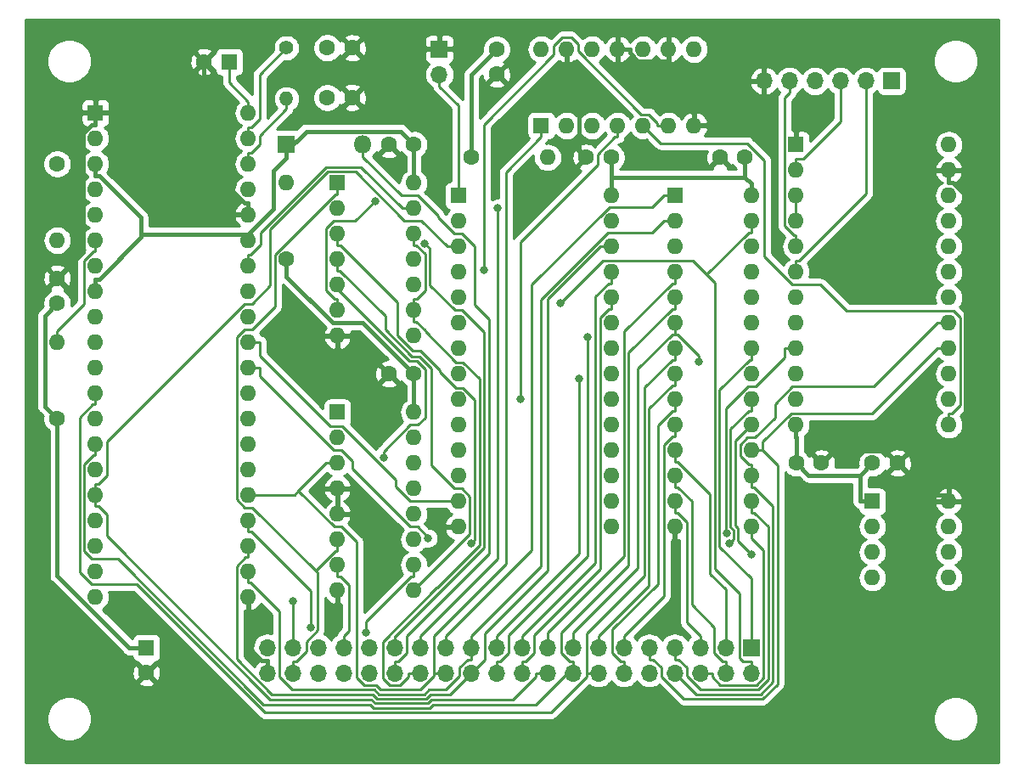
<source format=gbl>
G04 #@! TF.GenerationSoftware,KiCad,Pcbnew,(5.1.2-1)-1*
G04 #@! TF.CreationDate,2019-12-30T09:18:02-08:00*
G04 #@! TF.ProjectId,sbc6802,73626336-3830-4322-9e6b-696361645f70,2.0*
G04 #@! TF.SameCoordinates,Original*
G04 #@! TF.FileFunction,Copper,L2,Bot*
G04 #@! TF.FilePolarity,Positive*
%FSLAX46Y46*%
G04 Gerber Fmt 4.6, Leading zero omitted, Abs format (unit mm)*
G04 Created by KiCad (PCBNEW (5.1.2-1)-1) date 2019-12-30 09:18:02*
%MOMM*%
%LPD*%
G04 APERTURE LIST*
%ADD10O,1.700000X1.700000*%
%ADD11R,1.700000X1.700000*%
%ADD12C,1.600000*%
%ADD13R,1.600000X1.600000*%
%ADD14O,1.600000X1.600000*%
%ADD15C,1.400000*%
%ADD16O,1.400000X1.400000*%
%ADD17R,1.800000X1.800000*%
%ADD18O,1.800000X1.800000*%
%ADD19C,0.800000*%
%ADD20C,0.400000*%
%ADD21C,0.250000*%
%ADD22C,0.254000*%
G04 APERTURE END LIST*
D10*
X179070000Y-69215000D03*
X181610000Y-69215000D03*
X184150000Y-69215000D03*
X186690000Y-69215000D03*
X189230000Y-69215000D03*
D11*
X191770000Y-69215000D03*
D12*
X123230000Y-67310000D03*
D13*
X125730000Y-67310000D03*
D12*
X138009000Y-65913000D03*
X135509000Y-65913000D03*
D11*
X146685000Y-66040000D03*
D10*
X146685000Y-68580000D03*
D14*
X131445000Y-79375000D03*
D12*
X131445000Y-86995000D03*
X108585000Y-102870000D03*
D14*
X108585000Y-95250000D03*
D12*
X149860000Y-76835000D03*
D14*
X157480000Y-76835000D03*
X108585000Y-85090000D03*
D12*
X108585000Y-77470000D03*
D11*
X177800000Y-125730000D03*
D10*
X177800000Y-128270000D03*
X175260000Y-125730000D03*
X175260000Y-128270000D03*
X172720000Y-125730000D03*
X172720000Y-128270000D03*
X170180000Y-125730000D03*
X170180000Y-128270000D03*
X167640000Y-125730000D03*
X167640000Y-128270000D03*
X165100000Y-125730000D03*
X165100000Y-128270000D03*
X162560000Y-125730000D03*
X162560000Y-128270000D03*
X160020000Y-125730000D03*
X160020000Y-128270000D03*
X157480000Y-125730000D03*
X157480000Y-128270000D03*
X154940000Y-125730000D03*
X154940000Y-128270000D03*
X152400000Y-125730000D03*
X152400000Y-128270000D03*
X149860000Y-125730000D03*
X149860000Y-128270000D03*
X147320000Y-125730000D03*
X147320000Y-128270000D03*
X144780000Y-125730000D03*
X144780000Y-128270000D03*
X142240000Y-125730000D03*
X142240000Y-128270000D03*
X139700000Y-125730000D03*
X139700000Y-128270000D03*
X137160000Y-125730000D03*
X137160000Y-128270000D03*
X134620000Y-125730000D03*
X134620000Y-128270000D03*
X132080000Y-125730000D03*
X132080000Y-128270000D03*
X129540000Y-125730000D03*
X129540000Y-128270000D03*
D13*
X112395000Y-72390000D03*
D14*
X127635000Y-120650000D03*
X112395000Y-74930000D03*
X127635000Y-118110000D03*
X112395000Y-77470000D03*
X127635000Y-115570000D03*
X112395000Y-80010000D03*
X127635000Y-113030000D03*
X112395000Y-82550000D03*
X127635000Y-110490000D03*
X112395000Y-85090000D03*
X127635000Y-107950000D03*
X112395000Y-87630000D03*
X127635000Y-105410000D03*
X112395000Y-90170000D03*
X127635000Y-102870000D03*
X112395000Y-92710000D03*
X127635000Y-100330000D03*
X112395000Y-95250000D03*
X127635000Y-97790000D03*
X112395000Y-97790000D03*
X127635000Y-95250000D03*
X112395000Y-100330000D03*
X127635000Y-92710000D03*
X112395000Y-102870000D03*
X127635000Y-90170000D03*
X112395000Y-105410000D03*
X127635000Y-87630000D03*
X112395000Y-107950000D03*
X127635000Y-85090000D03*
X112395000Y-110490000D03*
X127635000Y-82550000D03*
X112395000Y-113030000D03*
X127635000Y-80010000D03*
X112395000Y-115570000D03*
X127635000Y-77470000D03*
X112395000Y-118110000D03*
X127635000Y-74930000D03*
X112395000Y-120650000D03*
X127635000Y-72390000D03*
X156845000Y-66040000D03*
X172085000Y-73660000D03*
X159385000Y-66040000D03*
X169545000Y-73660000D03*
X161925000Y-66040000D03*
X167005000Y-73660000D03*
X164465000Y-66040000D03*
X164465000Y-73660000D03*
X167005000Y-66040000D03*
X161925000Y-73660000D03*
X169545000Y-66040000D03*
X159385000Y-73660000D03*
X172085000Y-66040000D03*
D13*
X156845000Y-73660000D03*
X136525000Y-79375000D03*
D14*
X144145000Y-94615000D03*
X136525000Y-81915000D03*
X144145000Y-92075000D03*
X136525000Y-84455000D03*
X144145000Y-89535000D03*
X136525000Y-86995000D03*
X144145000Y-86995000D03*
X136525000Y-89535000D03*
X144145000Y-84455000D03*
X136525000Y-92075000D03*
X144145000Y-81915000D03*
X136525000Y-94615000D03*
X144145000Y-79375000D03*
D13*
X136525000Y-102235000D03*
D14*
X144145000Y-120015000D03*
X136525000Y-104775000D03*
X144145000Y-117475000D03*
X136525000Y-107315000D03*
X144145000Y-114935000D03*
X136525000Y-109855000D03*
X144145000Y-112395000D03*
X136525000Y-112395000D03*
X144145000Y-109855000D03*
X136525000Y-114935000D03*
X144145000Y-107315000D03*
X136525000Y-117475000D03*
X144145000Y-104775000D03*
X136525000Y-120015000D03*
X144145000Y-102235000D03*
D13*
X148590000Y-80645000D03*
D14*
X163830000Y-113665000D03*
X148590000Y-83185000D03*
X163830000Y-111125000D03*
X148590000Y-85725000D03*
X163830000Y-108585000D03*
X148590000Y-88265000D03*
X163830000Y-106045000D03*
X148590000Y-90805000D03*
X163830000Y-103505000D03*
X148590000Y-93345000D03*
X163830000Y-100965000D03*
X148590000Y-95885000D03*
X163830000Y-98425000D03*
X148590000Y-98425000D03*
X163830000Y-95885000D03*
X148590000Y-100965000D03*
X163830000Y-93345000D03*
X148590000Y-103505000D03*
X163830000Y-90805000D03*
X148590000Y-106045000D03*
X163830000Y-88265000D03*
X148590000Y-108585000D03*
X163830000Y-85725000D03*
X148590000Y-111125000D03*
X163830000Y-83185000D03*
X148590000Y-113665000D03*
X163830000Y-80645000D03*
D13*
X170180000Y-80645000D03*
D14*
X177800000Y-113665000D03*
X170180000Y-83185000D03*
X177800000Y-111125000D03*
X170180000Y-85725000D03*
X177800000Y-108585000D03*
X170180000Y-88265000D03*
X177800000Y-106045000D03*
X170180000Y-90805000D03*
X177800000Y-103505000D03*
X170180000Y-93345000D03*
X177800000Y-100965000D03*
X170180000Y-95885000D03*
X177800000Y-98425000D03*
X170180000Y-98425000D03*
X177800000Y-95885000D03*
X170180000Y-100965000D03*
X177800000Y-93345000D03*
X170180000Y-103505000D03*
X177800000Y-90805000D03*
X170180000Y-106045000D03*
X177800000Y-88265000D03*
X170180000Y-108585000D03*
X177800000Y-85725000D03*
X170180000Y-111125000D03*
X177800000Y-83185000D03*
X170180000Y-113665000D03*
X177800000Y-80645000D03*
D13*
X189865000Y-111125000D03*
D14*
X197485000Y-118745000D03*
X189865000Y-113665000D03*
X197485000Y-116205000D03*
X189865000Y-116205000D03*
X197485000Y-113665000D03*
X189865000Y-118745000D03*
X197485000Y-111125000D03*
D13*
X182245000Y-75565000D03*
D14*
X197485000Y-103505000D03*
X182245000Y-78105000D03*
X197485000Y-100965000D03*
X182245000Y-80645000D03*
X197485000Y-98425000D03*
X182245000Y-83185000D03*
X197485000Y-95885000D03*
X182245000Y-85725000D03*
X197485000Y-93345000D03*
X182245000Y-88265000D03*
X197485000Y-90805000D03*
X182245000Y-90805000D03*
X197485000Y-88265000D03*
X182245000Y-93345000D03*
X197485000Y-85725000D03*
X182245000Y-95885000D03*
X197485000Y-83185000D03*
X182245000Y-98425000D03*
X197485000Y-80645000D03*
X182245000Y-100965000D03*
X197485000Y-78105000D03*
X182245000Y-103505000D03*
X197485000Y-75565000D03*
D15*
X131445000Y-65913000D03*
D16*
X131445000Y-70993000D03*
D12*
X189865000Y-107315000D03*
X192365000Y-107315000D03*
X174665000Y-76835000D03*
X177165000Y-76835000D03*
X184785000Y-107315000D03*
X182285000Y-107315000D03*
X135509000Y-70866000D03*
X138009000Y-70866000D03*
X108585000Y-88900000D03*
X108585000Y-91400000D03*
X152400000Y-66040000D03*
X152400000Y-68540000D03*
D13*
X117475000Y-125730000D03*
D12*
X117475000Y-128230000D03*
X141645000Y-75565000D03*
X144145000Y-75565000D03*
X144145000Y-98425000D03*
X141645000Y-98425000D03*
X163830000Y-76835000D03*
X161330000Y-76835000D03*
D17*
X131445000Y-75565000D03*
D18*
X139065000Y-75565000D03*
D19*
X158726800Y-91365800D03*
X145560600Y-114796000D03*
X177831100Y-116432800D03*
X172544000Y-97230600D03*
X160627700Y-98866300D03*
X161436800Y-94715600D03*
X133829100Y-123682600D03*
X152489700Y-81915000D03*
X145246900Y-85404100D03*
X141122200Y-106738600D03*
X139350400Y-124194600D03*
X175316700Y-114302900D03*
X132080000Y-121095700D03*
X151116800Y-88053100D03*
X154764300Y-100965000D03*
X140261500Y-81231900D03*
X149863900Y-115320200D03*
X175609100Y-115320200D03*
D20*
X197485000Y-110524800D02*
X195574800Y-110524800D01*
X195574800Y-110524800D02*
X192365000Y-107315000D01*
X197485000Y-110524800D02*
X197485000Y-109924700D01*
X197485000Y-111125000D02*
X197485000Y-110524800D01*
X184785000Y-107315000D02*
X185995900Y-106104100D01*
X185995900Y-106104100D02*
X191154100Y-106104100D01*
X191154100Y-106104100D02*
X192365000Y-107315000D01*
X136525000Y-94615000D02*
X137835000Y-94615000D01*
X137835000Y-94615000D02*
X141645000Y-98425000D01*
X197485000Y-78105000D02*
X197485000Y-79305300D01*
X197485000Y-109924700D02*
X199169700Y-108240000D01*
X199169700Y-108240000D02*
X199169700Y-80617000D01*
X199169700Y-80617000D02*
X197858000Y-79305300D01*
X197858000Y-79305300D02*
X197485000Y-79305300D01*
X159385000Y-66040000D02*
X159385000Y-67240300D01*
X159385000Y-67240300D02*
X160585300Y-68440600D01*
X160585300Y-68440600D02*
X160585300Y-76090300D01*
X160585300Y-76090300D02*
X161330000Y-76835000D01*
X123230000Y-72390000D02*
X123230000Y-77317800D01*
X123230000Y-77317800D02*
X127261900Y-81349700D01*
X127261900Y-81349700D02*
X127635000Y-81349700D01*
X123230000Y-67310000D02*
X123230000Y-72390000D01*
X123230000Y-72390000D02*
X113595300Y-72390000D01*
X112395000Y-72390000D02*
X113595300Y-72390000D01*
X112395000Y-72390000D02*
X112395000Y-73590300D01*
X112395000Y-73590300D02*
X112019800Y-73590300D01*
X112019800Y-73590300D02*
X111194700Y-74415400D01*
X111194700Y-74415400D02*
X111194700Y-86290300D01*
X111194700Y-86290300D02*
X108585000Y-88900000D01*
X129540000Y-128270000D02*
X129540000Y-127019700D01*
X129540000Y-127019700D02*
X128993000Y-127019700D01*
X128993000Y-127019700D02*
X127635000Y-125661700D01*
X127635000Y-125661700D02*
X127635000Y-120650000D01*
X169545000Y-67240300D02*
X169545000Y-69919700D01*
X169545000Y-69919700D02*
X172085000Y-72459700D01*
X136525000Y-112395000D02*
X136525000Y-109855000D01*
X127635000Y-82550000D02*
X127635000Y-81349700D01*
X172085000Y-73660000D02*
X172085000Y-72459700D01*
X165665300Y-66040000D02*
X165665300Y-66415100D01*
X165665300Y-66415100D02*
X166490500Y-67240300D01*
X166490500Y-67240300D02*
X169545000Y-67240300D01*
X164465000Y-66040000D02*
X165665300Y-66040000D01*
X169545000Y-66040000D02*
X169545000Y-67240300D01*
D21*
X142240000Y-128270000D02*
X142240000Y-127094700D01*
X139065000Y-75565000D02*
X139065000Y-76790300D01*
X139065000Y-76790300D02*
X142919700Y-80645000D01*
X142919700Y-80645000D02*
X144530100Y-80645000D01*
X144530100Y-80645000D02*
X146526800Y-82641700D01*
X146526800Y-82641700D02*
X146526800Y-82781900D01*
X146526800Y-82781900D02*
X148199900Y-84455000D01*
X148199900Y-84455000D02*
X148942300Y-84455000D01*
X148942300Y-84455000D02*
X150199900Y-85712600D01*
X150199900Y-85712600D02*
X150199900Y-91575200D01*
X150199900Y-91575200D02*
X151641000Y-93016300D01*
X151641000Y-93016300D02*
X151641000Y-116313100D01*
X151641000Y-116313100D02*
X143415300Y-124538800D01*
X143415300Y-124538800D02*
X143415300Y-126286800D01*
X143415300Y-126286800D02*
X142607400Y-127094700D01*
X142607400Y-127094700D02*
X142240000Y-127094700D01*
X127635000Y-72390000D02*
X127635000Y-71264700D01*
X127635000Y-71264700D02*
X125730000Y-69359700D01*
X125730000Y-69359700D02*
X125730000Y-67310000D01*
X127635000Y-74930000D02*
X127635000Y-73804700D01*
X131445000Y-65913000D02*
X128760300Y-68597700D01*
X128760300Y-68597700D02*
X128760300Y-72960800D01*
X128760300Y-72960800D02*
X127916400Y-73804700D01*
X127916400Y-73804700D02*
X127635000Y-73804700D01*
X127635000Y-77470000D02*
X127635000Y-76344700D01*
X131445000Y-70993000D02*
X131445000Y-72018300D01*
X131445000Y-72018300D02*
X128760300Y-74703000D01*
X128760300Y-74703000D02*
X128760300Y-75500800D01*
X128760300Y-75500800D02*
X127916400Y-76344700D01*
X127916400Y-76344700D02*
X127635000Y-76344700D01*
D20*
X149860000Y-76835000D02*
X149860000Y-68580000D01*
X149860000Y-68580000D02*
X152400000Y-66040000D01*
X188654500Y-108525500D02*
X189865000Y-107315000D01*
X182285000Y-107315000D02*
X183495500Y-108525500D01*
X183495500Y-108525500D02*
X188654500Y-108525500D01*
X188654500Y-108525500D02*
X188654500Y-111114800D01*
X188654500Y-111114800D02*
X188664700Y-111125000D01*
X189865000Y-111125000D02*
X188664700Y-111125000D01*
X182245000Y-104705300D02*
X182285000Y-104745300D01*
X182285000Y-104745300D02*
X182285000Y-107315000D01*
X108585000Y-91400000D02*
X107375900Y-92609100D01*
X107375900Y-92609100D02*
X107375900Y-101660900D01*
X107375900Y-101660900D02*
X108585000Y-102870000D01*
X131445000Y-86995000D02*
X131445000Y-88722500D01*
X131445000Y-88722500D02*
X136067500Y-93345000D01*
X136067500Y-93345000D02*
X139065000Y-93345000D01*
X139065000Y-93345000D02*
X144145000Y-98425000D01*
X131445000Y-76215100D02*
X133431800Y-74228300D01*
X133431800Y-74228300D02*
X142808300Y-74228300D01*
X142808300Y-74228300D02*
X144145000Y-75565000D01*
X131445000Y-76215100D02*
X131445000Y-76865300D01*
X131445000Y-75565000D02*
X131445000Y-76215100D01*
X182245000Y-103505000D02*
X182245000Y-104705300D01*
X108585000Y-102870000D02*
X108585000Y-118548300D01*
X108585000Y-118548300D02*
X115766700Y-125730000D01*
X115766700Y-125730000D02*
X116274700Y-125730000D01*
X127635000Y-84489800D02*
X130144700Y-81980100D01*
X130144700Y-81980100D02*
X130144700Y-78165600D01*
X130144700Y-78165600D02*
X131445000Y-76865300D01*
X144145000Y-78174700D02*
X144145000Y-75565000D01*
X144145000Y-79375000D02*
X144145000Y-78174700D01*
X127635000Y-84489800D02*
X116955200Y-84489800D01*
X163830000Y-78809700D02*
X163830000Y-80645000D01*
X163830000Y-76835000D02*
X163830000Y-78809700D01*
X163830000Y-78809700D02*
X177165000Y-78809700D01*
X177165000Y-78809700D02*
X177165000Y-76835000D01*
X177800000Y-79444700D02*
X177165000Y-78809700D01*
X177800000Y-80645000D02*
X177800000Y-79444700D01*
X112395000Y-77470000D02*
X112395000Y-78670300D01*
X116955200Y-84489800D02*
X116955200Y-84782500D01*
X116955200Y-84782500D02*
X112768000Y-88969700D01*
X112768000Y-88969700D02*
X112395000Y-88969700D01*
X112395000Y-78670300D02*
X112770100Y-78670300D01*
X112770100Y-78670300D02*
X116955200Y-82855400D01*
X116955200Y-82855400D02*
X116955200Y-84489800D01*
X112395000Y-90170000D02*
X112395000Y-88969700D01*
X127635000Y-85090000D02*
X127635000Y-84489800D01*
X117475000Y-125730000D02*
X116274700Y-125730000D01*
X144145000Y-98425000D02*
X144145000Y-102235000D01*
D21*
X177800000Y-97010300D02*
X177603000Y-97010300D01*
X177603000Y-97010300D02*
X174591400Y-100021900D01*
X174591400Y-100021900D02*
X174591400Y-115627900D01*
X174591400Y-115627900D02*
X177800000Y-118836500D01*
X177800000Y-118836500D02*
X177800000Y-124554700D01*
X177800000Y-125730000D02*
X177800000Y-124554700D01*
X177800000Y-95885000D02*
X177800000Y-97010300D01*
X173337300Y-88491700D02*
X174141100Y-89295500D01*
X174141100Y-89295500D02*
X174141100Y-117856200D01*
X174141100Y-117856200D02*
X176624700Y-120339800D01*
X176624700Y-120339800D02*
X176624700Y-126727500D01*
X176624700Y-126727500D02*
X176991900Y-127094700D01*
X176991900Y-127094700D02*
X177800000Y-127094700D01*
X173337300Y-88491700D02*
X171937400Y-87091800D01*
X171937400Y-87091800D02*
X163000800Y-87091800D01*
X163000800Y-87091800D02*
X158726800Y-91365800D01*
X177800000Y-128270000D02*
X177800000Y-127094700D01*
X177800000Y-84310300D02*
X177518700Y-84310300D01*
X177518700Y-84310300D02*
X173337300Y-88491700D01*
X177800000Y-83185000D02*
X177800000Y-84310300D01*
X170180000Y-107170300D02*
X170461300Y-107170300D01*
X170461300Y-107170300D02*
X173690800Y-110399800D01*
X173690800Y-110399800D02*
X173690800Y-118361000D01*
X173690800Y-118361000D02*
X175260000Y-119930200D01*
X175260000Y-119930200D02*
X175260000Y-124554700D01*
X175260000Y-125730000D02*
X175260000Y-124554700D01*
X170180000Y-106045000D02*
X170180000Y-107170300D01*
X170180000Y-109710300D02*
X170461300Y-109710300D01*
X170461300Y-109710300D02*
X171840300Y-111089300D01*
X171840300Y-111089300D02*
X171840300Y-121451700D01*
X171840300Y-121451700D02*
X174084700Y-123696100D01*
X174084700Y-123696100D02*
X174084700Y-126286800D01*
X174084700Y-126286800D02*
X174892600Y-127094700D01*
X174892600Y-127094700D02*
X175260000Y-127094700D01*
X175260000Y-128270000D02*
X175260000Y-127094700D01*
X170180000Y-108585000D02*
X170180000Y-109710300D01*
X170180000Y-112250300D02*
X170461300Y-112250300D01*
X170461300Y-112250300D02*
X171390000Y-113179000D01*
X171390000Y-113179000D02*
X171390000Y-123224700D01*
X171390000Y-123224700D02*
X172720000Y-124554700D01*
X172720000Y-125730000D02*
X172720000Y-124554700D01*
X170180000Y-111125000D02*
X170180000Y-112250300D01*
X128760300Y-95250000D02*
X128760300Y-96598600D01*
X128760300Y-96598600D02*
X135811400Y-103649700D01*
X135811400Y-103649700D02*
X136991200Y-103649700D01*
X136991200Y-103649700D02*
X142311200Y-108969700D01*
X142311200Y-108969700D02*
X142311200Y-109643300D01*
X142311200Y-109643300D02*
X143792900Y-111125000D01*
X143792900Y-111125000D02*
X148590000Y-111125000D01*
X127635000Y-95250000D02*
X128760300Y-95250000D01*
X177800000Y-114790300D02*
X179011000Y-116001300D01*
X179011000Y-116001300D02*
X179011000Y-128738200D01*
X179011000Y-128738200D02*
X178303900Y-129445300D01*
X178303900Y-129445300D02*
X174703200Y-129445300D01*
X174703200Y-129445300D02*
X173895300Y-128637400D01*
X173895300Y-128637400D02*
X173895300Y-128270000D01*
X128760300Y-97790000D02*
X128760300Y-98659900D01*
X128760300Y-98659900D02*
X136145400Y-106045000D01*
X136145400Y-106045000D02*
X136911700Y-106045000D01*
X136911700Y-106045000D02*
X138023400Y-107156700D01*
X138023400Y-107156700D02*
X138023400Y-107896300D01*
X138023400Y-107896300D02*
X143792100Y-113665000D01*
X143792100Y-113665000D02*
X144500300Y-113665000D01*
X144500300Y-113665000D02*
X145560600Y-114725300D01*
X145560600Y-114725300D02*
X145560600Y-114796000D01*
X127635000Y-97790000D02*
X128760300Y-97790000D01*
X172720000Y-128270000D02*
X173895300Y-128270000D01*
X177800000Y-113665000D02*
X177800000Y-114790300D01*
X170180000Y-125730000D02*
X170180000Y-126905300D01*
X177800000Y-111125000D02*
X177800000Y-112250300D01*
X177800000Y-112250300D02*
X178081300Y-112250300D01*
X178081300Y-112250300D02*
X179481100Y-113650100D01*
X179481100Y-113650100D02*
X179481100Y-128914400D01*
X179481100Y-128914400D02*
X178487900Y-129907600D01*
X178487900Y-129907600D02*
X172691200Y-129907600D01*
X172691200Y-129907600D02*
X171355300Y-128571700D01*
X171355300Y-128571700D02*
X171355300Y-127713200D01*
X171355300Y-127713200D02*
X170547400Y-126905300D01*
X170547400Y-126905300D02*
X170180000Y-126905300D01*
X177800000Y-108585000D02*
X177800000Y-107459700D01*
X197485000Y-93345000D02*
X196359700Y-93345000D01*
X196359700Y-93345000D02*
X190009700Y-99695000D01*
X190009700Y-99695000D02*
X181908300Y-99695000D01*
X181908300Y-99695000D02*
X180162200Y-101441100D01*
X180162200Y-101441100D02*
X180162200Y-102785500D01*
X180162200Y-102785500D02*
X178172700Y-104775000D01*
X178172700Y-104775000D02*
X177394300Y-104775000D01*
X177394300Y-104775000D02*
X176674700Y-105494600D01*
X176674700Y-105494600D02*
X176674700Y-106615800D01*
X176674700Y-106615800D02*
X177518600Y-107459700D01*
X177518600Y-107459700D02*
X177800000Y-107459700D01*
X177800000Y-108585000D02*
X177800000Y-109710300D01*
X177800000Y-109710300D02*
X178081300Y-109710300D01*
X178081300Y-109710300D02*
X179949400Y-111578400D01*
X179949400Y-111578400D02*
X179949400Y-129154300D01*
X179949400Y-129154300D02*
X178742000Y-130361700D01*
X178742000Y-130361700D02*
X172271700Y-130361700D01*
X172271700Y-130361700D02*
X170180000Y-128270000D01*
X167640000Y-126905300D02*
X168007400Y-126905300D01*
X168007400Y-126905300D02*
X168815300Y-127713200D01*
X168815300Y-127713200D02*
X168815300Y-128579500D01*
X168815300Y-128579500D02*
X171047800Y-130812000D01*
X171047800Y-130812000D02*
X178928600Y-130812000D01*
X178928600Y-130812000D02*
X180399700Y-129340900D01*
X180399700Y-129340900D02*
X180399700Y-107519400D01*
X180399700Y-107519400D02*
X178925300Y-106045000D01*
X167640000Y-125730000D02*
X167640000Y-126905300D01*
X178812700Y-106045000D02*
X178925300Y-106045000D01*
X177800000Y-106045000D02*
X178812700Y-106045000D01*
X197485000Y-95885000D02*
X196359700Y-95885000D01*
X196359700Y-95885000D02*
X189865000Y-102379700D01*
X189865000Y-102379700D02*
X181746600Y-102379700D01*
X181746600Y-102379700D02*
X178925300Y-105201000D01*
X178925300Y-105201000D02*
X178925300Y-106045000D01*
X177831100Y-116432800D02*
X176492300Y-115094000D01*
X176492300Y-115094000D02*
X176492300Y-113815800D01*
X176492300Y-113815800D02*
X176208600Y-113532100D01*
X176208600Y-113532100D02*
X176208600Y-105096400D01*
X176208600Y-105096400D02*
X177800000Y-103505000D01*
X165100000Y-125730000D02*
X165100000Y-124554700D01*
X170180000Y-103505000D02*
X170180000Y-104630300D01*
X170180000Y-104630300D02*
X169898600Y-104630300D01*
X169898600Y-104630300D02*
X169054700Y-105474200D01*
X169054700Y-105474200D02*
X169054700Y-120600000D01*
X169054700Y-120600000D02*
X165100000Y-124554700D01*
X170180000Y-102090300D02*
X169898700Y-102090300D01*
X169898700Y-102090300D02*
X168469900Y-103519100D01*
X168469900Y-103519100D02*
X168469900Y-119362300D01*
X168469900Y-119362300D02*
X163924700Y-123907500D01*
X163924700Y-123907500D02*
X163924700Y-126286800D01*
X163924700Y-126286800D02*
X164732600Y-127094700D01*
X164732600Y-127094700D02*
X165100000Y-127094700D01*
X165100000Y-128270000D02*
X165100000Y-127094700D01*
X170180000Y-100965000D02*
X170180000Y-102090300D01*
X170180000Y-99550300D02*
X169898700Y-99550300D01*
X169898700Y-99550300D02*
X167569300Y-101879700D01*
X167569300Y-101879700D02*
X167569300Y-119545400D01*
X167569300Y-119545400D02*
X162560000Y-124554700D01*
X162560000Y-125730000D02*
X162560000Y-124554700D01*
X170180000Y-98425000D02*
X170180000Y-99550300D01*
X112395000Y-101455300D02*
X112113600Y-101455300D01*
X112113600Y-101455300D02*
X110810100Y-102758800D01*
X110810100Y-102758800D02*
X110810100Y-118194600D01*
X110810100Y-118194600D02*
X111995500Y-119380000D01*
X111995500Y-119380000D02*
X116481300Y-119380000D01*
X116481300Y-119380000D02*
X129271600Y-132170300D01*
X129271600Y-132170300D02*
X157851700Y-132170300D01*
X157851700Y-132170300D02*
X161384700Y-128637300D01*
X161384700Y-128637300D02*
X161384700Y-128270000D01*
X170180000Y-97010300D02*
X169898700Y-97010300D01*
X169898700Y-97010300D02*
X167119000Y-99790000D01*
X167119000Y-99790000D02*
X167119000Y-118575300D01*
X167119000Y-118575300D02*
X161384700Y-124309600D01*
X161384700Y-124309600D02*
X161384700Y-128270000D01*
X170180000Y-95885000D02*
X170180000Y-97010300D01*
X112395000Y-100330000D02*
X112395000Y-101455300D01*
X162560000Y-128270000D02*
X161384700Y-128270000D01*
X170180000Y-94470300D02*
X170430700Y-94470300D01*
X170430700Y-94470300D02*
X172544000Y-96583600D01*
X172544000Y-96583600D02*
X172544000Y-97230600D01*
X170180000Y-93345000D02*
X170180000Y-94470300D01*
X170180000Y-94470300D02*
X169898700Y-94470300D01*
X169898700Y-94470300D02*
X166448800Y-97920200D01*
X166448800Y-97920200D02*
X166448800Y-117750200D01*
X166448800Y-117750200D02*
X160020000Y-124179000D01*
X160020000Y-124179000D02*
X160020000Y-125730000D01*
X112395000Y-106535300D02*
X112197500Y-106535300D01*
X112197500Y-106535300D02*
X111260400Y-107472400D01*
X111260400Y-107472400D02*
X111260400Y-116105200D01*
X111260400Y-116105200D02*
X111995200Y-116840000D01*
X111995200Y-116840000D02*
X114619400Y-116840000D01*
X114619400Y-116840000D02*
X129159600Y-131380200D01*
X129159600Y-131380200D02*
X139757500Y-131380200D01*
X139757500Y-131380200D02*
X140097300Y-131720000D01*
X140097300Y-131720000D02*
X145736400Y-131720000D01*
X145736400Y-131720000D02*
X146076200Y-131380200D01*
X146076200Y-131380200D02*
X156322100Y-131380200D01*
X156322100Y-131380200D02*
X160020000Y-127682300D01*
X170180000Y-91930300D02*
X169898700Y-91930300D01*
X169898700Y-91930300D02*
X165548200Y-96280800D01*
X165548200Y-96280800D02*
X165548200Y-117529300D01*
X165548200Y-117529300D02*
X158844700Y-124232800D01*
X158844700Y-124232800D02*
X158844700Y-126286800D01*
X158844700Y-126286800D02*
X159652600Y-127094700D01*
X159652600Y-127094700D02*
X160020000Y-127094700D01*
X112395000Y-105410000D02*
X112395000Y-106535300D01*
X160020000Y-127682300D02*
X160020000Y-127094700D01*
X160020000Y-128270000D02*
X160020000Y-127682300D01*
X170180000Y-90805000D02*
X170180000Y-91930300D01*
X170180000Y-88265000D02*
X170180000Y-89390300D01*
X170180000Y-89390300D02*
X169898700Y-89390300D01*
X169898700Y-89390300D02*
X165097800Y-94191200D01*
X165097800Y-94191200D02*
X165097800Y-116561200D01*
X165097800Y-116561200D02*
X157480000Y-124179000D01*
X157480000Y-124179000D02*
X157480000Y-125730000D01*
X112395000Y-111615300D02*
X112676400Y-111615300D01*
X112676400Y-111615300D02*
X113520300Y-112459200D01*
X113520300Y-112459200D02*
X113520300Y-114574100D01*
X113520300Y-114574100D02*
X129840600Y-130894400D01*
X129840600Y-130894400D02*
X139908600Y-130894400D01*
X139908600Y-130894400D02*
X140283900Y-131269700D01*
X140283900Y-131269700D02*
X145549800Y-131269700D01*
X145549800Y-131269700D02*
X145925100Y-130894400D01*
X145925100Y-130894400D02*
X154047600Y-130894400D01*
X154047600Y-130894400D02*
X156304700Y-128637300D01*
X156304700Y-128637300D02*
X156304700Y-128270000D01*
X112395000Y-109364700D02*
X112676400Y-109364700D01*
X112676400Y-109364700D02*
X113520300Y-108520800D01*
X113520300Y-108520800D02*
X113520300Y-105208300D01*
X113520300Y-105208300D02*
X127288600Y-91440000D01*
X127288600Y-91440000D02*
X127982100Y-91440000D01*
X127982100Y-91440000D02*
X129818000Y-89604100D01*
X129818000Y-89604100D02*
X129818000Y-83967700D01*
X129818000Y-83967700D02*
X135536100Y-78249600D01*
X135536100Y-78249600D02*
X138343200Y-78249600D01*
X138343200Y-78249600D02*
X143206200Y-83112600D01*
X143206200Y-83112600D02*
X144852300Y-83112600D01*
X144852300Y-83112600D02*
X147464700Y-85725000D01*
X112395000Y-110490000D02*
X112395000Y-109364700D01*
X148590000Y-85725000D02*
X147464700Y-85725000D01*
X112395000Y-110490000D02*
X112395000Y-111615300D01*
X157480000Y-128270000D02*
X156304700Y-128270000D01*
X163830000Y-89390300D02*
X163548600Y-89390300D01*
X163548600Y-89390300D02*
X162254400Y-90684500D01*
X162254400Y-90684500D02*
X162254400Y-117240300D01*
X162254400Y-117240300D02*
X154940000Y-124554700D01*
X154940000Y-125730000D02*
X154940000Y-124554700D01*
X163830000Y-88265000D02*
X163830000Y-89390300D01*
X154940000Y-128270000D02*
X154940000Y-127094700D01*
X163830000Y-90805000D02*
X163830000Y-91930300D01*
X163830000Y-91930300D02*
X163548600Y-91930300D01*
X163548600Y-91930300D02*
X162704700Y-92774200D01*
X162704700Y-92774200D02*
X162704700Y-117909600D01*
X162704700Y-117909600D02*
X156115300Y-124499000D01*
X156115300Y-124499000D02*
X156115300Y-126286800D01*
X156115300Y-126286800D02*
X155307400Y-127094700D01*
X155307400Y-127094700D02*
X154940000Y-127094700D01*
X160627700Y-98866300D02*
X160627700Y-116327000D01*
X160627700Y-116327000D02*
X152400000Y-124554700D01*
X152400000Y-125730000D02*
X152400000Y-124554700D01*
X152400000Y-128270000D02*
X152400000Y-127094700D01*
X161436800Y-94715600D02*
X161436800Y-116637500D01*
X161436800Y-116637500D02*
X153575300Y-124499000D01*
X153575300Y-124499000D02*
X153575300Y-126286800D01*
X153575300Y-126286800D02*
X152767400Y-127094700D01*
X152767400Y-127094700D02*
X152400000Y-127094700D01*
X149860000Y-125730000D02*
X149860000Y-126905300D01*
X169054700Y-83185000D02*
X167929400Y-84310300D01*
X167929400Y-84310300D02*
X163471900Y-84310300D01*
X163471900Y-84310300D02*
X156781600Y-91000600D01*
X156781600Y-91000600D02*
X156781600Y-117633100D01*
X156781600Y-117633100D02*
X149860000Y-124554700D01*
X127635000Y-119235300D02*
X127826100Y-119235300D01*
X127826100Y-119235300D02*
X130719700Y-122128900D01*
X130719700Y-122128900D02*
X130719700Y-128597800D01*
X130719700Y-128597800D02*
X132040700Y-129918800D01*
X132040700Y-129918800D02*
X140206800Y-129918800D01*
X140206800Y-129918800D02*
X140657100Y-130369100D01*
X140657100Y-130369100D02*
X145176600Y-130369100D01*
X145176600Y-130369100D02*
X145626900Y-129918800D01*
X145626900Y-129918800D02*
X147337600Y-129918800D01*
X147337600Y-129918800D02*
X148684700Y-128571700D01*
X148684700Y-128571700D02*
X148684700Y-127713200D01*
X148684700Y-127713200D02*
X149492600Y-126905300D01*
X149492600Y-126905300D02*
X149860000Y-126905300D01*
X127635000Y-118110000D02*
X127635000Y-119235300D01*
X149860000Y-125730000D02*
X149860000Y-124554700D01*
X170180000Y-83185000D02*
X169054700Y-83185000D01*
X163830000Y-85725000D02*
X162704700Y-85725000D01*
X162704700Y-85725000D02*
X157457400Y-90972300D01*
X157457400Y-90972300D02*
X157457400Y-118076900D01*
X157457400Y-118076900D02*
X151224600Y-124309700D01*
X151224600Y-124309700D02*
X151224600Y-126905400D01*
X151224600Y-126905400D02*
X149860000Y-128270000D01*
X127635000Y-116695300D02*
X127353600Y-116695300D01*
X127353600Y-116695300D02*
X126463800Y-117585100D01*
X126463800Y-117585100D02*
X126463800Y-126873700D01*
X126463800Y-126873700D02*
X129966200Y-130376100D01*
X129966200Y-130376100D02*
X140027200Y-130376100D01*
X140027200Y-130376100D02*
X140470500Y-130819400D01*
X140470500Y-130819400D02*
X145363200Y-130819400D01*
X145363200Y-130819400D02*
X145806500Y-130376100D01*
X145806500Y-130376100D02*
X147753900Y-130376100D01*
X147753900Y-130376100D02*
X149860000Y-128270000D01*
X127635000Y-115570000D02*
X127635000Y-116695300D01*
X127635000Y-113030000D02*
X127635000Y-114155300D01*
X133829100Y-123682600D02*
X133829100Y-120068100D01*
X133829100Y-120068100D02*
X127916300Y-114155300D01*
X127916300Y-114155300D02*
X127635000Y-114155300D01*
X169054700Y-80645000D02*
X167929400Y-81770300D01*
X167929400Y-81770300D02*
X163649300Y-81770300D01*
X163649300Y-81770300D02*
X155881000Y-89538600D01*
X155881000Y-89538600D02*
X155881000Y-115993700D01*
X155881000Y-115993700D02*
X147320000Y-124554700D01*
X147320000Y-125730000D02*
X147320000Y-124554700D01*
X170180000Y-80645000D02*
X169054700Y-80645000D01*
X156845000Y-73660000D02*
X156845000Y-74785300D01*
X146144700Y-128270000D02*
X146144700Y-124544100D01*
X146144700Y-124544100D02*
X153330200Y-117358600D01*
X153330200Y-117358600D02*
X153330200Y-78300100D01*
X153330200Y-78300100D02*
X156845000Y-74785300D01*
X132624100Y-110090600D02*
X136198500Y-113665000D01*
X136198500Y-113665000D02*
X136911300Y-113665000D01*
X136911300Y-113665000D02*
X138430000Y-115183700D01*
X138430000Y-115183700D02*
X138430000Y-128674300D01*
X138430000Y-128674300D02*
X139201100Y-129445400D01*
X139201100Y-129445400D02*
X140370300Y-129445400D01*
X140370300Y-129445400D02*
X140843700Y-129918800D01*
X140843700Y-129918800D02*
X144793500Y-129918800D01*
X144793500Y-129918800D02*
X146144700Y-128567600D01*
X146144700Y-128567600D02*
X146144700Y-128270000D01*
X132624100Y-110090600D02*
X132224700Y-110490000D01*
X132224700Y-110490000D02*
X127635000Y-110490000D01*
X135399700Y-107315000D02*
X132624100Y-110090600D01*
X147320000Y-128270000D02*
X146144700Y-128270000D01*
X136525000Y-107315000D02*
X135399700Y-107315000D01*
X152489700Y-81915000D02*
X152489700Y-116845000D01*
X152489700Y-116845000D02*
X144780000Y-124554700D01*
X143019700Y-81915000D02*
X138885700Y-77781000D01*
X138885700Y-77781000D02*
X135367100Y-77781000D01*
X135367100Y-77781000D02*
X128848700Y-84299400D01*
X128848700Y-84299400D02*
X128848700Y-85516200D01*
X128848700Y-85516200D02*
X127860200Y-86504700D01*
X127860200Y-86504700D02*
X127635000Y-86504700D01*
X144780000Y-125730000D02*
X144780000Y-124554700D01*
X144145000Y-81915000D02*
X143019700Y-81915000D01*
X127635000Y-87630000D02*
X127635000Y-86504700D01*
X197485000Y-103505000D02*
X197485000Y-102379700D01*
X197485000Y-102379700D02*
X197766300Y-102379700D01*
X197766300Y-102379700D02*
X198618300Y-101527700D01*
X198618300Y-101527700D02*
X198618300Y-92829000D01*
X198618300Y-92829000D02*
X197938200Y-92148900D01*
X197938200Y-92148900D02*
X187318700Y-92148900D01*
X187318700Y-92148900D02*
X184704800Y-89535000D01*
X184704800Y-89535000D02*
X181892300Y-89535000D01*
X181892300Y-89535000D02*
X179066500Y-86709200D01*
X179066500Y-86709200D02*
X179066500Y-77124800D01*
X179066500Y-77124800D02*
X177355500Y-75413800D01*
X177355500Y-75413800D02*
X168758800Y-75413800D01*
X168758800Y-75413800D02*
X167005000Y-73660000D01*
X144145000Y-92075000D02*
X144145000Y-93200300D01*
X144780000Y-128270000D02*
X143604700Y-128270000D01*
X143604700Y-128270000D02*
X143604700Y-128637300D01*
X143604700Y-128637300D02*
X142785000Y-129457000D01*
X142785000Y-129457000D02*
X141696700Y-129457000D01*
X141696700Y-129457000D02*
X141029400Y-128789700D01*
X141029400Y-128789700D02*
X141029400Y-125107600D01*
X141029400Y-125107600D02*
X146419400Y-119717600D01*
X146419400Y-119717600D02*
X146492500Y-119717600D01*
X146492500Y-119717600D02*
X150684400Y-115525700D01*
X150684400Y-115525700D02*
X150684400Y-98925400D01*
X150684400Y-98925400D02*
X149058600Y-97299600D01*
X149058600Y-97299600D02*
X148378100Y-97299600D01*
X148378100Y-97299600D02*
X145270300Y-94191800D01*
X145270300Y-94191800D02*
X145270300Y-94067700D01*
X145270300Y-94067700D02*
X144402900Y-93200300D01*
X144402900Y-93200300D02*
X144145000Y-93200300D01*
X144145000Y-92075000D02*
X144145000Y-90949700D01*
X144145000Y-85580300D02*
X144380600Y-85580300D01*
X144380600Y-85580300D02*
X145270300Y-86470000D01*
X145270300Y-86470000D02*
X145270300Y-90105800D01*
X145270300Y-90105800D02*
X144426400Y-90949700D01*
X144426400Y-90949700D02*
X144145000Y-90949700D01*
X144145000Y-84455000D02*
X144145000Y-85580300D01*
X145246900Y-85404100D02*
X145720700Y-85877900D01*
X145720700Y-85877900D02*
X145720700Y-89579900D01*
X145720700Y-89579900D02*
X148215800Y-92075000D01*
X148215800Y-92075000D02*
X148965700Y-92075000D01*
X148965700Y-92075000D02*
X151138800Y-94248100D01*
X151138800Y-94248100D02*
X151138800Y-115735500D01*
X151138800Y-115735500D02*
X142319600Y-124554700D01*
X142319600Y-124554700D02*
X142240000Y-124554700D01*
X142240000Y-125730000D02*
X142240000Y-124554700D01*
X112395000Y-86215300D02*
X112199700Y-86215300D01*
X112199700Y-86215300D02*
X111250500Y-87164500D01*
X111250500Y-87164500D02*
X111250500Y-91459200D01*
X111250500Y-91459200D02*
X108585000Y-94124700D01*
X108585000Y-95250000D02*
X108585000Y-94124700D01*
X112395000Y-85090000D02*
X112395000Y-86215300D01*
X137160000Y-125730000D02*
X137160000Y-124554700D01*
X136525000Y-117475000D02*
X136525000Y-118600300D01*
X136525000Y-118600300D02*
X136806300Y-118600300D01*
X136806300Y-118600300D02*
X137668900Y-119462900D01*
X137668900Y-119462900D02*
X137668900Y-124045800D01*
X137668900Y-124045800D02*
X137160000Y-124554700D01*
X136525000Y-89535000D02*
X136525000Y-89946600D01*
X136525000Y-89946600D02*
X143698900Y-97120500D01*
X143698900Y-97120500D02*
X144457200Y-97120500D01*
X144457200Y-97120500D02*
X145270400Y-97933700D01*
X145270400Y-97933700D02*
X145270400Y-102762800D01*
X145270400Y-102762800D02*
X144528200Y-103505000D01*
X144528200Y-103505000D02*
X143769300Y-103505000D01*
X143769300Y-103505000D02*
X141122200Y-106152100D01*
X141122200Y-106152100D02*
X141122200Y-106738600D01*
X144145000Y-117475000D02*
X144145000Y-118600300D01*
X144145000Y-118600300D02*
X143863700Y-118600300D01*
X143863700Y-118600300D02*
X139350400Y-123113600D01*
X139350400Y-123113600D02*
X139350400Y-124194600D01*
X182245000Y-95885000D02*
X181119700Y-95885000D01*
X175316700Y-114302900D02*
X175272800Y-114259000D01*
X175272800Y-114259000D02*
X175272800Y-101867000D01*
X175272800Y-101867000D02*
X177444800Y-99695000D01*
X177444800Y-99695000D02*
X178187400Y-99695000D01*
X178187400Y-99695000D02*
X181119700Y-96762700D01*
X181119700Y-96762700D02*
X181119700Y-95885000D01*
X132080000Y-125730000D02*
X132080000Y-121095700D01*
X134330000Y-118067000D02*
X128023000Y-111760000D01*
X128023000Y-111760000D02*
X127285500Y-111760000D01*
X127285500Y-111760000D02*
X126489800Y-110964300D01*
X126489800Y-110964300D02*
X126489800Y-94728400D01*
X126489800Y-94728400D02*
X127238200Y-93980000D01*
X127238200Y-93980000D02*
X128026600Y-93980000D01*
X128026600Y-93980000D02*
X130268300Y-91738300D01*
X130268300Y-91738300D02*
X130268300Y-86549700D01*
X130268300Y-86549700D02*
X136317700Y-80500300D01*
X136317700Y-80500300D02*
X136525000Y-80500300D01*
X132080000Y-127094700D02*
X132447400Y-127094700D01*
X132447400Y-127094700D02*
X133422200Y-126119900D01*
X133422200Y-126119900D02*
X133422200Y-125115300D01*
X133422200Y-125115300D02*
X134554400Y-123983100D01*
X134554400Y-123983100D02*
X134554400Y-118291400D01*
X134554400Y-118291400D02*
X134330000Y-118067000D01*
X136525000Y-116060300D02*
X136336700Y-116060300D01*
X136336700Y-116060300D02*
X134330000Y-118067000D01*
X136525000Y-79375000D02*
X136525000Y-80500300D01*
X132080000Y-128270000D02*
X132080000Y-127094700D01*
X136525000Y-114935000D02*
X136525000Y-116060300D01*
X182245000Y-88265000D02*
X182245000Y-87139700D01*
X182245000Y-87139700D02*
X182526300Y-87139700D01*
X182526300Y-87139700D02*
X189230000Y-80436000D01*
X189230000Y-80436000D02*
X189230000Y-69215000D01*
X182245000Y-78105000D02*
X182245000Y-76979700D01*
X182245000Y-76979700D02*
X182948300Y-76979700D01*
X182948300Y-76979700D02*
X186690000Y-73238000D01*
X186690000Y-73238000D02*
X186690000Y-69215000D01*
X181610000Y-69215000D02*
X181610000Y-70390300D01*
X182245000Y-85725000D02*
X182245000Y-84599700D01*
X182245000Y-84599700D02*
X182023900Y-84599700D01*
X182023900Y-84599700D02*
X181119600Y-83695400D01*
X181119600Y-83695400D02*
X181119600Y-70880700D01*
X181119600Y-70880700D02*
X181610000Y-70390300D01*
X146685000Y-68580000D02*
X146685000Y-69755300D01*
X148590000Y-80645000D02*
X148590000Y-71660300D01*
X148590000Y-71660300D02*
X146685000Y-69755300D01*
X168419700Y-73660000D02*
X168419700Y-73378600D01*
X168419700Y-73378600D02*
X167575800Y-72534700D01*
X167575800Y-72534700D02*
X166816400Y-72534700D01*
X166816400Y-72534700D02*
X160510400Y-66228700D01*
X160510400Y-66228700D02*
X160510400Y-65567500D01*
X160510400Y-65567500D02*
X159830200Y-64887300D01*
X159830200Y-64887300D02*
X158946000Y-64887300D01*
X158946000Y-64887300D02*
X158115000Y-65718300D01*
X158115000Y-65718300D02*
X158115000Y-66570200D01*
X158115000Y-66570200D02*
X151116800Y-73568400D01*
X151116800Y-73568400D02*
X151116800Y-88053100D01*
X169545000Y-73660000D02*
X168419700Y-73660000D01*
X154764300Y-100965000D02*
X154764300Y-85277700D01*
X154764300Y-85277700D02*
X162455400Y-77586600D01*
X162455400Y-77586600D02*
X162455400Y-76513600D01*
X162455400Y-76513600D02*
X164183700Y-74785300D01*
X164183700Y-74785300D02*
X164465000Y-74785300D01*
X164465000Y-73660000D02*
X164465000Y-74785300D01*
X136525000Y-90949700D02*
X136243700Y-90949700D01*
X136243700Y-90949700D02*
X135398900Y-90104900D01*
X135398900Y-90104900D02*
X135398900Y-83957500D01*
X135398900Y-83957500D02*
X136171400Y-83185000D01*
X136171400Y-83185000D02*
X138308400Y-83185000D01*
X138308400Y-83185000D02*
X140261500Y-81231900D01*
X136525000Y-92075000D02*
X136525000Y-90949700D01*
X177800000Y-102090300D02*
X177518700Y-102090300D01*
X177518700Y-102090300D02*
X175723200Y-103885800D01*
X175723200Y-103885800D02*
X175723200Y-113683600D01*
X175723200Y-113683600D02*
X176042000Y-114002400D01*
X176042000Y-114002400D02*
X176042000Y-114887300D01*
X176042000Y-114887300D02*
X175609100Y-115320200D01*
X136525000Y-85580300D02*
X136806300Y-85580300D01*
X136806300Y-85580300D02*
X142537400Y-91311400D01*
X142537400Y-91311400D02*
X142537400Y-94613800D01*
X142537400Y-94613800D02*
X144062900Y-96139300D01*
X144062900Y-96139300D02*
X144799600Y-96139300D01*
X144799600Y-96139300D02*
X146742300Y-98082000D01*
X146742300Y-98082000D02*
X146742300Y-98242100D01*
X146742300Y-98242100D02*
X148339800Y-99839600D01*
X148339800Y-99839600D02*
X149059900Y-99839600D01*
X149059900Y-99839600D02*
X150213800Y-100993500D01*
X150213800Y-100993500D02*
X150213800Y-114970300D01*
X150213800Y-114970300D02*
X149863900Y-115320200D01*
X177800000Y-100965000D02*
X177800000Y-102090300D01*
X136525000Y-84455000D02*
X136525000Y-85580300D01*
X136525000Y-88120300D02*
X136729700Y-88120300D01*
X136729700Y-88120300D02*
X141286200Y-92676800D01*
X141286200Y-92676800D02*
X141286200Y-93999500D01*
X141286200Y-93999500D02*
X143956800Y-96670100D01*
X143956800Y-96670100D02*
X144692700Y-96670100D01*
X144692700Y-96670100D02*
X145899300Y-97876700D01*
X145899300Y-97876700D02*
X145899300Y-107548400D01*
X145899300Y-107548400D02*
X148205900Y-109855000D01*
X148205900Y-109855000D02*
X148947400Y-109855000D01*
X148947400Y-109855000D02*
X149728200Y-110635800D01*
X149728200Y-110635800D02*
X149728200Y-114430200D01*
X149728200Y-114430200D02*
X144145000Y-120013400D01*
X144145000Y-120013400D02*
X144145000Y-120015000D01*
X136525000Y-86995000D02*
X136525000Y-88120300D01*
X182245000Y-83185000D02*
X182245000Y-80645000D01*
D22*
G36*
X202445001Y-137135000D02*
G01*
X105435000Y-137135000D01*
X105435000Y-132574872D01*
X107540000Y-132574872D01*
X107540000Y-133015128D01*
X107625890Y-133446925D01*
X107794369Y-133853669D01*
X108038962Y-134219729D01*
X108350271Y-134531038D01*
X108716331Y-134775631D01*
X109123075Y-134944110D01*
X109554872Y-135030000D01*
X109995128Y-135030000D01*
X110426925Y-134944110D01*
X110833669Y-134775631D01*
X111199729Y-134531038D01*
X111511038Y-134219729D01*
X111755631Y-133853669D01*
X111924110Y-133446925D01*
X112010000Y-133015128D01*
X112010000Y-132574872D01*
X111924110Y-132143075D01*
X111755631Y-131736331D01*
X111511038Y-131370271D01*
X111199729Y-131058962D01*
X110833669Y-130814369D01*
X110426925Y-130645890D01*
X109995128Y-130560000D01*
X109554872Y-130560000D01*
X109123075Y-130645890D01*
X108716331Y-130814369D01*
X108350271Y-131058962D01*
X108038962Y-131370271D01*
X107794369Y-131736331D01*
X107625890Y-132143075D01*
X107540000Y-132574872D01*
X105435000Y-132574872D01*
X105435000Y-129222702D01*
X116661903Y-129222702D01*
X116733486Y-129466671D01*
X116988996Y-129587571D01*
X117263184Y-129656300D01*
X117545512Y-129670217D01*
X117825130Y-129628787D01*
X118091292Y-129533603D01*
X118216514Y-129466671D01*
X118288097Y-129222702D01*
X117475000Y-128409605D01*
X116661903Y-129222702D01*
X105435000Y-129222702D01*
X105435000Y-128300512D01*
X116034783Y-128300512D01*
X116076213Y-128580130D01*
X116171397Y-128846292D01*
X116238329Y-128971514D01*
X116482298Y-129043097D01*
X117295395Y-128230000D01*
X117654605Y-128230000D01*
X118467702Y-129043097D01*
X118711671Y-128971514D01*
X118832571Y-128716004D01*
X118901300Y-128441816D01*
X118915217Y-128159488D01*
X118873787Y-127879870D01*
X118778603Y-127613708D01*
X118711671Y-127488486D01*
X118467702Y-127416903D01*
X117654605Y-128230000D01*
X117295395Y-128230000D01*
X116482298Y-127416903D01*
X116238329Y-127488486D01*
X116117429Y-127743996D01*
X116048700Y-128018184D01*
X116034783Y-128300512D01*
X105435000Y-128300512D01*
X105435000Y-92609100D01*
X106536860Y-92609100D01*
X106540900Y-92650119D01*
X106540901Y-101619871D01*
X106536860Y-101660900D01*
X106552982Y-101824588D01*
X106600728Y-101981986D01*
X106678264Y-102127045D01*
X106701807Y-102155732D01*
X106782610Y-102254191D01*
X106814474Y-102280341D01*
X107168714Y-102634582D01*
X107150000Y-102728665D01*
X107150000Y-103011335D01*
X107205147Y-103288574D01*
X107313320Y-103549727D01*
X107470363Y-103784759D01*
X107670241Y-103984637D01*
X107750000Y-104037930D01*
X107750001Y-118507271D01*
X107745960Y-118548300D01*
X107762082Y-118711988D01*
X107809828Y-118869386D01*
X107882529Y-119005399D01*
X107887365Y-119014446D01*
X107991710Y-119141591D01*
X108023574Y-119167741D01*
X115147263Y-126291432D01*
X115173409Y-126323291D01*
X115300554Y-126427636D01*
X115445613Y-126505172D01*
X115603011Y-126552918D01*
X115725681Y-126565000D01*
X115725682Y-126565000D01*
X115766700Y-126569040D01*
X115807718Y-126565000D01*
X116040375Y-126565000D01*
X116049188Y-126654482D01*
X116085498Y-126774180D01*
X116144463Y-126884494D01*
X116223815Y-126981185D01*
X116320506Y-127060537D01*
X116430820Y-127119502D01*
X116550518Y-127155812D01*
X116675000Y-127168072D01*
X116682215Y-127168072D01*
X116661903Y-127237298D01*
X117475000Y-128050395D01*
X118288097Y-127237298D01*
X118267785Y-127168072D01*
X118275000Y-127168072D01*
X118399482Y-127155812D01*
X118519180Y-127119502D01*
X118629494Y-127060537D01*
X118726185Y-126981185D01*
X118805537Y-126884494D01*
X118864502Y-126774180D01*
X118900812Y-126654482D01*
X118913072Y-126530000D01*
X118913072Y-124930000D01*
X118900812Y-124805518D01*
X118864502Y-124685820D01*
X118805537Y-124575506D01*
X118726185Y-124478815D01*
X118629494Y-124399463D01*
X118519180Y-124340498D01*
X118399482Y-124304188D01*
X118275000Y-124291928D01*
X116675000Y-124291928D01*
X116550518Y-124304188D01*
X116430820Y-124340498D01*
X116320506Y-124399463D01*
X116223815Y-124478815D01*
X116144463Y-124575506D01*
X116085498Y-124685820D01*
X116049188Y-124805518D01*
X116046848Y-124829279D01*
X113111644Y-121894075D01*
X113196101Y-121848932D01*
X113414608Y-121669608D01*
X113593932Y-121451101D01*
X113727182Y-121201808D01*
X113809236Y-120931309D01*
X113836943Y-120650000D01*
X113809236Y-120368691D01*
X113739864Y-120140000D01*
X116166499Y-120140000D01*
X128707801Y-132681303D01*
X128731599Y-132710301D01*
X128847324Y-132805274D01*
X128979353Y-132875846D01*
X129122614Y-132919303D01*
X129234267Y-132930300D01*
X129234275Y-132930300D01*
X129271600Y-132933976D01*
X129308925Y-132930300D01*
X157814378Y-132930300D01*
X157851700Y-132933976D01*
X157889022Y-132930300D01*
X157889033Y-132930300D01*
X158000686Y-132919303D01*
X158143947Y-132875846D01*
X158275976Y-132805274D01*
X158391701Y-132710301D01*
X158415504Y-132681297D01*
X158521929Y-132574872D01*
X195940000Y-132574872D01*
X195940000Y-133015128D01*
X196025890Y-133446925D01*
X196194369Y-133853669D01*
X196438962Y-134219729D01*
X196750271Y-134531038D01*
X197116331Y-134775631D01*
X197523075Y-134944110D01*
X197954872Y-135030000D01*
X198395128Y-135030000D01*
X198826925Y-134944110D01*
X199233669Y-134775631D01*
X199599729Y-134531038D01*
X199911038Y-134219729D01*
X200155631Y-133853669D01*
X200324110Y-133446925D01*
X200410000Y-133015128D01*
X200410000Y-132574872D01*
X200324110Y-132143075D01*
X200155631Y-131736331D01*
X199911038Y-131370271D01*
X199599729Y-131058962D01*
X199233669Y-130814369D01*
X198826925Y-130645890D01*
X198395128Y-130560000D01*
X197954872Y-130560000D01*
X197523075Y-130645890D01*
X197116331Y-130814369D01*
X196750271Y-131058962D01*
X196438962Y-131370271D01*
X196194369Y-131736331D01*
X196025890Y-132143075D01*
X195940000Y-132574872D01*
X158521929Y-132574872D01*
X161651406Y-129445396D01*
X161730986Y-129510706D01*
X161988966Y-129648599D01*
X162268889Y-129733513D01*
X162487050Y-129755000D01*
X162632950Y-129755000D01*
X162851111Y-129733513D01*
X163131034Y-129648599D01*
X163389014Y-129510706D01*
X163615134Y-129325134D01*
X163800706Y-129099014D01*
X163830000Y-129044209D01*
X163859294Y-129099014D01*
X164044866Y-129325134D01*
X164270986Y-129510706D01*
X164528966Y-129648599D01*
X164808889Y-129733513D01*
X165027050Y-129755000D01*
X165172950Y-129755000D01*
X165391111Y-129733513D01*
X165671034Y-129648599D01*
X165929014Y-129510706D01*
X166155134Y-129325134D01*
X166340706Y-129099014D01*
X166370000Y-129044209D01*
X166399294Y-129099014D01*
X166584866Y-129325134D01*
X166810986Y-129510706D01*
X167068966Y-129648599D01*
X167348889Y-129733513D01*
X167567050Y-129755000D01*
X167712950Y-129755000D01*
X167931111Y-129733513D01*
X168211034Y-129648599D01*
X168469014Y-129510706D01*
X168580341Y-129419342D01*
X170484001Y-131323003D01*
X170507799Y-131352001D01*
X170623524Y-131446974D01*
X170755553Y-131517546D01*
X170898814Y-131561003D01*
X171010467Y-131572000D01*
X171010475Y-131572000D01*
X171047800Y-131575676D01*
X171085125Y-131572000D01*
X178891278Y-131572000D01*
X178928600Y-131575676D01*
X178965922Y-131572000D01*
X178965933Y-131572000D01*
X179077586Y-131561003D01*
X179220847Y-131517546D01*
X179352876Y-131446974D01*
X179468601Y-131352001D01*
X179492404Y-131322997D01*
X180910704Y-129904698D01*
X180939701Y-129880901D01*
X181034674Y-129765176D01*
X181105246Y-129633147D01*
X181148703Y-129489886D01*
X181159700Y-129378233D01*
X181159700Y-129378232D01*
X181163377Y-129340900D01*
X181159700Y-129303567D01*
X181159700Y-108213801D01*
X181170363Y-108229759D01*
X181370241Y-108429637D01*
X181605273Y-108586680D01*
X181866426Y-108694853D01*
X182143665Y-108750000D01*
X182426335Y-108750000D01*
X182520417Y-108731286D01*
X182876063Y-109086932D01*
X182902209Y-109118791D01*
X182934068Y-109144937D01*
X182934070Y-109144939D01*
X182964972Y-109170299D01*
X183029354Y-109223136D01*
X183174413Y-109300672D01*
X183331811Y-109348418D01*
X183454481Y-109360500D01*
X183454482Y-109360500D01*
X183495500Y-109364540D01*
X183536518Y-109360500D01*
X187819500Y-109360500D01*
X187819501Y-111073772D01*
X187815460Y-111114800D01*
X187831582Y-111278488D01*
X187879328Y-111435886D01*
X187956864Y-111580945D01*
X187956865Y-111580946D01*
X188061210Y-111708091D01*
X188066809Y-111712686D01*
X188071409Y-111718291D01*
X188198554Y-111822636D01*
X188343613Y-111900172D01*
X188426973Y-111925459D01*
X188439188Y-112049482D01*
X188475498Y-112169180D01*
X188534463Y-112279494D01*
X188613815Y-112376185D01*
X188710506Y-112455537D01*
X188820820Y-112514502D01*
X188940518Y-112550812D01*
X188958482Y-112552581D01*
X188845392Y-112645392D01*
X188666068Y-112863899D01*
X188532818Y-113113192D01*
X188450764Y-113383691D01*
X188423057Y-113665000D01*
X188450764Y-113946309D01*
X188532818Y-114216808D01*
X188666068Y-114466101D01*
X188845392Y-114684608D01*
X189063899Y-114863932D01*
X189196858Y-114935000D01*
X189063899Y-115006068D01*
X188845392Y-115185392D01*
X188666068Y-115403899D01*
X188532818Y-115653192D01*
X188450764Y-115923691D01*
X188423057Y-116205000D01*
X188450764Y-116486309D01*
X188532818Y-116756808D01*
X188666068Y-117006101D01*
X188845392Y-117224608D01*
X189063899Y-117403932D01*
X189196858Y-117475000D01*
X189063899Y-117546068D01*
X188845392Y-117725392D01*
X188666068Y-117943899D01*
X188532818Y-118193192D01*
X188450764Y-118463691D01*
X188423057Y-118745000D01*
X188450764Y-119026309D01*
X188532818Y-119296808D01*
X188666068Y-119546101D01*
X188845392Y-119764608D01*
X189063899Y-119943932D01*
X189313192Y-120077182D01*
X189583691Y-120159236D01*
X189794508Y-120180000D01*
X189935492Y-120180000D01*
X190146309Y-120159236D01*
X190416808Y-120077182D01*
X190666101Y-119943932D01*
X190884608Y-119764608D01*
X191063932Y-119546101D01*
X191197182Y-119296808D01*
X191279236Y-119026309D01*
X191306943Y-118745000D01*
X191279236Y-118463691D01*
X191197182Y-118193192D01*
X191063932Y-117943899D01*
X190884608Y-117725392D01*
X190666101Y-117546068D01*
X190533142Y-117475000D01*
X190666101Y-117403932D01*
X190884608Y-117224608D01*
X191063932Y-117006101D01*
X191197182Y-116756808D01*
X191279236Y-116486309D01*
X191306943Y-116205000D01*
X191279236Y-115923691D01*
X191197182Y-115653192D01*
X191063932Y-115403899D01*
X190884608Y-115185392D01*
X190666101Y-115006068D01*
X190533142Y-114935000D01*
X190666101Y-114863932D01*
X190884608Y-114684608D01*
X191063932Y-114466101D01*
X191197182Y-114216808D01*
X191279236Y-113946309D01*
X191306943Y-113665000D01*
X196043057Y-113665000D01*
X196070764Y-113946309D01*
X196152818Y-114216808D01*
X196286068Y-114466101D01*
X196465392Y-114684608D01*
X196683899Y-114863932D01*
X196816858Y-114935000D01*
X196683899Y-115006068D01*
X196465392Y-115185392D01*
X196286068Y-115403899D01*
X196152818Y-115653192D01*
X196070764Y-115923691D01*
X196043057Y-116205000D01*
X196070764Y-116486309D01*
X196152818Y-116756808D01*
X196286068Y-117006101D01*
X196465392Y-117224608D01*
X196683899Y-117403932D01*
X196816858Y-117475000D01*
X196683899Y-117546068D01*
X196465392Y-117725392D01*
X196286068Y-117943899D01*
X196152818Y-118193192D01*
X196070764Y-118463691D01*
X196043057Y-118745000D01*
X196070764Y-119026309D01*
X196152818Y-119296808D01*
X196286068Y-119546101D01*
X196465392Y-119764608D01*
X196683899Y-119943932D01*
X196933192Y-120077182D01*
X197203691Y-120159236D01*
X197414508Y-120180000D01*
X197555492Y-120180000D01*
X197766309Y-120159236D01*
X198036808Y-120077182D01*
X198286101Y-119943932D01*
X198504608Y-119764608D01*
X198683932Y-119546101D01*
X198817182Y-119296808D01*
X198899236Y-119026309D01*
X198926943Y-118745000D01*
X198899236Y-118463691D01*
X198817182Y-118193192D01*
X198683932Y-117943899D01*
X198504608Y-117725392D01*
X198286101Y-117546068D01*
X198153142Y-117475000D01*
X198286101Y-117403932D01*
X198504608Y-117224608D01*
X198683932Y-117006101D01*
X198817182Y-116756808D01*
X198899236Y-116486309D01*
X198926943Y-116205000D01*
X198899236Y-115923691D01*
X198817182Y-115653192D01*
X198683932Y-115403899D01*
X198504608Y-115185392D01*
X198286101Y-115006068D01*
X198153142Y-114935000D01*
X198286101Y-114863932D01*
X198504608Y-114684608D01*
X198683932Y-114466101D01*
X198817182Y-114216808D01*
X198899236Y-113946309D01*
X198926943Y-113665000D01*
X198899236Y-113383691D01*
X198817182Y-113113192D01*
X198683932Y-112863899D01*
X198504608Y-112645392D01*
X198286101Y-112466068D01*
X198148318Y-112392421D01*
X198340131Y-112277385D01*
X198548519Y-112088414D01*
X198716037Y-111862420D01*
X198836246Y-111608087D01*
X198876904Y-111474039D01*
X198754915Y-111252000D01*
X197612000Y-111252000D01*
X197612000Y-111272000D01*
X197358000Y-111272000D01*
X197358000Y-111252000D01*
X196215085Y-111252000D01*
X196093096Y-111474039D01*
X196133754Y-111608087D01*
X196253963Y-111862420D01*
X196421481Y-112088414D01*
X196629869Y-112277385D01*
X196821682Y-112392421D01*
X196683899Y-112466068D01*
X196465392Y-112645392D01*
X196286068Y-112863899D01*
X196152818Y-113113192D01*
X196070764Y-113383691D01*
X196043057Y-113665000D01*
X191306943Y-113665000D01*
X191279236Y-113383691D01*
X191197182Y-113113192D01*
X191063932Y-112863899D01*
X190884608Y-112645392D01*
X190771518Y-112552581D01*
X190789482Y-112550812D01*
X190909180Y-112514502D01*
X191019494Y-112455537D01*
X191116185Y-112376185D01*
X191195537Y-112279494D01*
X191254502Y-112169180D01*
X191290812Y-112049482D01*
X191303072Y-111925000D01*
X191303072Y-110775961D01*
X196093096Y-110775961D01*
X196215085Y-110998000D01*
X197358000Y-110998000D01*
X197358000Y-109854376D01*
X197612000Y-109854376D01*
X197612000Y-110998000D01*
X198754915Y-110998000D01*
X198876904Y-110775961D01*
X198836246Y-110641913D01*
X198716037Y-110387580D01*
X198548519Y-110161586D01*
X198340131Y-109972615D01*
X198098881Y-109827930D01*
X197834040Y-109733091D01*
X197612000Y-109854376D01*
X197358000Y-109854376D01*
X197135960Y-109733091D01*
X196871119Y-109827930D01*
X196629869Y-109972615D01*
X196421481Y-110161586D01*
X196253963Y-110387580D01*
X196133754Y-110641913D01*
X196093096Y-110775961D01*
X191303072Y-110775961D01*
X191303072Y-110325000D01*
X191290812Y-110200518D01*
X191254502Y-110080820D01*
X191195537Y-109970506D01*
X191116185Y-109873815D01*
X191019494Y-109794463D01*
X190909180Y-109735498D01*
X190789482Y-109699188D01*
X190665000Y-109686928D01*
X189489500Y-109686928D01*
X189489500Y-108871367D01*
X189629582Y-108731286D01*
X189723665Y-108750000D01*
X190006335Y-108750000D01*
X190283574Y-108694853D01*
X190544727Y-108586680D01*
X190779759Y-108429637D01*
X190901694Y-108307702D01*
X191551903Y-108307702D01*
X191623486Y-108551671D01*
X191878996Y-108672571D01*
X192153184Y-108741300D01*
X192435512Y-108755217D01*
X192715130Y-108713787D01*
X192981292Y-108618603D01*
X193106514Y-108551671D01*
X193178097Y-108307702D01*
X192365000Y-107494605D01*
X191551903Y-108307702D01*
X190901694Y-108307702D01*
X190979637Y-108229759D01*
X191113692Y-108029131D01*
X191128329Y-108056514D01*
X191372298Y-108128097D01*
X192185395Y-107315000D01*
X192544605Y-107315000D01*
X193357702Y-108128097D01*
X193601671Y-108056514D01*
X193722571Y-107801004D01*
X193791300Y-107526816D01*
X193805217Y-107244488D01*
X193763787Y-106964870D01*
X193668603Y-106698708D01*
X193601671Y-106573486D01*
X193357702Y-106501903D01*
X192544605Y-107315000D01*
X192185395Y-107315000D01*
X191372298Y-106501903D01*
X191128329Y-106573486D01*
X191114676Y-106602341D01*
X190979637Y-106400241D01*
X190901694Y-106322298D01*
X191551903Y-106322298D01*
X192365000Y-107135395D01*
X193178097Y-106322298D01*
X193106514Y-106078329D01*
X192851004Y-105957429D01*
X192576816Y-105888700D01*
X192294488Y-105874783D01*
X192014870Y-105916213D01*
X191748708Y-106011397D01*
X191623486Y-106078329D01*
X191551903Y-106322298D01*
X190901694Y-106322298D01*
X190779759Y-106200363D01*
X190544727Y-106043320D01*
X190283574Y-105935147D01*
X190006335Y-105880000D01*
X189723665Y-105880000D01*
X189446426Y-105935147D01*
X189185273Y-106043320D01*
X188950241Y-106200363D01*
X188750363Y-106400241D01*
X188593320Y-106635273D01*
X188485147Y-106896426D01*
X188430000Y-107173665D01*
X188430000Y-107456335D01*
X188448714Y-107550418D01*
X188308633Y-107690500D01*
X186170270Y-107690500D01*
X186211300Y-107526816D01*
X186225217Y-107244488D01*
X186183787Y-106964870D01*
X186088603Y-106698708D01*
X186021671Y-106573486D01*
X185777702Y-106501903D01*
X184964605Y-107315000D01*
X184978748Y-107329143D01*
X184799143Y-107508748D01*
X184785000Y-107494605D01*
X184770858Y-107508748D01*
X184591253Y-107329143D01*
X184605395Y-107315000D01*
X183792298Y-106501903D01*
X183548329Y-106573486D01*
X183534676Y-106602341D01*
X183399637Y-106400241D01*
X183321694Y-106322298D01*
X183971903Y-106322298D01*
X184785000Y-107135395D01*
X185598097Y-106322298D01*
X185526514Y-106078329D01*
X185271004Y-105957429D01*
X184996816Y-105888700D01*
X184714488Y-105874783D01*
X184434870Y-105916213D01*
X184168708Y-106011397D01*
X184043486Y-106078329D01*
X183971903Y-106322298D01*
X183321694Y-106322298D01*
X183199759Y-106200363D01*
X183120000Y-106147070D01*
X183120000Y-104786318D01*
X183124040Y-104745300D01*
X183114602Y-104649476D01*
X183114442Y-104647846D01*
X183264608Y-104524608D01*
X183443932Y-104306101D01*
X183577182Y-104056808D01*
X183659236Y-103786309D01*
X183686943Y-103505000D01*
X183659236Y-103223691D01*
X183633758Y-103139700D01*
X189827678Y-103139700D01*
X189865000Y-103143376D01*
X189902322Y-103139700D01*
X189902333Y-103139700D01*
X190013986Y-103128703D01*
X190157247Y-103085246D01*
X190289276Y-103014674D01*
X190405001Y-102919701D01*
X190428804Y-102890697D01*
X196442630Y-96876872D01*
X196465392Y-96904608D01*
X196683899Y-97083932D01*
X196816858Y-97155000D01*
X196683899Y-97226068D01*
X196465392Y-97405392D01*
X196286068Y-97623899D01*
X196152818Y-97873192D01*
X196070764Y-98143691D01*
X196043057Y-98425000D01*
X196070764Y-98706309D01*
X196152818Y-98976808D01*
X196286068Y-99226101D01*
X196465392Y-99444608D01*
X196683899Y-99623932D01*
X196816858Y-99695000D01*
X196683899Y-99766068D01*
X196465392Y-99945392D01*
X196286068Y-100163899D01*
X196152818Y-100413192D01*
X196070764Y-100683691D01*
X196043057Y-100965000D01*
X196070764Y-101246309D01*
X196152818Y-101516808D01*
X196286068Y-101766101D01*
X196465392Y-101984608D01*
X196683899Y-102163932D01*
X196746160Y-102197211D01*
X196735997Y-102230714D01*
X196731058Y-102280861D01*
X196683899Y-102306068D01*
X196465392Y-102485392D01*
X196286068Y-102703899D01*
X196152818Y-102953192D01*
X196070764Y-103223691D01*
X196043057Y-103505000D01*
X196070764Y-103786309D01*
X196152818Y-104056808D01*
X196286068Y-104306101D01*
X196465392Y-104524608D01*
X196683899Y-104703932D01*
X196933192Y-104837182D01*
X197203691Y-104919236D01*
X197414508Y-104940000D01*
X197555492Y-104940000D01*
X197766309Y-104919236D01*
X198036808Y-104837182D01*
X198286101Y-104703932D01*
X198504608Y-104524608D01*
X198683932Y-104306101D01*
X198817182Y-104056808D01*
X198899236Y-103786309D01*
X198926943Y-103505000D01*
X198899236Y-103223691D01*
X198817182Y-102953192D01*
X198683932Y-102703899D01*
X198608643Y-102612159D01*
X199129304Y-102091498D01*
X199158301Y-102067701D01*
X199205822Y-102009797D01*
X199253274Y-101951977D01*
X199323846Y-101819947D01*
X199339319Y-101768937D01*
X199367303Y-101676686D01*
X199378300Y-101565033D01*
X199378300Y-101565023D01*
X199381976Y-101527700D01*
X199378300Y-101490377D01*
X199378300Y-92866325D01*
X199381976Y-92829000D01*
X199378300Y-92791675D01*
X199378300Y-92791667D01*
X199367303Y-92680014D01*
X199323846Y-92536753D01*
X199253274Y-92404724D01*
X199158301Y-92288999D01*
X199129302Y-92265201D01*
X198587592Y-91723491D01*
X198683932Y-91606101D01*
X198817182Y-91356808D01*
X198899236Y-91086309D01*
X198926943Y-90805000D01*
X198899236Y-90523691D01*
X198817182Y-90253192D01*
X198683932Y-90003899D01*
X198504608Y-89785392D01*
X198286101Y-89606068D01*
X198153142Y-89535000D01*
X198286101Y-89463932D01*
X198504608Y-89284608D01*
X198683932Y-89066101D01*
X198817182Y-88816808D01*
X198899236Y-88546309D01*
X198926943Y-88265000D01*
X198899236Y-87983691D01*
X198817182Y-87713192D01*
X198683932Y-87463899D01*
X198504608Y-87245392D01*
X198286101Y-87066068D01*
X198153142Y-86995000D01*
X198286101Y-86923932D01*
X198504608Y-86744608D01*
X198683932Y-86526101D01*
X198817182Y-86276808D01*
X198899236Y-86006309D01*
X198926943Y-85725000D01*
X198899236Y-85443691D01*
X198817182Y-85173192D01*
X198683932Y-84923899D01*
X198504608Y-84705392D01*
X198286101Y-84526068D01*
X198153142Y-84455000D01*
X198286101Y-84383932D01*
X198504608Y-84204608D01*
X198683932Y-83986101D01*
X198817182Y-83736808D01*
X198899236Y-83466309D01*
X198926943Y-83185000D01*
X198899236Y-82903691D01*
X198817182Y-82633192D01*
X198683932Y-82383899D01*
X198504608Y-82165392D01*
X198286101Y-81986068D01*
X198153142Y-81915000D01*
X198286101Y-81843932D01*
X198504608Y-81664608D01*
X198683932Y-81446101D01*
X198817182Y-81196808D01*
X198899236Y-80926309D01*
X198926943Y-80645000D01*
X198899236Y-80363691D01*
X198817182Y-80093192D01*
X198683932Y-79843899D01*
X198504608Y-79625392D01*
X198286101Y-79446068D01*
X198148318Y-79372421D01*
X198340131Y-79257385D01*
X198548519Y-79068414D01*
X198716037Y-78842420D01*
X198836246Y-78588087D01*
X198876904Y-78454039D01*
X198754915Y-78232000D01*
X197612000Y-78232000D01*
X197612000Y-78252000D01*
X197358000Y-78252000D01*
X197358000Y-78232000D01*
X196215085Y-78232000D01*
X196093096Y-78454039D01*
X196133754Y-78588087D01*
X196253963Y-78842420D01*
X196421481Y-79068414D01*
X196629869Y-79257385D01*
X196821682Y-79372421D01*
X196683899Y-79446068D01*
X196465392Y-79625392D01*
X196286068Y-79843899D01*
X196152818Y-80093192D01*
X196070764Y-80363691D01*
X196043057Y-80645000D01*
X196070764Y-80926309D01*
X196152818Y-81196808D01*
X196286068Y-81446101D01*
X196465392Y-81664608D01*
X196683899Y-81843932D01*
X196816858Y-81915000D01*
X196683899Y-81986068D01*
X196465392Y-82165392D01*
X196286068Y-82383899D01*
X196152818Y-82633192D01*
X196070764Y-82903691D01*
X196043057Y-83185000D01*
X196070764Y-83466309D01*
X196152818Y-83736808D01*
X196286068Y-83986101D01*
X196465392Y-84204608D01*
X196683899Y-84383932D01*
X196816858Y-84455000D01*
X196683899Y-84526068D01*
X196465392Y-84705392D01*
X196286068Y-84923899D01*
X196152818Y-85173192D01*
X196070764Y-85443691D01*
X196043057Y-85725000D01*
X196070764Y-86006309D01*
X196152818Y-86276808D01*
X196286068Y-86526101D01*
X196465392Y-86744608D01*
X196683899Y-86923932D01*
X196816858Y-86995000D01*
X196683899Y-87066068D01*
X196465392Y-87245392D01*
X196286068Y-87463899D01*
X196152818Y-87713192D01*
X196070764Y-87983691D01*
X196043057Y-88265000D01*
X196070764Y-88546309D01*
X196152818Y-88816808D01*
X196286068Y-89066101D01*
X196465392Y-89284608D01*
X196683899Y-89463932D01*
X196816858Y-89535000D01*
X196683899Y-89606068D01*
X196465392Y-89785392D01*
X196286068Y-90003899D01*
X196152818Y-90253192D01*
X196070764Y-90523691D01*
X196043057Y-90805000D01*
X196070764Y-91086309D01*
X196152818Y-91356808D01*
X196169972Y-91388900D01*
X187633502Y-91388900D01*
X185268604Y-89024003D01*
X185244801Y-88994999D01*
X185129076Y-88900026D01*
X184997047Y-88829454D01*
X184853786Y-88785997D01*
X184742133Y-88775000D01*
X184742122Y-88775000D01*
X184704800Y-88771324D01*
X184667478Y-88775000D01*
X183589864Y-88775000D01*
X183659236Y-88546309D01*
X183686943Y-88265000D01*
X183659236Y-87983691D01*
X183577182Y-87713192D01*
X183443932Y-87463899D01*
X183368643Y-87372159D01*
X189741009Y-80999794D01*
X189770001Y-80976001D01*
X189793795Y-80947008D01*
X189793799Y-80947004D01*
X189864973Y-80860277D01*
X189864974Y-80860276D01*
X189935546Y-80728247D01*
X189979003Y-80584986D01*
X189990000Y-80473333D01*
X189990000Y-80473324D01*
X189993676Y-80436001D01*
X189990000Y-80398678D01*
X189990000Y-75565000D01*
X196043057Y-75565000D01*
X196070764Y-75846309D01*
X196152818Y-76116808D01*
X196286068Y-76366101D01*
X196465392Y-76584608D01*
X196683899Y-76763932D01*
X196821682Y-76837579D01*
X196629869Y-76952615D01*
X196421481Y-77141586D01*
X196253963Y-77367580D01*
X196133754Y-77621913D01*
X196093096Y-77755961D01*
X196215085Y-77978000D01*
X197358000Y-77978000D01*
X197358000Y-77958000D01*
X197612000Y-77958000D01*
X197612000Y-77978000D01*
X198754915Y-77978000D01*
X198876904Y-77755961D01*
X198836246Y-77621913D01*
X198716037Y-77367580D01*
X198548519Y-77141586D01*
X198340131Y-76952615D01*
X198148318Y-76837579D01*
X198286101Y-76763932D01*
X198504608Y-76584608D01*
X198683932Y-76366101D01*
X198817182Y-76116808D01*
X198899236Y-75846309D01*
X198926943Y-75565000D01*
X198899236Y-75283691D01*
X198817182Y-75013192D01*
X198683932Y-74763899D01*
X198504608Y-74545392D01*
X198286101Y-74366068D01*
X198036808Y-74232818D01*
X197766309Y-74150764D01*
X197555492Y-74130000D01*
X197414508Y-74130000D01*
X197203691Y-74150764D01*
X196933192Y-74232818D01*
X196683899Y-74366068D01*
X196465392Y-74545392D01*
X196286068Y-74763899D01*
X196152818Y-75013192D01*
X196070764Y-75283691D01*
X196043057Y-75565000D01*
X189990000Y-75565000D01*
X189990000Y-70492595D01*
X190059014Y-70455706D01*
X190285134Y-70270134D01*
X190309607Y-70240313D01*
X190330498Y-70309180D01*
X190389463Y-70419494D01*
X190468815Y-70516185D01*
X190565506Y-70595537D01*
X190675820Y-70654502D01*
X190795518Y-70690812D01*
X190920000Y-70703072D01*
X192620000Y-70703072D01*
X192744482Y-70690812D01*
X192864180Y-70654502D01*
X192974494Y-70595537D01*
X193071185Y-70516185D01*
X193150537Y-70419494D01*
X193209502Y-70309180D01*
X193245812Y-70189482D01*
X193258072Y-70065000D01*
X193258072Y-68365000D01*
X193245812Y-68240518D01*
X193209502Y-68120820D01*
X193150537Y-68010506D01*
X193071185Y-67913815D01*
X192974494Y-67834463D01*
X192864180Y-67775498D01*
X192744482Y-67739188D01*
X192620000Y-67726928D01*
X190920000Y-67726928D01*
X190795518Y-67739188D01*
X190675820Y-67775498D01*
X190565506Y-67834463D01*
X190468815Y-67913815D01*
X190389463Y-68010506D01*
X190330498Y-68120820D01*
X190309607Y-68189687D01*
X190285134Y-68159866D01*
X190059014Y-67974294D01*
X189801034Y-67836401D01*
X189521111Y-67751487D01*
X189302950Y-67730000D01*
X189157050Y-67730000D01*
X188938889Y-67751487D01*
X188658966Y-67836401D01*
X188400986Y-67974294D01*
X188174866Y-68159866D01*
X187989294Y-68385986D01*
X187960000Y-68440791D01*
X187930706Y-68385986D01*
X187745134Y-68159866D01*
X187519014Y-67974294D01*
X187261034Y-67836401D01*
X186981111Y-67751487D01*
X186762950Y-67730000D01*
X186617050Y-67730000D01*
X186398889Y-67751487D01*
X186118966Y-67836401D01*
X185860986Y-67974294D01*
X185634866Y-68159866D01*
X185449294Y-68385986D01*
X185420000Y-68440791D01*
X185390706Y-68385986D01*
X185205134Y-68159866D01*
X184979014Y-67974294D01*
X184721034Y-67836401D01*
X184441111Y-67751487D01*
X184222950Y-67730000D01*
X184077050Y-67730000D01*
X183858889Y-67751487D01*
X183578966Y-67836401D01*
X183320986Y-67974294D01*
X183094866Y-68159866D01*
X182909294Y-68385986D01*
X182880000Y-68440791D01*
X182850706Y-68385986D01*
X182665134Y-68159866D01*
X182439014Y-67974294D01*
X182181034Y-67836401D01*
X181901111Y-67751487D01*
X181682950Y-67730000D01*
X181537050Y-67730000D01*
X181318889Y-67751487D01*
X181038966Y-67836401D01*
X180780986Y-67974294D01*
X180554866Y-68159866D01*
X180369294Y-68385986D01*
X180334799Y-68450523D01*
X180265178Y-68333645D01*
X180070269Y-68117412D01*
X179836920Y-67943359D01*
X179574099Y-67818175D01*
X179426890Y-67773524D01*
X179197000Y-67894845D01*
X179197000Y-69088000D01*
X179217000Y-69088000D01*
X179217000Y-69342000D01*
X179197000Y-69342000D01*
X179197000Y-70535155D01*
X179426890Y-70656476D01*
X179574099Y-70611825D01*
X179836920Y-70486641D01*
X180070269Y-70312588D01*
X180265178Y-70096355D01*
X180334799Y-69979477D01*
X180369294Y-70044014D01*
X180554866Y-70270134D01*
X180610065Y-70315434D01*
X180608598Y-70316901D01*
X180579600Y-70340699D01*
X180555802Y-70369697D01*
X180555801Y-70369698D01*
X180484626Y-70456424D01*
X180414054Y-70588454D01*
X180393421Y-70656476D01*
X180370726Y-70731294D01*
X180370598Y-70731715D01*
X180355924Y-70880700D01*
X180359601Y-70918032D01*
X180359600Y-83658078D01*
X180355924Y-83695400D01*
X180359600Y-83732722D01*
X180359600Y-83732732D01*
X180370597Y-83844385D01*
X180408004Y-83967700D01*
X180414054Y-83987646D01*
X180484626Y-84119676D01*
X180509853Y-84150415D01*
X180579599Y-84235401D01*
X180608602Y-84259203D01*
X181148493Y-84799094D01*
X181046068Y-84923899D01*
X180912818Y-85173192D01*
X180830764Y-85443691D01*
X180803057Y-85725000D01*
X180830764Y-86006309D01*
X180912818Y-86276808D01*
X181046068Y-86526101D01*
X181225392Y-86744608D01*
X181443899Y-86923932D01*
X181506160Y-86957211D01*
X181495997Y-86990714D01*
X181491058Y-87040861D01*
X181443899Y-87066068D01*
X181225392Y-87245392D01*
X181046068Y-87463899D01*
X180993795Y-87561694D01*
X179826500Y-86394399D01*
X179826500Y-77162122D01*
X179830176Y-77124799D01*
X179826500Y-77087476D01*
X179826500Y-77087467D01*
X179815503Y-76975814D01*
X179772046Y-76832553D01*
X179701474Y-76700524D01*
X179685652Y-76681245D01*
X179630299Y-76613796D01*
X179630295Y-76613792D01*
X179606501Y-76584799D01*
X179577508Y-76561005D01*
X177919303Y-74902802D01*
X177895501Y-74873799D01*
X177779776Y-74778826D01*
X177647747Y-74708254D01*
X177504486Y-74664797D01*
X177392833Y-74653800D01*
X177392822Y-74653800D01*
X177355500Y-74650124D01*
X177318178Y-74653800D01*
X173111637Y-74653800D01*
X173237385Y-74515131D01*
X173382070Y-74273881D01*
X173476909Y-74009040D01*
X173355624Y-73787000D01*
X172212000Y-73787000D01*
X172212000Y-73807000D01*
X171958000Y-73807000D01*
X171958000Y-73787000D01*
X171938000Y-73787000D01*
X171938000Y-73533000D01*
X171958000Y-73533000D01*
X171958000Y-72390085D01*
X172212000Y-72390085D01*
X172212000Y-73533000D01*
X173355624Y-73533000D01*
X173476909Y-73310960D01*
X173382070Y-73046119D01*
X173237385Y-72804869D01*
X173048414Y-72596481D01*
X172822420Y-72428963D01*
X172568087Y-72308754D01*
X172434039Y-72268096D01*
X172212000Y-72390085D01*
X171958000Y-72390085D01*
X171735961Y-72268096D01*
X171601913Y-72308754D01*
X171347580Y-72428963D01*
X171121586Y-72596481D01*
X170932615Y-72804869D01*
X170817579Y-72996682D01*
X170743932Y-72858899D01*
X170564608Y-72640392D01*
X170346101Y-72461068D01*
X170096808Y-72327818D01*
X169826309Y-72245764D01*
X169615492Y-72225000D01*
X169474508Y-72225000D01*
X169263691Y-72245764D01*
X168993192Y-72327818D01*
X168743899Y-72461068D01*
X168652214Y-72536312D01*
X168139603Y-72023702D01*
X168115801Y-71994699D01*
X168000076Y-71899726D01*
X167868047Y-71829154D01*
X167724786Y-71785697D01*
X167613133Y-71774700D01*
X167613122Y-71774700D01*
X167575800Y-71771024D01*
X167538478Y-71774700D01*
X167131202Y-71774700D01*
X164928393Y-69571891D01*
X177628519Y-69571891D01*
X177725843Y-69846252D01*
X177874822Y-70096355D01*
X178069731Y-70312588D01*
X178303080Y-70486641D01*
X178565901Y-70611825D01*
X178713110Y-70656476D01*
X178943000Y-70535155D01*
X178943000Y-69342000D01*
X177749186Y-69342000D01*
X177628519Y-69571891D01*
X164928393Y-69571891D01*
X164214611Y-68858109D01*
X177628519Y-68858109D01*
X177749186Y-69088000D01*
X178943000Y-69088000D01*
X178943000Y-67894845D01*
X178713110Y-67773524D01*
X178565901Y-67818175D01*
X178303080Y-67943359D01*
X178069731Y-68117412D01*
X177874822Y-68333645D01*
X177725843Y-68583748D01*
X177628519Y-68858109D01*
X164214611Y-68858109D01*
X162640948Y-67284447D01*
X162726101Y-67238932D01*
X162944608Y-67059608D01*
X163123932Y-66841101D01*
X163197579Y-66703318D01*
X163312615Y-66895131D01*
X163501586Y-67103519D01*
X163727580Y-67271037D01*
X163981913Y-67391246D01*
X164115961Y-67431904D01*
X164338000Y-67309915D01*
X164338000Y-66167000D01*
X164318000Y-66167000D01*
X164318000Y-65913000D01*
X164338000Y-65913000D01*
X164338000Y-64770085D01*
X164592000Y-64770085D01*
X164592000Y-65913000D01*
X164612000Y-65913000D01*
X164612000Y-66167000D01*
X164592000Y-66167000D01*
X164592000Y-67309915D01*
X164814039Y-67431904D01*
X164948087Y-67391246D01*
X165202420Y-67271037D01*
X165428414Y-67103519D01*
X165617385Y-66895131D01*
X165732421Y-66703318D01*
X165806068Y-66841101D01*
X165985392Y-67059608D01*
X166203899Y-67238932D01*
X166453192Y-67372182D01*
X166723691Y-67454236D01*
X166934508Y-67475000D01*
X167075492Y-67475000D01*
X167286309Y-67454236D01*
X167556808Y-67372182D01*
X167806101Y-67238932D01*
X168024608Y-67059608D01*
X168203932Y-66841101D01*
X168277579Y-66703318D01*
X168392615Y-66895131D01*
X168581586Y-67103519D01*
X168807580Y-67271037D01*
X169061913Y-67391246D01*
X169195961Y-67431904D01*
X169418000Y-67309915D01*
X169418000Y-66167000D01*
X169398000Y-66167000D01*
X169398000Y-65913000D01*
X169418000Y-65913000D01*
X169418000Y-64770085D01*
X169672000Y-64770085D01*
X169672000Y-65913000D01*
X169692000Y-65913000D01*
X169692000Y-66167000D01*
X169672000Y-66167000D01*
X169672000Y-67309915D01*
X169894039Y-67431904D01*
X170028087Y-67391246D01*
X170282420Y-67271037D01*
X170508414Y-67103519D01*
X170697385Y-66895131D01*
X170812421Y-66703318D01*
X170886068Y-66841101D01*
X171065392Y-67059608D01*
X171283899Y-67238932D01*
X171533192Y-67372182D01*
X171803691Y-67454236D01*
X172014508Y-67475000D01*
X172155492Y-67475000D01*
X172366309Y-67454236D01*
X172636808Y-67372182D01*
X172886101Y-67238932D01*
X173104608Y-67059608D01*
X173145425Y-67009872D01*
X195940000Y-67009872D01*
X195940000Y-67450128D01*
X196025890Y-67881925D01*
X196194369Y-68288669D01*
X196438962Y-68654729D01*
X196750271Y-68966038D01*
X197116331Y-69210631D01*
X197523075Y-69379110D01*
X197954872Y-69465000D01*
X198395128Y-69465000D01*
X198826925Y-69379110D01*
X199233669Y-69210631D01*
X199599729Y-68966038D01*
X199911038Y-68654729D01*
X200155631Y-68288669D01*
X200324110Y-67881925D01*
X200410000Y-67450128D01*
X200410000Y-67009872D01*
X200324110Y-66578075D01*
X200155631Y-66171331D01*
X199911038Y-65805271D01*
X199599729Y-65493962D01*
X199233669Y-65249369D01*
X198826925Y-65080890D01*
X198395128Y-64995000D01*
X197954872Y-64995000D01*
X197523075Y-65080890D01*
X197116331Y-65249369D01*
X196750271Y-65493962D01*
X196438962Y-65805271D01*
X196194369Y-66171331D01*
X196025890Y-66578075D01*
X195940000Y-67009872D01*
X173145425Y-67009872D01*
X173283932Y-66841101D01*
X173417182Y-66591808D01*
X173499236Y-66321309D01*
X173526943Y-66040000D01*
X173499236Y-65758691D01*
X173417182Y-65488192D01*
X173283932Y-65238899D01*
X173104608Y-65020392D01*
X172886101Y-64841068D01*
X172636808Y-64707818D01*
X172366309Y-64625764D01*
X172155492Y-64605000D01*
X172014508Y-64605000D01*
X171803691Y-64625764D01*
X171533192Y-64707818D01*
X171283899Y-64841068D01*
X171065392Y-65020392D01*
X170886068Y-65238899D01*
X170812421Y-65376682D01*
X170697385Y-65184869D01*
X170508414Y-64976481D01*
X170282420Y-64808963D01*
X170028087Y-64688754D01*
X169894039Y-64648096D01*
X169672000Y-64770085D01*
X169418000Y-64770085D01*
X169195961Y-64648096D01*
X169061913Y-64688754D01*
X168807580Y-64808963D01*
X168581586Y-64976481D01*
X168392615Y-65184869D01*
X168277579Y-65376682D01*
X168203932Y-65238899D01*
X168024608Y-65020392D01*
X167806101Y-64841068D01*
X167556808Y-64707818D01*
X167286309Y-64625764D01*
X167075492Y-64605000D01*
X166934508Y-64605000D01*
X166723691Y-64625764D01*
X166453192Y-64707818D01*
X166203899Y-64841068D01*
X165985392Y-65020392D01*
X165806068Y-65238899D01*
X165732421Y-65376682D01*
X165617385Y-65184869D01*
X165428414Y-64976481D01*
X165202420Y-64808963D01*
X164948087Y-64688754D01*
X164814039Y-64648096D01*
X164592000Y-64770085D01*
X164338000Y-64770085D01*
X164115961Y-64648096D01*
X163981913Y-64688754D01*
X163727580Y-64808963D01*
X163501586Y-64976481D01*
X163312615Y-65184869D01*
X163197579Y-65376682D01*
X163123932Y-65238899D01*
X162944608Y-65020392D01*
X162726101Y-64841068D01*
X162476808Y-64707818D01*
X162206309Y-64625764D01*
X161995492Y-64605000D01*
X161854508Y-64605000D01*
X161643691Y-64625764D01*
X161373192Y-64707818D01*
X161123899Y-64841068D01*
X160978278Y-64960576D01*
X160394003Y-64376302D01*
X160370201Y-64347299D01*
X160254476Y-64252326D01*
X160122447Y-64181754D01*
X159979186Y-64138297D01*
X159867533Y-64127300D01*
X159867522Y-64127300D01*
X159830200Y-64123624D01*
X159792878Y-64127300D01*
X158983322Y-64127300D01*
X158945999Y-64123624D01*
X158908676Y-64127300D01*
X158908667Y-64127300D01*
X158797014Y-64138297D01*
X158653753Y-64181754D01*
X158521724Y-64252326D01*
X158521722Y-64252327D01*
X158521723Y-64252327D01*
X158434996Y-64323501D01*
X158434992Y-64323505D01*
X158405999Y-64347299D01*
X158382205Y-64376292D01*
X157795128Y-64963371D01*
X157646101Y-64841068D01*
X157396808Y-64707818D01*
X157126309Y-64625764D01*
X156915492Y-64605000D01*
X156774508Y-64605000D01*
X156563691Y-64625764D01*
X156293192Y-64707818D01*
X156043899Y-64841068D01*
X155825392Y-65020392D01*
X155646068Y-65238899D01*
X155512818Y-65488192D01*
X155430764Y-65758691D01*
X155403057Y-66040000D01*
X155430764Y-66321309D01*
X155512818Y-66591808D01*
X155646068Y-66841101D01*
X155825392Y-67059608D01*
X156043899Y-67238932D01*
X156257366Y-67353032D01*
X150695000Y-72915399D01*
X150695000Y-69532702D01*
X151586903Y-69532702D01*
X151658486Y-69776671D01*
X151913996Y-69897571D01*
X152188184Y-69966300D01*
X152470512Y-69980217D01*
X152750130Y-69938787D01*
X153016292Y-69843603D01*
X153141514Y-69776671D01*
X153213097Y-69532702D01*
X152400000Y-68719605D01*
X151586903Y-69532702D01*
X150695000Y-69532702D01*
X150695000Y-68925867D01*
X150966309Y-68654558D01*
X151001213Y-68890130D01*
X151096397Y-69156292D01*
X151163329Y-69281514D01*
X151407298Y-69353097D01*
X152220395Y-68540000D01*
X152579605Y-68540000D01*
X153392702Y-69353097D01*
X153636671Y-69281514D01*
X153757571Y-69026004D01*
X153826300Y-68751816D01*
X153840217Y-68469488D01*
X153798787Y-68189870D01*
X153703603Y-67923708D01*
X153636671Y-67798486D01*
X153392702Y-67726903D01*
X152579605Y-68540000D01*
X152220395Y-68540000D01*
X152206253Y-68525858D01*
X152385858Y-68346253D01*
X152400000Y-68360395D01*
X153213097Y-67547298D01*
X153141514Y-67303329D01*
X153112659Y-67289676D01*
X153314759Y-67154637D01*
X153514637Y-66954759D01*
X153671680Y-66719727D01*
X153779853Y-66458574D01*
X153835000Y-66181335D01*
X153835000Y-65898665D01*
X153779853Y-65621426D01*
X153671680Y-65360273D01*
X153514637Y-65125241D01*
X153314759Y-64925363D01*
X153079727Y-64768320D01*
X152818574Y-64660147D01*
X152541335Y-64605000D01*
X152258665Y-64605000D01*
X151981426Y-64660147D01*
X151720273Y-64768320D01*
X151485241Y-64925363D01*
X151285363Y-65125241D01*
X151128320Y-65360273D01*
X151020147Y-65621426D01*
X150965000Y-65898665D01*
X150965000Y-66181335D01*
X150983714Y-66275418D01*
X149298574Y-67960559D01*
X149266710Y-67986709D01*
X149240562Y-68018571D01*
X149162364Y-68113855D01*
X149084828Y-68258914D01*
X149037082Y-68416312D01*
X149020960Y-68580000D01*
X149025001Y-68621029D01*
X149025001Y-71020499D01*
X147684936Y-69680434D01*
X147740134Y-69635134D01*
X147925706Y-69409014D01*
X148063599Y-69151034D01*
X148148513Y-68871111D01*
X148177185Y-68580000D01*
X148148513Y-68288889D01*
X148063599Y-68008966D01*
X147925706Y-67750986D01*
X147740134Y-67524866D01*
X147710313Y-67500393D01*
X147779180Y-67479502D01*
X147889494Y-67420537D01*
X147986185Y-67341185D01*
X148065537Y-67244494D01*
X148124502Y-67134180D01*
X148160812Y-67014482D01*
X148173072Y-66890000D01*
X148170000Y-66325750D01*
X148011250Y-66167000D01*
X146812000Y-66167000D01*
X146812000Y-66187000D01*
X146558000Y-66187000D01*
X146558000Y-66167000D01*
X145358750Y-66167000D01*
X145200000Y-66325750D01*
X145196928Y-66890000D01*
X145209188Y-67014482D01*
X145245498Y-67134180D01*
X145304463Y-67244494D01*
X145383815Y-67341185D01*
X145480506Y-67420537D01*
X145590820Y-67479502D01*
X145659687Y-67500393D01*
X145629866Y-67524866D01*
X145444294Y-67750986D01*
X145306401Y-68008966D01*
X145221487Y-68288889D01*
X145192815Y-68580000D01*
X145221487Y-68871111D01*
X145306401Y-69151034D01*
X145444294Y-69409014D01*
X145629866Y-69635134D01*
X145855986Y-69820706D01*
X145931755Y-69861205D01*
X145935547Y-69899701D01*
X145935998Y-69904285D01*
X145979454Y-70047546D01*
X146050026Y-70179576D01*
X146102896Y-70243997D01*
X146145000Y-70295301D01*
X146173998Y-70319099D01*
X147830001Y-71975103D01*
X147830000Y-79206928D01*
X147790000Y-79206928D01*
X147665518Y-79219188D01*
X147545820Y-79255498D01*
X147435506Y-79314463D01*
X147338815Y-79393815D01*
X147259463Y-79490506D01*
X147200498Y-79600820D01*
X147164188Y-79720518D01*
X147151928Y-79845000D01*
X147151928Y-81445000D01*
X147164188Y-81569482D01*
X147200498Y-81689180D01*
X147259463Y-81799494D01*
X147338815Y-81896185D01*
X147435506Y-81975537D01*
X147545820Y-82034502D01*
X147665518Y-82070812D01*
X147683482Y-82072581D01*
X147570392Y-82165392D01*
X147391068Y-82383899D01*
X147325768Y-82506067D01*
X147259861Y-82440160D01*
X147232346Y-82349453D01*
X147161774Y-82217424D01*
X147066801Y-82101699D01*
X147037804Y-82077902D01*
X145250207Y-80290306D01*
X145343932Y-80176101D01*
X145477182Y-79926808D01*
X145559236Y-79656309D01*
X145586943Y-79375000D01*
X145559236Y-79093691D01*
X145477182Y-78823192D01*
X145343932Y-78573899D01*
X145164608Y-78355392D01*
X144980000Y-78203888D01*
X144980000Y-76732930D01*
X145059759Y-76679637D01*
X145259637Y-76479759D01*
X145416680Y-76244727D01*
X145524853Y-75983574D01*
X145580000Y-75706335D01*
X145580000Y-75423665D01*
X145524853Y-75146426D01*
X145416680Y-74885273D01*
X145259637Y-74650241D01*
X145059759Y-74450363D01*
X144824727Y-74293320D01*
X144563574Y-74185147D01*
X144286335Y-74130000D01*
X144003665Y-74130000D01*
X143909582Y-74148715D01*
X143427746Y-73666879D01*
X143401591Y-73635009D01*
X143274446Y-73530664D01*
X143129387Y-73453128D01*
X142971989Y-73405382D01*
X142849319Y-73393300D01*
X142849318Y-73393300D01*
X142808300Y-73389260D01*
X142767282Y-73393300D01*
X133472818Y-73393300D01*
X133431800Y-73389260D01*
X133390782Y-73393300D01*
X133390781Y-73393300D01*
X133268111Y-73405382D01*
X133110713Y-73453128D01*
X132965654Y-73530664D01*
X132838509Y-73635009D01*
X132812359Y-73666873D01*
X132442684Y-74036549D01*
X132345000Y-74026928D01*
X130545000Y-74026928D01*
X130507478Y-74030623D01*
X131956003Y-72582099D01*
X131985001Y-72558301D01*
X132028329Y-72505506D01*
X132079974Y-72442577D01*
X132150546Y-72310547D01*
X132156081Y-72292300D01*
X132194003Y-72167286D01*
X132200643Y-72099874D01*
X132393555Y-71941555D01*
X132560382Y-71738275D01*
X132684347Y-71506354D01*
X132760683Y-71254706D01*
X132786459Y-70993000D01*
X132760683Y-70731294D01*
X132758673Y-70724665D01*
X134074000Y-70724665D01*
X134074000Y-71007335D01*
X134129147Y-71284574D01*
X134237320Y-71545727D01*
X134394363Y-71780759D01*
X134594241Y-71980637D01*
X134829273Y-72137680D01*
X135090426Y-72245853D01*
X135367665Y-72301000D01*
X135650335Y-72301000D01*
X135927574Y-72245853D01*
X136188727Y-72137680D01*
X136423759Y-71980637D01*
X136545694Y-71858702D01*
X137195903Y-71858702D01*
X137267486Y-72102671D01*
X137522996Y-72223571D01*
X137797184Y-72292300D01*
X138079512Y-72306217D01*
X138359130Y-72264787D01*
X138625292Y-72169603D01*
X138750514Y-72102671D01*
X138822097Y-71858702D01*
X138009000Y-71045605D01*
X137195903Y-71858702D01*
X136545694Y-71858702D01*
X136623637Y-71780759D01*
X136757692Y-71580131D01*
X136772329Y-71607514D01*
X137016298Y-71679097D01*
X137829395Y-70866000D01*
X138188605Y-70866000D01*
X139001702Y-71679097D01*
X139245671Y-71607514D01*
X139366571Y-71352004D01*
X139435300Y-71077816D01*
X139449217Y-70795488D01*
X139407787Y-70515870D01*
X139312603Y-70249708D01*
X139245671Y-70124486D01*
X139001702Y-70052903D01*
X138188605Y-70866000D01*
X137829395Y-70866000D01*
X137016298Y-70052903D01*
X136772329Y-70124486D01*
X136758676Y-70153341D01*
X136623637Y-69951241D01*
X136545694Y-69873298D01*
X137195903Y-69873298D01*
X138009000Y-70686395D01*
X138822097Y-69873298D01*
X138750514Y-69629329D01*
X138495004Y-69508429D01*
X138220816Y-69439700D01*
X137938488Y-69425783D01*
X137658870Y-69467213D01*
X137392708Y-69562397D01*
X137267486Y-69629329D01*
X137195903Y-69873298D01*
X136545694Y-69873298D01*
X136423759Y-69751363D01*
X136188727Y-69594320D01*
X135927574Y-69486147D01*
X135650335Y-69431000D01*
X135367665Y-69431000D01*
X135090426Y-69486147D01*
X134829273Y-69594320D01*
X134594241Y-69751363D01*
X134394363Y-69951241D01*
X134237320Y-70186273D01*
X134129147Y-70447426D01*
X134074000Y-70724665D01*
X132758673Y-70724665D01*
X132684347Y-70479646D01*
X132560382Y-70247725D01*
X132393555Y-70044445D01*
X132190275Y-69877618D01*
X131958354Y-69753653D01*
X131706706Y-69677317D01*
X131510579Y-69658000D01*
X131379421Y-69658000D01*
X131183294Y-69677317D01*
X130931646Y-69753653D01*
X130699725Y-69877618D01*
X130496445Y-70044445D01*
X130329618Y-70247725D01*
X130205653Y-70479646D01*
X130129317Y-70731294D01*
X130103541Y-70993000D01*
X130129317Y-71254706D01*
X130205653Y-71506354D01*
X130329618Y-71738275D01*
X130474132Y-71914366D01*
X129520300Y-72868199D01*
X129520300Y-68912501D01*
X131206157Y-67226645D01*
X131313514Y-67248000D01*
X131576486Y-67248000D01*
X131834405Y-67196696D01*
X132077359Y-67096061D01*
X132296013Y-66949962D01*
X132481962Y-66764013D01*
X132628061Y-66545359D01*
X132728696Y-66302405D01*
X132780000Y-66044486D01*
X132780000Y-65781514D01*
X132778041Y-65771665D01*
X134074000Y-65771665D01*
X134074000Y-66054335D01*
X134129147Y-66331574D01*
X134237320Y-66592727D01*
X134394363Y-66827759D01*
X134594241Y-67027637D01*
X134829273Y-67184680D01*
X135090426Y-67292853D01*
X135367665Y-67348000D01*
X135650335Y-67348000D01*
X135927574Y-67292853D01*
X136188727Y-67184680D01*
X136423759Y-67027637D01*
X136545694Y-66905702D01*
X137195903Y-66905702D01*
X137267486Y-67149671D01*
X137522996Y-67270571D01*
X137797184Y-67339300D01*
X138079512Y-67353217D01*
X138359130Y-67311787D01*
X138625292Y-67216603D01*
X138750514Y-67149671D01*
X138822097Y-66905702D01*
X138009000Y-66092605D01*
X137195903Y-66905702D01*
X136545694Y-66905702D01*
X136623637Y-66827759D01*
X136757692Y-66627131D01*
X136772329Y-66654514D01*
X137016298Y-66726097D01*
X137829395Y-65913000D01*
X138188605Y-65913000D01*
X139001702Y-66726097D01*
X139245671Y-66654514D01*
X139366571Y-66399004D01*
X139435300Y-66124816D01*
X139449217Y-65842488D01*
X139407787Y-65562870D01*
X139312603Y-65296708D01*
X139255567Y-65190000D01*
X145196928Y-65190000D01*
X145200000Y-65754250D01*
X145358750Y-65913000D01*
X146558000Y-65913000D01*
X146558000Y-64713750D01*
X146812000Y-64713750D01*
X146812000Y-65913000D01*
X148011250Y-65913000D01*
X148170000Y-65754250D01*
X148173072Y-65190000D01*
X148160812Y-65065518D01*
X148124502Y-64945820D01*
X148065537Y-64835506D01*
X147986185Y-64738815D01*
X147889494Y-64659463D01*
X147779180Y-64600498D01*
X147659482Y-64564188D01*
X147535000Y-64551928D01*
X146970750Y-64555000D01*
X146812000Y-64713750D01*
X146558000Y-64713750D01*
X146399250Y-64555000D01*
X145835000Y-64551928D01*
X145710518Y-64564188D01*
X145590820Y-64600498D01*
X145480506Y-64659463D01*
X145383815Y-64738815D01*
X145304463Y-64835506D01*
X145245498Y-64945820D01*
X145209188Y-65065518D01*
X145196928Y-65190000D01*
X139255567Y-65190000D01*
X139245671Y-65171486D01*
X139001702Y-65099903D01*
X138188605Y-65913000D01*
X137829395Y-65913000D01*
X137016298Y-65099903D01*
X136772329Y-65171486D01*
X136758676Y-65200341D01*
X136623637Y-64998241D01*
X136545694Y-64920298D01*
X137195903Y-64920298D01*
X138009000Y-65733395D01*
X138822097Y-64920298D01*
X138750514Y-64676329D01*
X138495004Y-64555429D01*
X138220816Y-64486700D01*
X137938488Y-64472783D01*
X137658870Y-64514213D01*
X137392708Y-64609397D01*
X137267486Y-64676329D01*
X137195903Y-64920298D01*
X136545694Y-64920298D01*
X136423759Y-64798363D01*
X136188727Y-64641320D01*
X135927574Y-64533147D01*
X135650335Y-64478000D01*
X135367665Y-64478000D01*
X135090426Y-64533147D01*
X134829273Y-64641320D01*
X134594241Y-64798363D01*
X134394363Y-64998241D01*
X134237320Y-65233273D01*
X134129147Y-65494426D01*
X134074000Y-65771665D01*
X132778041Y-65771665D01*
X132728696Y-65523595D01*
X132628061Y-65280641D01*
X132481962Y-65061987D01*
X132296013Y-64876038D01*
X132077359Y-64729939D01*
X131834405Y-64629304D01*
X131576486Y-64578000D01*
X131313514Y-64578000D01*
X131055595Y-64629304D01*
X130812641Y-64729939D01*
X130593987Y-64876038D01*
X130408038Y-65061987D01*
X130261939Y-65280641D01*
X130161304Y-65523595D01*
X130110000Y-65781514D01*
X130110000Y-66044486D01*
X130131355Y-66151843D01*
X128249303Y-68033896D01*
X128220299Y-68057699D01*
X128171294Y-68117412D01*
X128125326Y-68173424D01*
X128064215Y-68287754D01*
X128054754Y-68305454D01*
X128011297Y-68448715D01*
X128000300Y-68560368D01*
X128000300Y-68560378D01*
X127996624Y-68597700D01*
X128000300Y-68635023D01*
X128000300Y-70555199D01*
X126490000Y-69044899D01*
X126490000Y-68748072D01*
X126530000Y-68748072D01*
X126654482Y-68735812D01*
X126774180Y-68699502D01*
X126884494Y-68640537D01*
X126981185Y-68561185D01*
X127060537Y-68464494D01*
X127119502Y-68354180D01*
X127155812Y-68234482D01*
X127168072Y-68110000D01*
X127168072Y-66510000D01*
X127155812Y-66385518D01*
X127119502Y-66265820D01*
X127060537Y-66155506D01*
X126981185Y-66058815D01*
X126884494Y-65979463D01*
X126774180Y-65920498D01*
X126654482Y-65884188D01*
X126530000Y-65871928D01*
X124930000Y-65871928D01*
X124805518Y-65884188D01*
X124685820Y-65920498D01*
X124575506Y-65979463D01*
X124478815Y-66058815D01*
X124399463Y-66155506D01*
X124340498Y-66265820D01*
X124304188Y-66385518D01*
X124291928Y-66510000D01*
X124291928Y-66517215D01*
X124222702Y-66496903D01*
X123409605Y-67310000D01*
X124222702Y-68123097D01*
X124291928Y-68102785D01*
X124291928Y-68110000D01*
X124304188Y-68234482D01*
X124340498Y-68354180D01*
X124399463Y-68464494D01*
X124478815Y-68561185D01*
X124575506Y-68640537D01*
X124685820Y-68699502D01*
X124805518Y-68735812D01*
X124930000Y-68748072D01*
X124970000Y-68748072D01*
X124970000Y-69322377D01*
X124966324Y-69359700D01*
X124970000Y-69397022D01*
X124970000Y-69397032D01*
X124980997Y-69508685D01*
X125016773Y-69626624D01*
X125024454Y-69651946D01*
X125095026Y-69783976D01*
X125102131Y-69792633D01*
X125189999Y-69899701D01*
X125219003Y-69923504D01*
X126643128Y-71347630D01*
X126615392Y-71370392D01*
X126436068Y-71588899D01*
X126302818Y-71838192D01*
X126220764Y-72108691D01*
X126193057Y-72390000D01*
X126220764Y-72671309D01*
X126302818Y-72941808D01*
X126436068Y-73191101D01*
X126615392Y-73409608D01*
X126833899Y-73588932D01*
X126896160Y-73622211D01*
X126885997Y-73655714D01*
X126881058Y-73705861D01*
X126833899Y-73731068D01*
X126615392Y-73910392D01*
X126436068Y-74128899D01*
X126302818Y-74378192D01*
X126220764Y-74648691D01*
X126193057Y-74930000D01*
X126220764Y-75211309D01*
X126302818Y-75481808D01*
X126436068Y-75731101D01*
X126615392Y-75949608D01*
X126833899Y-76128932D01*
X126896160Y-76162211D01*
X126885997Y-76195714D01*
X126881058Y-76245861D01*
X126833899Y-76271068D01*
X126615392Y-76450392D01*
X126436068Y-76668899D01*
X126302818Y-76918192D01*
X126220764Y-77188691D01*
X126193057Y-77470000D01*
X126220764Y-77751309D01*
X126302818Y-78021808D01*
X126436068Y-78271101D01*
X126615392Y-78489608D01*
X126833899Y-78668932D01*
X126966858Y-78740000D01*
X126833899Y-78811068D01*
X126615392Y-78990392D01*
X126436068Y-79208899D01*
X126302818Y-79458192D01*
X126220764Y-79728691D01*
X126193057Y-80010000D01*
X126220764Y-80291309D01*
X126302818Y-80561808D01*
X126436068Y-80811101D01*
X126615392Y-81029608D01*
X126833899Y-81208932D01*
X126971682Y-81282579D01*
X126779869Y-81397615D01*
X126571481Y-81586586D01*
X126403963Y-81812580D01*
X126283754Y-82066913D01*
X126243096Y-82200961D01*
X126365085Y-82423000D01*
X127508000Y-82423000D01*
X127508000Y-82403000D01*
X127762000Y-82403000D01*
X127762000Y-82423000D01*
X127782000Y-82423000D01*
X127782000Y-82677000D01*
X127762000Y-82677000D01*
X127762000Y-82697000D01*
X127508000Y-82697000D01*
X127508000Y-82677000D01*
X126365085Y-82677000D01*
X126243096Y-82899039D01*
X126283754Y-83033087D01*
X126403963Y-83287420D01*
X126571481Y-83513414D01*
X126727395Y-83654800D01*
X117790200Y-83654800D01*
X117790200Y-82896418D01*
X117794240Y-82855399D01*
X117778118Y-82691711D01*
X117730372Y-82534313D01*
X117652836Y-82389254D01*
X117611820Y-82339276D01*
X117548491Y-82262109D01*
X117516628Y-82235960D01*
X113574926Y-78294259D01*
X113593932Y-78271101D01*
X113727182Y-78021808D01*
X113809236Y-77751309D01*
X113836943Y-77470000D01*
X113809236Y-77188691D01*
X113727182Y-76918192D01*
X113593932Y-76668899D01*
X113414608Y-76450392D01*
X113196101Y-76271068D01*
X113063142Y-76200000D01*
X113196101Y-76128932D01*
X113414608Y-75949608D01*
X113593932Y-75731101D01*
X113727182Y-75481808D01*
X113809236Y-75211309D01*
X113836943Y-74930000D01*
X113809236Y-74648691D01*
X113727182Y-74378192D01*
X113593932Y-74128899D01*
X113414608Y-73910392D01*
X113301518Y-73817581D01*
X113319482Y-73815812D01*
X113439180Y-73779502D01*
X113549494Y-73720537D01*
X113646185Y-73641185D01*
X113725537Y-73544494D01*
X113784502Y-73434180D01*
X113820812Y-73314482D01*
X113833072Y-73190000D01*
X113830000Y-72675750D01*
X113671250Y-72517000D01*
X112522000Y-72517000D01*
X112522000Y-72537000D01*
X112268000Y-72537000D01*
X112268000Y-72517000D01*
X111118750Y-72517000D01*
X110960000Y-72675750D01*
X110956928Y-73190000D01*
X110969188Y-73314482D01*
X111005498Y-73434180D01*
X111064463Y-73544494D01*
X111143815Y-73641185D01*
X111240506Y-73720537D01*
X111350820Y-73779502D01*
X111470518Y-73815812D01*
X111488482Y-73817581D01*
X111375392Y-73910392D01*
X111196068Y-74128899D01*
X111062818Y-74378192D01*
X110980764Y-74648691D01*
X110953057Y-74930000D01*
X110980764Y-75211309D01*
X111062818Y-75481808D01*
X111196068Y-75731101D01*
X111375392Y-75949608D01*
X111593899Y-76128932D01*
X111726858Y-76200000D01*
X111593899Y-76271068D01*
X111375392Y-76450392D01*
X111196068Y-76668899D01*
X111062818Y-76918192D01*
X110980764Y-77188691D01*
X110953057Y-77470000D01*
X110980764Y-77751309D01*
X111062818Y-78021808D01*
X111196068Y-78271101D01*
X111375392Y-78489608D01*
X111558922Y-78640227D01*
X111555960Y-78670300D01*
X111571625Y-78829348D01*
X111375392Y-78990392D01*
X111196068Y-79208899D01*
X111062818Y-79458192D01*
X110980764Y-79728691D01*
X110953057Y-80010000D01*
X110980764Y-80291309D01*
X111062818Y-80561808D01*
X111196068Y-80811101D01*
X111375392Y-81029608D01*
X111593899Y-81208932D01*
X111726858Y-81280000D01*
X111593899Y-81351068D01*
X111375392Y-81530392D01*
X111196068Y-81748899D01*
X111062818Y-81998192D01*
X110980764Y-82268691D01*
X110953057Y-82550000D01*
X110980764Y-82831309D01*
X111062818Y-83101808D01*
X111196068Y-83351101D01*
X111375392Y-83569608D01*
X111593899Y-83748932D01*
X111726858Y-83820000D01*
X111593899Y-83891068D01*
X111375392Y-84070392D01*
X111196068Y-84288899D01*
X111062818Y-84538192D01*
X110980764Y-84808691D01*
X110953057Y-85090000D01*
X110980764Y-85371309D01*
X111062818Y-85641808D01*
X111196068Y-85891101D01*
X111310122Y-86030076D01*
X110739502Y-86600696D01*
X110710499Y-86624499D01*
X110669946Y-86673914D01*
X110615526Y-86740224D01*
X110566839Y-86831311D01*
X110544954Y-86872254D01*
X110501497Y-87015515D01*
X110490500Y-87127168D01*
X110490500Y-87127178D01*
X110486824Y-87164500D01*
X110490500Y-87201823D01*
X110490501Y-91144397D01*
X110001734Y-91633165D01*
X110020000Y-91541335D01*
X110020000Y-91258665D01*
X109964853Y-90981426D01*
X109856680Y-90720273D01*
X109699637Y-90485241D01*
X109499759Y-90285363D01*
X109299131Y-90151308D01*
X109326514Y-90136671D01*
X109398097Y-89892702D01*
X108585000Y-89079605D01*
X107771903Y-89892702D01*
X107843486Y-90136671D01*
X107872341Y-90150324D01*
X107670241Y-90285363D01*
X107470363Y-90485241D01*
X107313320Y-90720273D01*
X107205147Y-90981426D01*
X107150000Y-91258665D01*
X107150000Y-91541335D01*
X107168714Y-91635418D01*
X106814478Y-91989655D01*
X106782609Y-92015809D01*
X106701041Y-92115201D01*
X106678264Y-92142955D01*
X106600728Y-92288014D01*
X106552982Y-92445412D01*
X106536860Y-92609100D01*
X105435000Y-92609100D01*
X105435000Y-88970512D01*
X107144783Y-88970512D01*
X107186213Y-89250130D01*
X107281397Y-89516292D01*
X107348329Y-89641514D01*
X107592298Y-89713097D01*
X108405395Y-88900000D01*
X108764605Y-88900000D01*
X109577702Y-89713097D01*
X109821671Y-89641514D01*
X109942571Y-89386004D01*
X110011300Y-89111816D01*
X110025217Y-88829488D01*
X109983787Y-88549870D01*
X109888603Y-88283708D01*
X109821671Y-88158486D01*
X109577702Y-88086903D01*
X108764605Y-88900000D01*
X108405395Y-88900000D01*
X107592298Y-88086903D01*
X107348329Y-88158486D01*
X107227429Y-88413996D01*
X107158700Y-88688184D01*
X107144783Y-88970512D01*
X105435000Y-88970512D01*
X105435000Y-87907298D01*
X107771903Y-87907298D01*
X108585000Y-88720395D01*
X109398097Y-87907298D01*
X109326514Y-87663329D01*
X109071004Y-87542429D01*
X108796816Y-87473700D01*
X108514488Y-87459783D01*
X108234870Y-87501213D01*
X107968708Y-87596397D01*
X107843486Y-87663329D01*
X107771903Y-87907298D01*
X105435000Y-87907298D01*
X105435000Y-85090000D01*
X107143057Y-85090000D01*
X107170764Y-85371309D01*
X107252818Y-85641808D01*
X107386068Y-85891101D01*
X107565392Y-86109608D01*
X107783899Y-86288932D01*
X108033192Y-86422182D01*
X108303691Y-86504236D01*
X108514508Y-86525000D01*
X108655492Y-86525000D01*
X108866309Y-86504236D01*
X109136808Y-86422182D01*
X109386101Y-86288932D01*
X109604608Y-86109608D01*
X109783932Y-85891101D01*
X109917182Y-85641808D01*
X109999236Y-85371309D01*
X110026943Y-85090000D01*
X109999236Y-84808691D01*
X109917182Y-84538192D01*
X109783932Y-84288899D01*
X109604608Y-84070392D01*
X109386101Y-83891068D01*
X109136808Y-83757818D01*
X108866309Y-83675764D01*
X108655492Y-83655000D01*
X108514508Y-83655000D01*
X108303691Y-83675764D01*
X108033192Y-83757818D01*
X107783899Y-83891068D01*
X107565392Y-84070392D01*
X107386068Y-84288899D01*
X107252818Y-84538192D01*
X107170764Y-84808691D01*
X107143057Y-85090000D01*
X105435000Y-85090000D01*
X105435000Y-77328665D01*
X107150000Y-77328665D01*
X107150000Y-77611335D01*
X107205147Y-77888574D01*
X107313320Y-78149727D01*
X107470363Y-78384759D01*
X107670241Y-78584637D01*
X107905273Y-78741680D01*
X108166426Y-78849853D01*
X108443665Y-78905000D01*
X108726335Y-78905000D01*
X109003574Y-78849853D01*
X109264727Y-78741680D01*
X109499759Y-78584637D01*
X109699637Y-78384759D01*
X109856680Y-78149727D01*
X109964853Y-77888574D01*
X110020000Y-77611335D01*
X110020000Y-77328665D01*
X109964853Y-77051426D01*
X109856680Y-76790273D01*
X109699637Y-76555241D01*
X109499759Y-76355363D01*
X109264727Y-76198320D01*
X109003574Y-76090147D01*
X108726335Y-76035000D01*
X108443665Y-76035000D01*
X108166426Y-76090147D01*
X107905273Y-76198320D01*
X107670241Y-76355363D01*
X107470363Y-76555241D01*
X107313320Y-76790273D01*
X107205147Y-77051426D01*
X107150000Y-77328665D01*
X105435000Y-77328665D01*
X105435000Y-71590000D01*
X110956928Y-71590000D01*
X110960000Y-72104250D01*
X111118750Y-72263000D01*
X112268000Y-72263000D01*
X112268000Y-71113750D01*
X112522000Y-71113750D01*
X112522000Y-72263000D01*
X113671250Y-72263000D01*
X113830000Y-72104250D01*
X113833072Y-71590000D01*
X113820812Y-71465518D01*
X113784502Y-71345820D01*
X113725537Y-71235506D01*
X113646185Y-71138815D01*
X113549494Y-71059463D01*
X113439180Y-71000498D01*
X113319482Y-70964188D01*
X113195000Y-70951928D01*
X112680750Y-70955000D01*
X112522000Y-71113750D01*
X112268000Y-71113750D01*
X112109250Y-70955000D01*
X111595000Y-70951928D01*
X111470518Y-70964188D01*
X111350820Y-71000498D01*
X111240506Y-71059463D01*
X111143815Y-71138815D01*
X111064463Y-71235506D01*
X111005498Y-71345820D01*
X110969188Y-71465518D01*
X110956928Y-71590000D01*
X105435000Y-71590000D01*
X105435000Y-67009872D01*
X107540000Y-67009872D01*
X107540000Y-67450128D01*
X107625890Y-67881925D01*
X107794369Y-68288669D01*
X108038962Y-68654729D01*
X108350271Y-68966038D01*
X108716331Y-69210631D01*
X109123075Y-69379110D01*
X109554872Y-69465000D01*
X109995128Y-69465000D01*
X110426925Y-69379110D01*
X110833669Y-69210631D01*
X111199729Y-68966038D01*
X111511038Y-68654729D01*
X111746254Y-68302702D01*
X122416903Y-68302702D01*
X122488486Y-68546671D01*
X122743996Y-68667571D01*
X123018184Y-68736300D01*
X123300512Y-68750217D01*
X123580130Y-68708787D01*
X123846292Y-68613603D01*
X123971514Y-68546671D01*
X124043097Y-68302702D01*
X123230000Y-67489605D01*
X122416903Y-68302702D01*
X111746254Y-68302702D01*
X111755631Y-68288669D01*
X111924110Y-67881925D01*
X112010000Y-67450128D01*
X112010000Y-67380512D01*
X121789783Y-67380512D01*
X121831213Y-67660130D01*
X121926397Y-67926292D01*
X121993329Y-68051514D01*
X122237298Y-68123097D01*
X123050395Y-67310000D01*
X122237298Y-66496903D01*
X121993329Y-66568486D01*
X121872429Y-66823996D01*
X121803700Y-67098184D01*
X121789783Y-67380512D01*
X112010000Y-67380512D01*
X112010000Y-67009872D01*
X111924110Y-66578075D01*
X111816093Y-66317298D01*
X122416903Y-66317298D01*
X123230000Y-67130395D01*
X124043097Y-66317298D01*
X123971514Y-66073329D01*
X123716004Y-65952429D01*
X123441816Y-65883700D01*
X123159488Y-65869783D01*
X122879870Y-65911213D01*
X122613708Y-66006397D01*
X122488486Y-66073329D01*
X122416903Y-66317298D01*
X111816093Y-66317298D01*
X111755631Y-66171331D01*
X111511038Y-65805271D01*
X111199729Y-65493962D01*
X110833669Y-65249369D01*
X110426925Y-65080890D01*
X109995128Y-64995000D01*
X109554872Y-64995000D01*
X109123075Y-65080890D01*
X108716331Y-65249369D01*
X108350271Y-65493962D01*
X108038962Y-65805271D01*
X107794369Y-66171331D01*
X107625890Y-66578075D01*
X107540000Y-67009872D01*
X105435000Y-67009872D01*
X105435000Y-63119000D01*
X202445000Y-63119000D01*
X202445001Y-137135000D01*
X202445001Y-137135000D01*
G37*
X202445001Y-137135000D02*
X105435000Y-137135000D01*
X105435000Y-132574872D01*
X107540000Y-132574872D01*
X107540000Y-133015128D01*
X107625890Y-133446925D01*
X107794369Y-133853669D01*
X108038962Y-134219729D01*
X108350271Y-134531038D01*
X108716331Y-134775631D01*
X109123075Y-134944110D01*
X109554872Y-135030000D01*
X109995128Y-135030000D01*
X110426925Y-134944110D01*
X110833669Y-134775631D01*
X111199729Y-134531038D01*
X111511038Y-134219729D01*
X111755631Y-133853669D01*
X111924110Y-133446925D01*
X112010000Y-133015128D01*
X112010000Y-132574872D01*
X111924110Y-132143075D01*
X111755631Y-131736331D01*
X111511038Y-131370271D01*
X111199729Y-131058962D01*
X110833669Y-130814369D01*
X110426925Y-130645890D01*
X109995128Y-130560000D01*
X109554872Y-130560000D01*
X109123075Y-130645890D01*
X108716331Y-130814369D01*
X108350271Y-131058962D01*
X108038962Y-131370271D01*
X107794369Y-131736331D01*
X107625890Y-132143075D01*
X107540000Y-132574872D01*
X105435000Y-132574872D01*
X105435000Y-129222702D01*
X116661903Y-129222702D01*
X116733486Y-129466671D01*
X116988996Y-129587571D01*
X117263184Y-129656300D01*
X117545512Y-129670217D01*
X117825130Y-129628787D01*
X118091292Y-129533603D01*
X118216514Y-129466671D01*
X118288097Y-129222702D01*
X117475000Y-128409605D01*
X116661903Y-129222702D01*
X105435000Y-129222702D01*
X105435000Y-128300512D01*
X116034783Y-128300512D01*
X116076213Y-128580130D01*
X116171397Y-128846292D01*
X116238329Y-128971514D01*
X116482298Y-129043097D01*
X117295395Y-128230000D01*
X117654605Y-128230000D01*
X118467702Y-129043097D01*
X118711671Y-128971514D01*
X118832571Y-128716004D01*
X118901300Y-128441816D01*
X118915217Y-128159488D01*
X118873787Y-127879870D01*
X118778603Y-127613708D01*
X118711671Y-127488486D01*
X118467702Y-127416903D01*
X117654605Y-128230000D01*
X117295395Y-128230000D01*
X116482298Y-127416903D01*
X116238329Y-127488486D01*
X116117429Y-127743996D01*
X116048700Y-128018184D01*
X116034783Y-128300512D01*
X105435000Y-128300512D01*
X105435000Y-92609100D01*
X106536860Y-92609100D01*
X106540900Y-92650119D01*
X106540901Y-101619871D01*
X106536860Y-101660900D01*
X106552982Y-101824588D01*
X106600728Y-101981986D01*
X106678264Y-102127045D01*
X106701807Y-102155732D01*
X106782610Y-102254191D01*
X106814474Y-102280341D01*
X107168714Y-102634582D01*
X107150000Y-102728665D01*
X107150000Y-103011335D01*
X107205147Y-103288574D01*
X107313320Y-103549727D01*
X107470363Y-103784759D01*
X107670241Y-103984637D01*
X107750000Y-104037930D01*
X107750001Y-118507271D01*
X107745960Y-118548300D01*
X107762082Y-118711988D01*
X107809828Y-118869386D01*
X107882529Y-119005399D01*
X107887365Y-119014446D01*
X107991710Y-119141591D01*
X108023574Y-119167741D01*
X115147263Y-126291432D01*
X115173409Y-126323291D01*
X115300554Y-126427636D01*
X115445613Y-126505172D01*
X115603011Y-126552918D01*
X115725681Y-126565000D01*
X115725682Y-126565000D01*
X115766700Y-126569040D01*
X115807718Y-126565000D01*
X116040375Y-126565000D01*
X116049188Y-126654482D01*
X116085498Y-126774180D01*
X116144463Y-126884494D01*
X116223815Y-126981185D01*
X116320506Y-127060537D01*
X116430820Y-127119502D01*
X116550518Y-127155812D01*
X116675000Y-127168072D01*
X116682215Y-127168072D01*
X116661903Y-127237298D01*
X117475000Y-128050395D01*
X118288097Y-127237298D01*
X118267785Y-127168072D01*
X118275000Y-127168072D01*
X118399482Y-127155812D01*
X118519180Y-127119502D01*
X118629494Y-127060537D01*
X118726185Y-126981185D01*
X118805537Y-126884494D01*
X118864502Y-126774180D01*
X118900812Y-126654482D01*
X118913072Y-126530000D01*
X118913072Y-124930000D01*
X118900812Y-124805518D01*
X118864502Y-124685820D01*
X118805537Y-124575506D01*
X118726185Y-124478815D01*
X118629494Y-124399463D01*
X118519180Y-124340498D01*
X118399482Y-124304188D01*
X118275000Y-124291928D01*
X116675000Y-124291928D01*
X116550518Y-124304188D01*
X116430820Y-124340498D01*
X116320506Y-124399463D01*
X116223815Y-124478815D01*
X116144463Y-124575506D01*
X116085498Y-124685820D01*
X116049188Y-124805518D01*
X116046848Y-124829279D01*
X113111644Y-121894075D01*
X113196101Y-121848932D01*
X113414608Y-121669608D01*
X113593932Y-121451101D01*
X113727182Y-121201808D01*
X113809236Y-120931309D01*
X113836943Y-120650000D01*
X113809236Y-120368691D01*
X113739864Y-120140000D01*
X116166499Y-120140000D01*
X128707801Y-132681303D01*
X128731599Y-132710301D01*
X128847324Y-132805274D01*
X128979353Y-132875846D01*
X129122614Y-132919303D01*
X129234267Y-132930300D01*
X129234275Y-132930300D01*
X129271600Y-132933976D01*
X129308925Y-132930300D01*
X157814378Y-132930300D01*
X157851700Y-132933976D01*
X157889022Y-132930300D01*
X157889033Y-132930300D01*
X158000686Y-132919303D01*
X158143947Y-132875846D01*
X158275976Y-132805274D01*
X158391701Y-132710301D01*
X158415504Y-132681297D01*
X158521929Y-132574872D01*
X195940000Y-132574872D01*
X195940000Y-133015128D01*
X196025890Y-133446925D01*
X196194369Y-133853669D01*
X196438962Y-134219729D01*
X196750271Y-134531038D01*
X197116331Y-134775631D01*
X197523075Y-134944110D01*
X197954872Y-135030000D01*
X198395128Y-135030000D01*
X198826925Y-134944110D01*
X199233669Y-134775631D01*
X199599729Y-134531038D01*
X199911038Y-134219729D01*
X200155631Y-133853669D01*
X200324110Y-133446925D01*
X200410000Y-133015128D01*
X200410000Y-132574872D01*
X200324110Y-132143075D01*
X200155631Y-131736331D01*
X199911038Y-131370271D01*
X199599729Y-131058962D01*
X199233669Y-130814369D01*
X198826925Y-130645890D01*
X198395128Y-130560000D01*
X197954872Y-130560000D01*
X197523075Y-130645890D01*
X197116331Y-130814369D01*
X196750271Y-131058962D01*
X196438962Y-131370271D01*
X196194369Y-131736331D01*
X196025890Y-132143075D01*
X195940000Y-132574872D01*
X158521929Y-132574872D01*
X161651406Y-129445396D01*
X161730986Y-129510706D01*
X161988966Y-129648599D01*
X162268889Y-129733513D01*
X162487050Y-129755000D01*
X162632950Y-129755000D01*
X162851111Y-129733513D01*
X163131034Y-129648599D01*
X163389014Y-129510706D01*
X163615134Y-129325134D01*
X163800706Y-129099014D01*
X163830000Y-129044209D01*
X163859294Y-129099014D01*
X164044866Y-129325134D01*
X164270986Y-129510706D01*
X164528966Y-129648599D01*
X164808889Y-129733513D01*
X165027050Y-129755000D01*
X165172950Y-129755000D01*
X165391111Y-129733513D01*
X165671034Y-129648599D01*
X165929014Y-129510706D01*
X166155134Y-129325134D01*
X166340706Y-129099014D01*
X166370000Y-129044209D01*
X166399294Y-129099014D01*
X166584866Y-129325134D01*
X166810986Y-129510706D01*
X167068966Y-129648599D01*
X167348889Y-129733513D01*
X167567050Y-129755000D01*
X167712950Y-129755000D01*
X167931111Y-129733513D01*
X168211034Y-129648599D01*
X168469014Y-129510706D01*
X168580341Y-129419342D01*
X170484001Y-131323003D01*
X170507799Y-131352001D01*
X170623524Y-131446974D01*
X170755553Y-131517546D01*
X170898814Y-131561003D01*
X171010467Y-131572000D01*
X171010475Y-131572000D01*
X171047800Y-131575676D01*
X171085125Y-131572000D01*
X178891278Y-131572000D01*
X178928600Y-131575676D01*
X178965922Y-131572000D01*
X178965933Y-131572000D01*
X179077586Y-131561003D01*
X179220847Y-131517546D01*
X179352876Y-131446974D01*
X179468601Y-131352001D01*
X179492404Y-131322997D01*
X180910704Y-129904698D01*
X180939701Y-129880901D01*
X181034674Y-129765176D01*
X181105246Y-129633147D01*
X181148703Y-129489886D01*
X181159700Y-129378233D01*
X181159700Y-129378232D01*
X181163377Y-129340900D01*
X181159700Y-129303567D01*
X181159700Y-108213801D01*
X181170363Y-108229759D01*
X181370241Y-108429637D01*
X181605273Y-108586680D01*
X181866426Y-108694853D01*
X182143665Y-108750000D01*
X182426335Y-108750000D01*
X182520417Y-108731286D01*
X182876063Y-109086932D01*
X182902209Y-109118791D01*
X182934068Y-109144937D01*
X182934070Y-109144939D01*
X182964972Y-109170299D01*
X183029354Y-109223136D01*
X183174413Y-109300672D01*
X183331811Y-109348418D01*
X183454481Y-109360500D01*
X183454482Y-109360500D01*
X183495500Y-109364540D01*
X183536518Y-109360500D01*
X187819500Y-109360500D01*
X187819501Y-111073772D01*
X187815460Y-111114800D01*
X187831582Y-111278488D01*
X187879328Y-111435886D01*
X187956864Y-111580945D01*
X187956865Y-111580946D01*
X188061210Y-111708091D01*
X188066809Y-111712686D01*
X188071409Y-111718291D01*
X188198554Y-111822636D01*
X188343613Y-111900172D01*
X188426973Y-111925459D01*
X188439188Y-112049482D01*
X188475498Y-112169180D01*
X188534463Y-112279494D01*
X188613815Y-112376185D01*
X188710506Y-112455537D01*
X188820820Y-112514502D01*
X188940518Y-112550812D01*
X188958482Y-112552581D01*
X188845392Y-112645392D01*
X188666068Y-112863899D01*
X188532818Y-113113192D01*
X188450764Y-113383691D01*
X188423057Y-113665000D01*
X188450764Y-113946309D01*
X188532818Y-114216808D01*
X188666068Y-114466101D01*
X188845392Y-114684608D01*
X189063899Y-114863932D01*
X189196858Y-114935000D01*
X189063899Y-115006068D01*
X188845392Y-115185392D01*
X188666068Y-115403899D01*
X188532818Y-115653192D01*
X188450764Y-115923691D01*
X188423057Y-116205000D01*
X188450764Y-116486309D01*
X188532818Y-116756808D01*
X188666068Y-117006101D01*
X188845392Y-117224608D01*
X189063899Y-117403932D01*
X189196858Y-117475000D01*
X189063899Y-117546068D01*
X188845392Y-117725392D01*
X188666068Y-117943899D01*
X188532818Y-118193192D01*
X188450764Y-118463691D01*
X188423057Y-118745000D01*
X188450764Y-119026309D01*
X188532818Y-119296808D01*
X188666068Y-119546101D01*
X188845392Y-119764608D01*
X189063899Y-119943932D01*
X189313192Y-120077182D01*
X189583691Y-120159236D01*
X189794508Y-120180000D01*
X189935492Y-120180000D01*
X190146309Y-120159236D01*
X190416808Y-120077182D01*
X190666101Y-119943932D01*
X190884608Y-119764608D01*
X191063932Y-119546101D01*
X191197182Y-119296808D01*
X191279236Y-119026309D01*
X191306943Y-118745000D01*
X191279236Y-118463691D01*
X191197182Y-118193192D01*
X191063932Y-117943899D01*
X190884608Y-117725392D01*
X190666101Y-117546068D01*
X190533142Y-117475000D01*
X190666101Y-117403932D01*
X190884608Y-117224608D01*
X191063932Y-117006101D01*
X191197182Y-116756808D01*
X191279236Y-116486309D01*
X191306943Y-116205000D01*
X191279236Y-115923691D01*
X191197182Y-115653192D01*
X191063932Y-115403899D01*
X190884608Y-115185392D01*
X190666101Y-115006068D01*
X190533142Y-114935000D01*
X190666101Y-114863932D01*
X190884608Y-114684608D01*
X191063932Y-114466101D01*
X191197182Y-114216808D01*
X191279236Y-113946309D01*
X191306943Y-113665000D01*
X196043057Y-113665000D01*
X196070764Y-113946309D01*
X196152818Y-114216808D01*
X196286068Y-114466101D01*
X196465392Y-114684608D01*
X196683899Y-114863932D01*
X196816858Y-114935000D01*
X196683899Y-115006068D01*
X196465392Y-115185392D01*
X196286068Y-115403899D01*
X196152818Y-115653192D01*
X196070764Y-115923691D01*
X196043057Y-116205000D01*
X196070764Y-116486309D01*
X196152818Y-116756808D01*
X196286068Y-117006101D01*
X196465392Y-117224608D01*
X196683899Y-117403932D01*
X196816858Y-117475000D01*
X196683899Y-117546068D01*
X196465392Y-117725392D01*
X196286068Y-117943899D01*
X196152818Y-118193192D01*
X196070764Y-118463691D01*
X196043057Y-118745000D01*
X196070764Y-119026309D01*
X196152818Y-119296808D01*
X196286068Y-119546101D01*
X196465392Y-119764608D01*
X196683899Y-119943932D01*
X196933192Y-120077182D01*
X197203691Y-120159236D01*
X197414508Y-120180000D01*
X197555492Y-120180000D01*
X197766309Y-120159236D01*
X198036808Y-120077182D01*
X198286101Y-119943932D01*
X198504608Y-119764608D01*
X198683932Y-119546101D01*
X198817182Y-119296808D01*
X198899236Y-119026309D01*
X198926943Y-118745000D01*
X198899236Y-118463691D01*
X198817182Y-118193192D01*
X198683932Y-117943899D01*
X198504608Y-117725392D01*
X198286101Y-117546068D01*
X198153142Y-117475000D01*
X198286101Y-117403932D01*
X198504608Y-117224608D01*
X198683932Y-117006101D01*
X198817182Y-116756808D01*
X198899236Y-116486309D01*
X198926943Y-116205000D01*
X198899236Y-115923691D01*
X198817182Y-115653192D01*
X198683932Y-115403899D01*
X198504608Y-115185392D01*
X198286101Y-115006068D01*
X198153142Y-114935000D01*
X198286101Y-114863932D01*
X198504608Y-114684608D01*
X198683932Y-114466101D01*
X198817182Y-114216808D01*
X198899236Y-113946309D01*
X198926943Y-113665000D01*
X198899236Y-113383691D01*
X198817182Y-113113192D01*
X198683932Y-112863899D01*
X198504608Y-112645392D01*
X198286101Y-112466068D01*
X198148318Y-112392421D01*
X198340131Y-112277385D01*
X198548519Y-112088414D01*
X198716037Y-111862420D01*
X198836246Y-111608087D01*
X198876904Y-111474039D01*
X198754915Y-111252000D01*
X197612000Y-111252000D01*
X197612000Y-111272000D01*
X197358000Y-111272000D01*
X197358000Y-111252000D01*
X196215085Y-111252000D01*
X196093096Y-111474039D01*
X196133754Y-111608087D01*
X196253963Y-111862420D01*
X196421481Y-112088414D01*
X196629869Y-112277385D01*
X196821682Y-112392421D01*
X196683899Y-112466068D01*
X196465392Y-112645392D01*
X196286068Y-112863899D01*
X196152818Y-113113192D01*
X196070764Y-113383691D01*
X196043057Y-113665000D01*
X191306943Y-113665000D01*
X191279236Y-113383691D01*
X191197182Y-113113192D01*
X191063932Y-112863899D01*
X190884608Y-112645392D01*
X190771518Y-112552581D01*
X190789482Y-112550812D01*
X190909180Y-112514502D01*
X191019494Y-112455537D01*
X191116185Y-112376185D01*
X191195537Y-112279494D01*
X191254502Y-112169180D01*
X191290812Y-112049482D01*
X191303072Y-111925000D01*
X191303072Y-110775961D01*
X196093096Y-110775961D01*
X196215085Y-110998000D01*
X197358000Y-110998000D01*
X197358000Y-109854376D01*
X197612000Y-109854376D01*
X197612000Y-110998000D01*
X198754915Y-110998000D01*
X198876904Y-110775961D01*
X198836246Y-110641913D01*
X198716037Y-110387580D01*
X198548519Y-110161586D01*
X198340131Y-109972615D01*
X198098881Y-109827930D01*
X197834040Y-109733091D01*
X197612000Y-109854376D01*
X197358000Y-109854376D01*
X197135960Y-109733091D01*
X196871119Y-109827930D01*
X196629869Y-109972615D01*
X196421481Y-110161586D01*
X196253963Y-110387580D01*
X196133754Y-110641913D01*
X196093096Y-110775961D01*
X191303072Y-110775961D01*
X191303072Y-110325000D01*
X191290812Y-110200518D01*
X191254502Y-110080820D01*
X191195537Y-109970506D01*
X191116185Y-109873815D01*
X191019494Y-109794463D01*
X190909180Y-109735498D01*
X190789482Y-109699188D01*
X190665000Y-109686928D01*
X189489500Y-109686928D01*
X189489500Y-108871367D01*
X189629582Y-108731286D01*
X189723665Y-108750000D01*
X190006335Y-108750000D01*
X190283574Y-108694853D01*
X190544727Y-108586680D01*
X190779759Y-108429637D01*
X190901694Y-108307702D01*
X191551903Y-108307702D01*
X191623486Y-108551671D01*
X191878996Y-108672571D01*
X192153184Y-108741300D01*
X192435512Y-108755217D01*
X192715130Y-108713787D01*
X192981292Y-108618603D01*
X193106514Y-108551671D01*
X193178097Y-108307702D01*
X192365000Y-107494605D01*
X191551903Y-108307702D01*
X190901694Y-108307702D01*
X190979637Y-108229759D01*
X191113692Y-108029131D01*
X191128329Y-108056514D01*
X191372298Y-108128097D01*
X192185395Y-107315000D01*
X192544605Y-107315000D01*
X193357702Y-108128097D01*
X193601671Y-108056514D01*
X193722571Y-107801004D01*
X193791300Y-107526816D01*
X193805217Y-107244488D01*
X193763787Y-106964870D01*
X193668603Y-106698708D01*
X193601671Y-106573486D01*
X193357702Y-106501903D01*
X192544605Y-107315000D01*
X192185395Y-107315000D01*
X191372298Y-106501903D01*
X191128329Y-106573486D01*
X191114676Y-106602341D01*
X190979637Y-106400241D01*
X190901694Y-106322298D01*
X191551903Y-106322298D01*
X192365000Y-107135395D01*
X193178097Y-106322298D01*
X193106514Y-106078329D01*
X192851004Y-105957429D01*
X192576816Y-105888700D01*
X192294488Y-105874783D01*
X192014870Y-105916213D01*
X191748708Y-106011397D01*
X191623486Y-106078329D01*
X191551903Y-106322298D01*
X190901694Y-106322298D01*
X190779759Y-106200363D01*
X190544727Y-106043320D01*
X190283574Y-105935147D01*
X190006335Y-105880000D01*
X189723665Y-105880000D01*
X189446426Y-105935147D01*
X189185273Y-106043320D01*
X188950241Y-106200363D01*
X188750363Y-106400241D01*
X188593320Y-106635273D01*
X188485147Y-106896426D01*
X188430000Y-107173665D01*
X188430000Y-107456335D01*
X188448714Y-107550418D01*
X188308633Y-107690500D01*
X186170270Y-107690500D01*
X186211300Y-107526816D01*
X186225217Y-107244488D01*
X186183787Y-106964870D01*
X186088603Y-106698708D01*
X186021671Y-106573486D01*
X185777702Y-106501903D01*
X184964605Y-107315000D01*
X184978748Y-107329143D01*
X184799143Y-107508748D01*
X184785000Y-107494605D01*
X184770858Y-107508748D01*
X184591253Y-107329143D01*
X184605395Y-107315000D01*
X183792298Y-106501903D01*
X183548329Y-106573486D01*
X183534676Y-106602341D01*
X183399637Y-106400241D01*
X183321694Y-106322298D01*
X183971903Y-106322298D01*
X184785000Y-107135395D01*
X185598097Y-106322298D01*
X185526514Y-106078329D01*
X185271004Y-105957429D01*
X184996816Y-105888700D01*
X184714488Y-105874783D01*
X184434870Y-105916213D01*
X184168708Y-106011397D01*
X184043486Y-106078329D01*
X183971903Y-106322298D01*
X183321694Y-106322298D01*
X183199759Y-106200363D01*
X183120000Y-106147070D01*
X183120000Y-104786318D01*
X183124040Y-104745300D01*
X183114602Y-104649476D01*
X183114442Y-104647846D01*
X183264608Y-104524608D01*
X183443932Y-104306101D01*
X183577182Y-104056808D01*
X183659236Y-103786309D01*
X183686943Y-103505000D01*
X183659236Y-103223691D01*
X183633758Y-103139700D01*
X189827678Y-103139700D01*
X189865000Y-103143376D01*
X189902322Y-103139700D01*
X189902333Y-103139700D01*
X190013986Y-103128703D01*
X190157247Y-103085246D01*
X190289276Y-103014674D01*
X190405001Y-102919701D01*
X190428804Y-102890697D01*
X196442630Y-96876872D01*
X196465392Y-96904608D01*
X196683899Y-97083932D01*
X196816858Y-97155000D01*
X196683899Y-97226068D01*
X196465392Y-97405392D01*
X196286068Y-97623899D01*
X196152818Y-97873192D01*
X196070764Y-98143691D01*
X196043057Y-98425000D01*
X196070764Y-98706309D01*
X196152818Y-98976808D01*
X196286068Y-99226101D01*
X196465392Y-99444608D01*
X196683899Y-99623932D01*
X196816858Y-99695000D01*
X196683899Y-99766068D01*
X196465392Y-99945392D01*
X196286068Y-100163899D01*
X196152818Y-100413192D01*
X196070764Y-100683691D01*
X196043057Y-100965000D01*
X196070764Y-101246309D01*
X196152818Y-101516808D01*
X196286068Y-101766101D01*
X196465392Y-101984608D01*
X196683899Y-102163932D01*
X196746160Y-102197211D01*
X196735997Y-102230714D01*
X196731058Y-102280861D01*
X196683899Y-102306068D01*
X196465392Y-102485392D01*
X196286068Y-102703899D01*
X196152818Y-102953192D01*
X196070764Y-103223691D01*
X196043057Y-103505000D01*
X196070764Y-103786309D01*
X196152818Y-104056808D01*
X196286068Y-104306101D01*
X196465392Y-104524608D01*
X196683899Y-104703932D01*
X196933192Y-104837182D01*
X197203691Y-104919236D01*
X197414508Y-104940000D01*
X197555492Y-104940000D01*
X197766309Y-104919236D01*
X198036808Y-104837182D01*
X198286101Y-104703932D01*
X198504608Y-104524608D01*
X198683932Y-104306101D01*
X198817182Y-104056808D01*
X198899236Y-103786309D01*
X198926943Y-103505000D01*
X198899236Y-103223691D01*
X198817182Y-102953192D01*
X198683932Y-102703899D01*
X198608643Y-102612159D01*
X199129304Y-102091498D01*
X199158301Y-102067701D01*
X199205822Y-102009797D01*
X199253274Y-101951977D01*
X199323846Y-101819947D01*
X199339319Y-101768937D01*
X199367303Y-101676686D01*
X199378300Y-101565033D01*
X199378300Y-101565023D01*
X199381976Y-101527700D01*
X199378300Y-101490377D01*
X199378300Y-92866325D01*
X199381976Y-92829000D01*
X199378300Y-92791675D01*
X199378300Y-92791667D01*
X199367303Y-92680014D01*
X199323846Y-92536753D01*
X199253274Y-92404724D01*
X199158301Y-92288999D01*
X199129302Y-92265201D01*
X198587592Y-91723491D01*
X198683932Y-91606101D01*
X198817182Y-91356808D01*
X198899236Y-91086309D01*
X198926943Y-90805000D01*
X198899236Y-90523691D01*
X198817182Y-90253192D01*
X198683932Y-90003899D01*
X198504608Y-89785392D01*
X198286101Y-89606068D01*
X198153142Y-89535000D01*
X198286101Y-89463932D01*
X198504608Y-89284608D01*
X198683932Y-89066101D01*
X198817182Y-88816808D01*
X198899236Y-88546309D01*
X198926943Y-88265000D01*
X198899236Y-87983691D01*
X198817182Y-87713192D01*
X198683932Y-87463899D01*
X198504608Y-87245392D01*
X198286101Y-87066068D01*
X198153142Y-86995000D01*
X198286101Y-86923932D01*
X198504608Y-86744608D01*
X198683932Y-86526101D01*
X198817182Y-86276808D01*
X198899236Y-86006309D01*
X198926943Y-85725000D01*
X198899236Y-85443691D01*
X198817182Y-85173192D01*
X198683932Y-84923899D01*
X198504608Y-84705392D01*
X198286101Y-84526068D01*
X198153142Y-84455000D01*
X198286101Y-84383932D01*
X198504608Y-84204608D01*
X198683932Y-83986101D01*
X198817182Y-83736808D01*
X198899236Y-83466309D01*
X198926943Y-83185000D01*
X198899236Y-82903691D01*
X198817182Y-82633192D01*
X198683932Y-82383899D01*
X198504608Y-82165392D01*
X198286101Y-81986068D01*
X198153142Y-81915000D01*
X198286101Y-81843932D01*
X198504608Y-81664608D01*
X198683932Y-81446101D01*
X198817182Y-81196808D01*
X198899236Y-80926309D01*
X198926943Y-80645000D01*
X198899236Y-80363691D01*
X198817182Y-80093192D01*
X198683932Y-79843899D01*
X198504608Y-79625392D01*
X198286101Y-79446068D01*
X198148318Y-79372421D01*
X198340131Y-79257385D01*
X198548519Y-79068414D01*
X198716037Y-78842420D01*
X198836246Y-78588087D01*
X198876904Y-78454039D01*
X198754915Y-78232000D01*
X197612000Y-78232000D01*
X197612000Y-78252000D01*
X197358000Y-78252000D01*
X197358000Y-78232000D01*
X196215085Y-78232000D01*
X196093096Y-78454039D01*
X196133754Y-78588087D01*
X196253963Y-78842420D01*
X196421481Y-79068414D01*
X196629869Y-79257385D01*
X196821682Y-79372421D01*
X196683899Y-79446068D01*
X196465392Y-79625392D01*
X196286068Y-79843899D01*
X196152818Y-80093192D01*
X196070764Y-80363691D01*
X196043057Y-80645000D01*
X196070764Y-80926309D01*
X196152818Y-81196808D01*
X196286068Y-81446101D01*
X196465392Y-81664608D01*
X196683899Y-81843932D01*
X196816858Y-81915000D01*
X196683899Y-81986068D01*
X196465392Y-82165392D01*
X196286068Y-82383899D01*
X196152818Y-82633192D01*
X196070764Y-82903691D01*
X196043057Y-83185000D01*
X196070764Y-83466309D01*
X196152818Y-83736808D01*
X196286068Y-83986101D01*
X196465392Y-84204608D01*
X196683899Y-84383932D01*
X196816858Y-84455000D01*
X196683899Y-84526068D01*
X196465392Y-84705392D01*
X196286068Y-84923899D01*
X196152818Y-85173192D01*
X196070764Y-85443691D01*
X196043057Y-85725000D01*
X196070764Y-86006309D01*
X196152818Y-86276808D01*
X196286068Y-86526101D01*
X196465392Y-86744608D01*
X196683899Y-86923932D01*
X196816858Y-86995000D01*
X196683899Y-87066068D01*
X196465392Y-87245392D01*
X196286068Y-87463899D01*
X196152818Y-87713192D01*
X196070764Y-87983691D01*
X196043057Y-88265000D01*
X196070764Y-88546309D01*
X196152818Y-88816808D01*
X196286068Y-89066101D01*
X196465392Y-89284608D01*
X196683899Y-89463932D01*
X196816858Y-89535000D01*
X196683899Y-89606068D01*
X196465392Y-89785392D01*
X196286068Y-90003899D01*
X196152818Y-90253192D01*
X196070764Y-90523691D01*
X196043057Y-90805000D01*
X196070764Y-91086309D01*
X196152818Y-91356808D01*
X196169972Y-91388900D01*
X187633502Y-91388900D01*
X185268604Y-89024003D01*
X185244801Y-88994999D01*
X185129076Y-88900026D01*
X184997047Y-88829454D01*
X184853786Y-88785997D01*
X184742133Y-88775000D01*
X184742122Y-88775000D01*
X184704800Y-88771324D01*
X184667478Y-88775000D01*
X183589864Y-88775000D01*
X183659236Y-88546309D01*
X183686943Y-88265000D01*
X183659236Y-87983691D01*
X183577182Y-87713192D01*
X183443932Y-87463899D01*
X183368643Y-87372159D01*
X189741009Y-80999794D01*
X189770001Y-80976001D01*
X189793795Y-80947008D01*
X189793799Y-80947004D01*
X189864973Y-80860277D01*
X189864974Y-80860276D01*
X189935546Y-80728247D01*
X189979003Y-80584986D01*
X189990000Y-80473333D01*
X189990000Y-80473324D01*
X189993676Y-80436001D01*
X189990000Y-80398678D01*
X189990000Y-75565000D01*
X196043057Y-75565000D01*
X196070764Y-75846309D01*
X196152818Y-76116808D01*
X196286068Y-76366101D01*
X196465392Y-76584608D01*
X196683899Y-76763932D01*
X196821682Y-76837579D01*
X196629869Y-76952615D01*
X196421481Y-77141586D01*
X196253963Y-77367580D01*
X196133754Y-77621913D01*
X196093096Y-77755961D01*
X196215085Y-77978000D01*
X197358000Y-77978000D01*
X197358000Y-77958000D01*
X197612000Y-77958000D01*
X197612000Y-77978000D01*
X198754915Y-77978000D01*
X198876904Y-77755961D01*
X198836246Y-77621913D01*
X198716037Y-77367580D01*
X198548519Y-77141586D01*
X198340131Y-76952615D01*
X198148318Y-76837579D01*
X198286101Y-76763932D01*
X198504608Y-76584608D01*
X198683932Y-76366101D01*
X198817182Y-76116808D01*
X198899236Y-75846309D01*
X198926943Y-75565000D01*
X198899236Y-75283691D01*
X198817182Y-75013192D01*
X198683932Y-74763899D01*
X198504608Y-74545392D01*
X198286101Y-74366068D01*
X198036808Y-74232818D01*
X197766309Y-74150764D01*
X197555492Y-74130000D01*
X197414508Y-74130000D01*
X197203691Y-74150764D01*
X196933192Y-74232818D01*
X196683899Y-74366068D01*
X196465392Y-74545392D01*
X196286068Y-74763899D01*
X196152818Y-75013192D01*
X196070764Y-75283691D01*
X196043057Y-75565000D01*
X189990000Y-75565000D01*
X189990000Y-70492595D01*
X190059014Y-70455706D01*
X190285134Y-70270134D01*
X190309607Y-70240313D01*
X190330498Y-70309180D01*
X190389463Y-70419494D01*
X190468815Y-70516185D01*
X190565506Y-70595537D01*
X190675820Y-70654502D01*
X190795518Y-70690812D01*
X190920000Y-70703072D01*
X192620000Y-70703072D01*
X192744482Y-70690812D01*
X192864180Y-70654502D01*
X192974494Y-70595537D01*
X193071185Y-70516185D01*
X193150537Y-70419494D01*
X193209502Y-70309180D01*
X193245812Y-70189482D01*
X193258072Y-70065000D01*
X193258072Y-68365000D01*
X193245812Y-68240518D01*
X193209502Y-68120820D01*
X193150537Y-68010506D01*
X193071185Y-67913815D01*
X192974494Y-67834463D01*
X192864180Y-67775498D01*
X192744482Y-67739188D01*
X192620000Y-67726928D01*
X190920000Y-67726928D01*
X190795518Y-67739188D01*
X190675820Y-67775498D01*
X190565506Y-67834463D01*
X190468815Y-67913815D01*
X190389463Y-68010506D01*
X190330498Y-68120820D01*
X190309607Y-68189687D01*
X190285134Y-68159866D01*
X190059014Y-67974294D01*
X189801034Y-67836401D01*
X189521111Y-67751487D01*
X189302950Y-67730000D01*
X189157050Y-67730000D01*
X188938889Y-67751487D01*
X188658966Y-67836401D01*
X188400986Y-67974294D01*
X188174866Y-68159866D01*
X187989294Y-68385986D01*
X187960000Y-68440791D01*
X187930706Y-68385986D01*
X187745134Y-68159866D01*
X187519014Y-67974294D01*
X187261034Y-67836401D01*
X186981111Y-67751487D01*
X186762950Y-67730000D01*
X186617050Y-67730000D01*
X186398889Y-67751487D01*
X186118966Y-67836401D01*
X185860986Y-67974294D01*
X185634866Y-68159866D01*
X185449294Y-68385986D01*
X185420000Y-68440791D01*
X185390706Y-68385986D01*
X185205134Y-68159866D01*
X184979014Y-67974294D01*
X184721034Y-67836401D01*
X184441111Y-67751487D01*
X184222950Y-67730000D01*
X184077050Y-67730000D01*
X183858889Y-67751487D01*
X183578966Y-67836401D01*
X183320986Y-67974294D01*
X183094866Y-68159866D01*
X182909294Y-68385986D01*
X182880000Y-68440791D01*
X182850706Y-68385986D01*
X182665134Y-68159866D01*
X182439014Y-67974294D01*
X182181034Y-67836401D01*
X181901111Y-67751487D01*
X181682950Y-67730000D01*
X181537050Y-67730000D01*
X181318889Y-67751487D01*
X181038966Y-67836401D01*
X180780986Y-67974294D01*
X180554866Y-68159866D01*
X180369294Y-68385986D01*
X180334799Y-68450523D01*
X180265178Y-68333645D01*
X180070269Y-68117412D01*
X179836920Y-67943359D01*
X179574099Y-67818175D01*
X179426890Y-67773524D01*
X179197000Y-67894845D01*
X179197000Y-69088000D01*
X179217000Y-69088000D01*
X179217000Y-69342000D01*
X179197000Y-69342000D01*
X179197000Y-70535155D01*
X179426890Y-70656476D01*
X179574099Y-70611825D01*
X179836920Y-70486641D01*
X180070269Y-70312588D01*
X180265178Y-70096355D01*
X180334799Y-69979477D01*
X180369294Y-70044014D01*
X180554866Y-70270134D01*
X180610065Y-70315434D01*
X180608598Y-70316901D01*
X180579600Y-70340699D01*
X180555802Y-70369697D01*
X180555801Y-70369698D01*
X180484626Y-70456424D01*
X180414054Y-70588454D01*
X180393421Y-70656476D01*
X180370726Y-70731294D01*
X180370598Y-70731715D01*
X180355924Y-70880700D01*
X180359601Y-70918032D01*
X180359600Y-83658078D01*
X180355924Y-83695400D01*
X180359600Y-83732722D01*
X180359600Y-83732732D01*
X180370597Y-83844385D01*
X180408004Y-83967700D01*
X180414054Y-83987646D01*
X180484626Y-84119676D01*
X180509853Y-84150415D01*
X180579599Y-84235401D01*
X180608602Y-84259203D01*
X181148493Y-84799094D01*
X181046068Y-84923899D01*
X180912818Y-85173192D01*
X180830764Y-85443691D01*
X180803057Y-85725000D01*
X180830764Y-86006309D01*
X180912818Y-86276808D01*
X181046068Y-86526101D01*
X181225392Y-86744608D01*
X181443899Y-86923932D01*
X181506160Y-86957211D01*
X181495997Y-86990714D01*
X181491058Y-87040861D01*
X181443899Y-87066068D01*
X181225392Y-87245392D01*
X181046068Y-87463899D01*
X180993795Y-87561694D01*
X179826500Y-86394399D01*
X179826500Y-77162122D01*
X179830176Y-77124799D01*
X179826500Y-77087476D01*
X179826500Y-77087467D01*
X179815503Y-76975814D01*
X179772046Y-76832553D01*
X179701474Y-76700524D01*
X179685652Y-76681245D01*
X179630299Y-76613796D01*
X179630295Y-76613792D01*
X179606501Y-76584799D01*
X179577508Y-76561005D01*
X177919303Y-74902802D01*
X177895501Y-74873799D01*
X177779776Y-74778826D01*
X177647747Y-74708254D01*
X177504486Y-74664797D01*
X177392833Y-74653800D01*
X177392822Y-74653800D01*
X177355500Y-74650124D01*
X177318178Y-74653800D01*
X173111637Y-74653800D01*
X173237385Y-74515131D01*
X173382070Y-74273881D01*
X173476909Y-74009040D01*
X173355624Y-73787000D01*
X172212000Y-73787000D01*
X172212000Y-73807000D01*
X171958000Y-73807000D01*
X171958000Y-73787000D01*
X171938000Y-73787000D01*
X171938000Y-73533000D01*
X171958000Y-73533000D01*
X171958000Y-72390085D01*
X172212000Y-72390085D01*
X172212000Y-73533000D01*
X173355624Y-73533000D01*
X173476909Y-73310960D01*
X173382070Y-73046119D01*
X173237385Y-72804869D01*
X173048414Y-72596481D01*
X172822420Y-72428963D01*
X172568087Y-72308754D01*
X172434039Y-72268096D01*
X172212000Y-72390085D01*
X171958000Y-72390085D01*
X171735961Y-72268096D01*
X171601913Y-72308754D01*
X171347580Y-72428963D01*
X171121586Y-72596481D01*
X170932615Y-72804869D01*
X170817579Y-72996682D01*
X170743932Y-72858899D01*
X170564608Y-72640392D01*
X170346101Y-72461068D01*
X170096808Y-72327818D01*
X169826309Y-72245764D01*
X169615492Y-72225000D01*
X169474508Y-72225000D01*
X169263691Y-72245764D01*
X168993192Y-72327818D01*
X168743899Y-72461068D01*
X168652214Y-72536312D01*
X168139603Y-72023702D01*
X168115801Y-71994699D01*
X168000076Y-71899726D01*
X167868047Y-71829154D01*
X167724786Y-71785697D01*
X167613133Y-71774700D01*
X167613122Y-71774700D01*
X167575800Y-71771024D01*
X167538478Y-71774700D01*
X167131202Y-71774700D01*
X164928393Y-69571891D01*
X177628519Y-69571891D01*
X177725843Y-69846252D01*
X177874822Y-70096355D01*
X178069731Y-70312588D01*
X178303080Y-70486641D01*
X178565901Y-70611825D01*
X178713110Y-70656476D01*
X178943000Y-70535155D01*
X178943000Y-69342000D01*
X177749186Y-69342000D01*
X177628519Y-69571891D01*
X164928393Y-69571891D01*
X164214611Y-68858109D01*
X177628519Y-68858109D01*
X177749186Y-69088000D01*
X178943000Y-69088000D01*
X178943000Y-67894845D01*
X178713110Y-67773524D01*
X178565901Y-67818175D01*
X178303080Y-67943359D01*
X178069731Y-68117412D01*
X177874822Y-68333645D01*
X177725843Y-68583748D01*
X177628519Y-68858109D01*
X164214611Y-68858109D01*
X162640948Y-67284447D01*
X162726101Y-67238932D01*
X162944608Y-67059608D01*
X163123932Y-66841101D01*
X163197579Y-66703318D01*
X163312615Y-66895131D01*
X163501586Y-67103519D01*
X163727580Y-67271037D01*
X163981913Y-67391246D01*
X164115961Y-67431904D01*
X164338000Y-67309915D01*
X164338000Y-66167000D01*
X164318000Y-66167000D01*
X164318000Y-65913000D01*
X164338000Y-65913000D01*
X164338000Y-64770085D01*
X164592000Y-64770085D01*
X164592000Y-65913000D01*
X164612000Y-65913000D01*
X164612000Y-66167000D01*
X164592000Y-66167000D01*
X164592000Y-67309915D01*
X164814039Y-67431904D01*
X164948087Y-67391246D01*
X165202420Y-67271037D01*
X165428414Y-67103519D01*
X165617385Y-66895131D01*
X165732421Y-66703318D01*
X165806068Y-66841101D01*
X165985392Y-67059608D01*
X166203899Y-67238932D01*
X166453192Y-67372182D01*
X166723691Y-67454236D01*
X166934508Y-67475000D01*
X167075492Y-67475000D01*
X167286309Y-67454236D01*
X167556808Y-67372182D01*
X167806101Y-67238932D01*
X168024608Y-67059608D01*
X168203932Y-66841101D01*
X168277579Y-66703318D01*
X168392615Y-66895131D01*
X168581586Y-67103519D01*
X168807580Y-67271037D01*
X169061913Y-67391246D01*
X169195961Y-67431904D01*
X169418000Y-67309915D01*
X169418000Y-66167000D01*
X169398000Y-66167000D01*
X169398000Y-65913000D01*
X169418000Y-65913000D01*
X169418000Y-64770085D01*
X169672000Y-64770085D01*
X169672000Y-65913000D01*
X169692000Y-65913000D01*
X169692000Y-66167000D01*
X169672000Y-66167000D01*
X169672000Y-67309915D01*
X169894039Y-67431904D01*
X170028087Y-67391246D01*
X170282420Y-67271037D01*
X170508414Y-67103519D01*
X170697385Y-66895131D01*
X170812421Y-66703318D01*
X170886068Y-66841101D01*
X171065392Y-67059608D01*
X171283899Y-67238932D01*
X171533192Y-67372182D01*
X171803691Y-67454236D01*
X172014508Y-67475000D01*
X172155492Y-67475000D01*
X172366309Y-67454236D01*
X172636808Y-67372182D01*
X172886101Y-67238932D01*
X173104608Y-67059608D01*
X173145425Y-67009872D01*
X195940000Y-67009872D01*
X195940000Y-67450128D01*
X196025890Y-67881925D01*
X196194369Y-68288669D01*
X196438962Y-68654729D01*
X196750271Y-68966038D01*
X197116331Y-69210631D01*
X197523075Y-69379110D01*
X197954872Y-69465000D01*
X198395128Y-69465000D01*
X198826925Y-69379110D01*
X199233669Y-69210631D01*
X199599729Y-68966038D01*
X199911038Y-68654729D01*
X200155631Y-68288669D01*
X200324110Y-67881925D01*
X200410000Y-67450128D01*
X200410000Y-67009872D01*
X200324110Y-66578075D01*
X200155631Y-66171331D01*
X199911038Y-65805271D01*
X199599729Y-65493962D01*
X199233669Y-65249369D01*
X198826925Y-65080890D01*
X198395128Y-64995000D01*
X197954872Y-64995000D01*
X197523075Y-65080890D01*
X197116331Y-65249369D01*
X196750271Y-65493962D01*
X196438962Y-65805271D01*
X196194369Y-66171331D01*
X196025890Y-66578075D01*
X195940000Y-67009872D01*
X173145425Y-67009872D01*
X173283932Y-66841101D01*
X173417182Y-66591808D01*
X173499236Y-66321309D01*
X173526943Y-66040000D01*
X173499236Y-65758691D01*
X173417182Y-65488192D01*
X173283932Y-65238899D01*
X173104608Y-65020392D01*
X172886101Y-64841068D01*
X172636808Y-64707818D01*
X172366309Y-64625764D01*
X172155492Y-64605000D01*
X172014508Y-64605000D01*
X171803691Y-64625764D01*
X171533192Y-64707818D01*
X171283899Y-64841068D01*
X171065392Y-65020392D01*
X170886068Y-65238899D01*
X170812421Y-65376682D01*
X170697385Y-65184869D01*
X170508414Y-64976481D01*
X170282420Y-64808963D01*
X170028087Y-64688754D01*
X169894039Y-64648096D01*
X169672000Y-64770085D01*
X169418000Y-64770085D01*
X169195961Y-64648096D01*
X169061913Y-64688754D01*
X168807580Y-64808963D01*
X168581586Y-64976481D01*
X168392615Y-65184869D01*
X168277579Y-65376682D01*
X168203932Y-65238899D01*
X168024608Y-65020392D01*
X167806101Y-64841068D01*
X167556808Y-64707818D01*
X167286309Y-64625764D01*
X167075492Y-64605000D01*
X166934508Y-64605000D01*
X166723691Y-64625764D01*
X166453192Y-64707818D01*
X166203899Y-64841068D01*
X165985392Y-65020392D01*
X165806068Y-65238899D01*
X165732421Y-65376682D01*
X165617385Y-65184869D01*
X165428414Y-64976481D01*
X165202420Y-64808963D01*
X164948087Y-64688754D01*
X164814039Y-64648096D01*
X164592000Y-64770085D01*
X164338000Y-64770085D01*
X164115961Y-64648096D01*
X163981913Y-64688754D01*
X163727580Y-64808963D01*
X163501586Y-64976481D01*
X163312615Y-65184869D01*
X163197579Y-65376682D01*
X163123932Y-65238899D01*
X162944608Y-65020392D01*
X162726101Y-64841068D01*
X162476808Y-64707818D01*
X162206309Y-64625764D01*
X161995492Y-64605000D01*
X161854508Y-64605000D01*
X161643691Y-64625764D01*
X161373192Y-64707818D01*
X161123899Y-64841068D01*
X160978278Y-64960576D01*
X160394003Y-64376302D01*
X160370201Y-64347299D01*
X160254476Y-64252326D01*
X160122447Y-64181754D01*
X159979186Y-64138297D01*
X159867533Y-64127300D01*
X159867522Y-64127300D01*
X159830200Y-64123624D01*
X159792878Y-64127300D01*
X158983322Y-64127300D01*
X158945999Y-64123624D01*
X158908676Y-64127300D01*
X158908667Y-64127300D01*
X158797014Y-64138297D01*
X158653753Y-64181754D01*
X158521724Y-64252326D01*
X158521722Y-64252327D01*
X158521723Y-64252327D01*
X158434996Y-64323501D01*
X158434992Y-64323505D01*
X158405999Y-64347299D01*
X158382205Y-64376292D01*
X157795128Y-64963371D01*
X157646101Y-64841068D01*
X157396808Y-64707818D01*
X157126309Y-64625764D01*
X156915492Y-64605000D01*
X156774508Y-64605000D01*
X156563691Y-64625764D01*
X156293192Y-64707818D01*
X156043899Y-64841068D01*
X155825392Y-65020392D01*
X155646068Y-65238899D01*
X155512818Y-65488192D01*
X155430764Y-65758691D01*
X155403057Y-66040000D01*
X155430764Y-66321309D01*
X155512818Y-66591808D01*
X155646068Y-66841101D01*
X155825392Y-67059608D01*
X156043899Y-67238932D01*
X156257366Y-67353032D01*
X150695000Y-72915399D01*
X150695000Y-69532702D01*
X151586903Y-69532702D01*
X151658486Y-69776671D01*
X151913996Y-69897571D01*
X152188184Y-69966300D01*
X152470512Y-69980217D01*
X152750130Y-69938787D01*
X153016292Y-69843603D01*
X153141514Y-69776671D01*
X153213097Y-69532702D01*
X152400000Y-68719605D01*
X151586903Y-69532702D01*
X150695000Y-69532702D01*
X150695000Y-68925867D01*
X150966309Y-68654558D01*
X151001213Y-68890130D01*
X151096397Y-69156292D01*
X151163329Y-69281514D01*
X151407298Y-69353097D01*
X152220395Y-68540000D01*
X152579605Y-68540000D01*
X153392702Y-69353097D01*
X153636671Y-69281514D01*
X153757571Y-69026004D01*
X153826300Y-68751816D01*
X153840217Y-68469488D01*
X153798787Y-68189870D01*
X153703603Y-67923708D01*
X153636671Y-67798486D01*
X153392702Y-67726903D01*
X152579605Y-68540000D01*
X152220395Y-68540000D01*
X152206253Y-68525858D01*
X152385858Y-68346253D01*
X152400000Y-68360395D01*
X153213097Y-67547298D01*
X153141514Y-67303329D01*
X153112659Y-67289676D01*
X153314759Y-67154637D01*
X153514637Y-66954759D01*
X153671680Y-66719727D01*
X153779853Y-66458574D01*
X153835000Y-66181335D01*
X153835000Y-65898665D01*
X153779853Y-65621426D01*
X153671680Y-65360273D01*
X153514637Y-65125241D01*
X153314759Y-64925363D01*
X153079727Y-64768320D01*
X152818574Y-64660147D01*
X152541335Y-64605000D01*
X152258665Y-64605000D01*
X151981426Y-64660147D01*
X151720273Y-64768320D01*
X151485241Y-64925363D01*
X151285363Y-65125241D01*
X151128320Y-65360273D01*
X151020147Y-65621426D01*
X150965000Y-65898665D01*
X150965000Y-66181335D01*
X150983714Y-66275418D01*
X149298574Y-67960559D01*
X149266710Y-67986709D01*
X149240562Y-68018571D01*
X149162364Y-68113855D01*
X149084828Y-68258914D01*
X149037082Y-68416312D01*
X149020960Y-68580000D01*
X149025001Y-68621029D01*
X149025001Y-71020499D01*
X147684936Y-69680434D01*
X147740134Y-69635134D01*
X147925706Y-69409014D01*
X148063599Y-69151034D01*
X148148513Y-68871111D01*
X148177185Y-68580000D01*
X148148513Y-68288889D01*
X148063599Y-68008966D01*
X147925706Y-67750986D01*
X147740134Y-67524866D01*
X147710313Y-67500393D01*
X147779180Y-67479502D01*
X147889494Y-67420537D01*
X147986185Y-67341185D01*
X148065537Y-67244494D01*
X148124502Y-67134180D01*
X148160812Y-67014482D01*
X148173072Y-66890000D01*
X148170000Y-66325750D01*
X148011250Y-66167000D01*
X146812000Y-66167000D01*
X146812000Y-66187000D01*
X146558000Y-66187000D01*
X146558000Y-66167000D01*
X145358750Y-66167000D01*
X145200000Y-66325750D01*
X145196928Y-66890000D01*
X145209188Y-67014482D01*
X145245498Y-67134180D01*
X145304463Y-67244494D01*
X145383815Y-67341185D01*
X145480506Y-67420537D01*
X145590820Y-67479502D01*
X145659687Y-67500393D01*
X145629866Y-67524866D01*
X145444294Y-67750986D01*
X145306401Y-68008966D01*
X145221487Y-68288889D01*
X145192815Y-68580000D01*
X145221487Y-68871111D01*
X145306401Y-69151034D01*
X145444294Y-69409014D01*
X145629866Y-69635134D01*
X145855986Y-69820706D01*
X145931755Y-69861205D01*
X145935547Y-69899701D01*
X145935998Y-69904285D01*
X145979454Y-70047546D01*
X146050026Y-70179576D01*
X146102896Y-70243997D01*
X146145000Y-70295301D01*
X146173998Y-70319099D01*
X147830001Y-71975103D01*
X147830000Y-79206928D01*
X147790000Y-79206928D01*
X147665518Y-79219188D01*
X147545820Y-79255498D01*
X147435506Y-79314463D01*
X147338815Y-79393815D01*
X147259463Y-79490506D01*
X147200498Y-79600820D01*
X147164188Y-79720518D01*
X147151928Y-79845000D01*
X147151928Y-81445000D01*
X147164188Y-81569482D01*
X147200498Y-81689180D01*
X147259463Y-81799494D01*
X147338815Y-81896185D01*
X147435506Y-81975537D01*
X147545820Y-82034502D01*
X147665518Y-82070812D01*
X147683482Y-82072581D01*
X147570392Y-82165392D01*
X147391068Y-82383899D01*
X147325768Y-82506067D01*
X147259861Y-82440160D01*
X147232346Y-82349453D01*
X147161774Y-82217424D01*
X147066801Y-82101699D01*
X147037804Y-82077902D01*
X145250207Y-80290306D01*
X145343932Y-80176101D01*
X145477182Y-79926808D01*
X145559236Y-79656309D01*
X145586943Y-79375000D01*
X145559236Y-79093691D01*
X145477182Y-78823192D01*
X145343932Y-78573899D01*
X145164608Y-78355392D01*
X144980000Y-78203888D01*
X144980000Y-76732930D01*
X145059759Y-76679637D01*
X145259637Y-76479759D01*
X145416680Y-76244727D01*
X145524853Y-75983574D01*
X145580000Y-75706335D01*
X145580000Y-75423665D01*
X145524853Y-75146426D01*
X145416680Y-74885273D01*
X145259637Y-74650241D01*
X145059759Y-74450363D01*
X144824727Y-74293320D01*
X144563574Y-74185147D01*
X144286335Y-74130000D01*
X144003665Y-74130000D01*
X143909582Y-74148715D01*
X143427746Y-73666879D01*
X143401591Y-73635009D01*
X143274446Y-73530664D01*
X143129387Y-73453128D01*
X142971989Y-73405382D01*
X142849319Y-73393300D01*
X142849318Y-73393300D01*
X142808300Y-73389260D01*
X142767282Y-73393300D01*
X133472818Y-73393300D01*
X133431800Y-73389260D01*
X133390782Y-73393300D01*
X133390781Y-73393300D01*
X133268111Y-73405382D01*
X133110713Y-73453128D01*
X132965654Y-73530664D01*
X132838509Y-73635009D01*
X132812359Y-73666873D01*
X132442684Y-74036549D01*
X132345000Y-74026928D01*
X130545000Y-74026928D01*
X130507478Y-74030623D01*
X131956003Y-72582099D01*
X131985001Y-72558301D01*
X132028329Y-72505506D01*
X132079974Y-72442577D01*
X132150546Y-72310547D01*
X132156081Y-72292300D01*
X132194003Y-72167286D01*
X132200643Y-72099874D01*
X132393555Y-71941555D01*
X132560382Y-71738275D01*
X132684347Y-71506354D01*
X132760683Y-71254706D01*
X132786459Y-70993000D01*
X132760683Y-70731294D01*
X132758673Y-70724665D01*
X134074000Y-70724665D01*
X134074000Y-71007335D01*
X134129147Y-71284574D01*
X134237320Y-71545727D01*
X134394363Y-71780759D01*
X134594241Y-71980637D01*
X134829273Y-72137680D01*
X135090426Y-72245853D01*
X135367665Y-72301000D01*
X135650335Y-72301000D01*
X135927574Y-72245853D01*
X136188727Y-72137680D01*
X136423759Y-71980637D01*
X136545694Y-71858702D01*
X137195903Y-71858702D01*
X137267486Y-72102671D01*
X137522996Y-72223571D01*
X137797184Y-72292300D01*
X138079512Y-72306217D01*
X138359130Y-72264787D01*
X138625292Y-72169603D01*
X138750514Y-72102671D01*
X138822097Y-71858702D01*
X138009000Y-71045605D01*
X137195903Y-71858702D01*
X136545694Y-71858702D01*
X136623637Y-71780759D01*
X136757692Y-71580131D01*
X136772329Y-71607514D01*
X137016298Y-71679097D01*
X137829395Y-70866000D01*
X138188605Y-70866000D01*
X139001702Y-71679097D01*
X139245671Y-71607514D01*
X139366571Y-71352004D01*
X139435300Y-71077816D01*
X139449217Y-70795488D01*
X139407787Y-70515870D01*
X139312603Y-70249708D01*
X139245671Y-70124486D01*
X139001702Y-70052903D01*
X138188605Y-70866000D01*
X137829395Y-70866000D01*
X137016298Y-70052903D01*
X136772329Y-70124486D01*
X136758676Y-70153341D01*
X136623637Y-69951241D01*
X136545694Y-69873298D01*
X137195903Y-69873298D01*
X138009000Y-70686395D01*
X138822097Y-69873298D01*
X138750514Y-69629329D01*
X138495004Y-69508429D01*
X138220816Y-69439700D01*
X137938488Y-69425783D01*
X137658870Y-69467213D01*
X137392708Y-69562397D01*
X137267486Y-69629329D01*
X137195903Y-69873298D01*
X136545694Y-69873298D01*
X136423759Y-69751363D01*
X136188727Y-69594320D01*
X135927574Y-69486147D01*
X135650335Y-69431000D01*
X135367665Y-69431000D01*
X135090426Y-69486147D01*
X134829273Y-69594320D01*
X134594241Y-69751363D01*
X134394363Y-69951241D01*
X134237320Y-70186273D01*
X134129147Y-70447426D01*
X134074000Y-70724665D01*
X132758673Y-70724665D01*
X132684347Y-70479646D01*
X132560382Y-70247725D01*
X132393555Y-70044445D01*
X132190275Y-69877618D01*
X131958354Y-69753653D01*
X131706706Y-69677317D01*
X131510579Y-69658000D01*
X131379421Y-69658000D01*
X131183294Y-69677317D01*
X130931646Y-69753653D01*
X130699725Y-69877618D01*
X130496445Y-70044445D01*
X130329618Y-70247725D01*
X130205653Y-70479646D01*
X130129317Y-70731294D01*
X130103541Y-70993000D01*
X130129317Y-71254706D01*
X130205653Y-71506354D01*
X130329618Y-71738275D01*
X130474132Y-71914366D01*
X129520300Y-72868199D01*
X129520300Y-68912501D01*
X131206157Y-67226645D01*
X131313514Y-67248000D01*
X131576486Y-67248000D01*
X131834405Y-67196696D01*
X132077359Y-67096061D01*
X132296013Y-66949962D01*
X132481962Y-66764013D01*
X132628061Y-66545359D01*
X132728696Y-66302405D01*
X132780000Y-66044486D01*
X132780000Y-65781514D01*
X132778041Y-65771665D01*
X134074000Y-65771665D01*
X134074000Y-66054335D01*
X134129147Y-66331574D01*
X134237320Y-66592727D01*
X134394363Y-66827759D01*
X134594241Y-67027637D01*
X134829273Y-67184680D01*
X135090426Y-67292853D01*
X135367665Y-67348000D01*
X135650335Y-67348000D01*
X135927574Y-67292853D01*
X136188727Y-67184680D01*
X136423759Y-67027637D01*
X136545694Y-66905702D01*
X137195903Y-66905702D01*
X137267486Y-67149671D01*
X137522996Y-67270571D01*
X137797184Y-67339300D01*
X138079512Y-67353217D01*
X138359130Y-67311787D01*
X138625292Y-67216603D01*
X138750514Y-67149671D01*
X138822097Y-66905702D01*
X138009000Y-66092605D01*
X137195903Y-66905702D01*
X136545694Y-66905702D01*
X136623637Y-66827759D01*
X136757692Y-66627131D01*
X136772329Y-66654514D01*
X137016298Y-66726097D01*
X137829395Y-65913000D01*
X138188605Y-65913000D01*
X139001702Y-66726097D01*
X139245671Y-66654514D01*
X139366571Y-66399004D01*
X139435300Y-66124816D01*
X139449217Y-65842488D01*
X139407787Y-65562870D01*
X139312603Y-65296708D01*
X139255567Y-65190000D01*
X145196928Y-65190000D01*
X145200000Y-65754250D01*
X145358750Y-65913000D01*
X146558000Y-65913000D01*
X146558000Y-64713750D01*
X146812000Y-64713750D01*
X146812000Y-65913000D01*
X148011250Y-65913000D01*
X148170000Y-65754250D01*
X148173072Y-65190000D01*
X148160812Y-65065518D01*
X148124502Y-64945820D01*
X148065537Y-64835506D01*
X147986185Y-64738815D01*
X147889494Y-64659463D01*
X147779180Y-64600498D01*
X147659482Y-64564188D01*
X147535000Y-64551928D01*
X146970750Y-64555000D01*
X146812000Y-64713750D01*
X146558000Y-64713750D01*
X146399250Y-64555000D01*
X145835000Y-64551928D01*
X145710518Y-64564188D01*
X145590820Y-64600498D01*
X145480506Y-64659463D01*
X145383815Y-64738815D01*
X145304463Y-64835506D01*
X145245498Y-64945820D01*
X145209188Y-65065518D01*
X145196928Y-65190000D01*
X139255567Y-65190000D01*
X139245671Y-65171486D01*
X139001702Y-65099903D01*
X138188605Y-65913000D01*
X137829395Y-65913000D01*
X137016298Y-65099903D01*
X136772329Y-65171486D01*
X136758676Y-65200341D01*
X136623637Y-64998241D01*
X136545694Y-64920298D01*
X137195903Y-64920298D01*
X138009000Y-65733395D01*
X138822097Y-64920298D01*
X138750514Y-64676329D01*
X138495004Y-64555429D01*
X138220816Y-64486700D01*
X137938488Y-64472783D01*
X137658870Y-64514213D01*
X137392708Y-64609397D01*
X137267486Y-64676329D01*
X137195903Y-64920298D01*
X136545694Y-64920298D01*
X136423759Y-64798363D01*
X136188727Y-64641320D01*
X135927574Y-64533147D01*
X135650335Y-64478000D01*
X135367665Y-64478000D01*
X135090426Y-64533147D01*
X134829273Y-64641320D01*
X134594241Y-64798363D01*
X134394363Y-64998241D01*
X134237320Y-65233273D01*
X134129147Y-65494426D01*
X134074000Y-65771665D01*
X132778041Y-65771665D01*
X132728696Y-65523595D01*
X132628061Y-65280641D01*
X132481962Y-65061987D01*
X132296013Y-64876038D01*
X132077359Y-64729939D01*
X131834405Y-64629304D01*
X131576486Y-64578000D01*
X131313514Y-64578000D01*
X131055595Y-64629304D01*
X130812641Y-64729939D01*
X130593987Y-64876038D01*
X130408038Y-65061987D01*
X130261939Y-65280641D01*
X130161304Y-65523595D01*
X130110000Y-65781514D01*
X130110000Y-66044486D01*
X130131355Y-66151843D01*
X128249303Y-68033896D01*
X128220299Y-68057699D01*
X128171294Y-68117412D01*
X128125326Y-68173424D01*
X128064215Y-68287754D01*
X128054754Y-68305454D01*
X128011297Y-68448715D01*
X128000300Y-68560368D01*
X128000300Y-68560378D01*
X127996624Y-68597700D01*
X128000300Y-68635023D01*
X128000300Y-70555199D01*
X126490000Y-69044899D01*
X126490000Y-68748072D01*
X126530000Y-68748072D01*
X126654482Y-68735812D01*
X126774180Y-68699502D01*
X126884494Y-68640537D01*
X126981185Y-68561185D01*
X127060537Y-68464494D01*
X127119502Y-68354180D01*
X127155812Y-68234482D01*
X127168072Y-68110000D01*
X127168072Y-66510000D01*
X127155812Y-66385518D01*
X127119502Y-66265820D01*
X127060537Y-66155506D01*
X126981185Y-66058815D01*
X126884494Y-65979463D01*
X126774180Y-65920498D01*
X126654482Y-65884188D01*
X126530000Y-65871928D01*
X124930000Y-65871928D01*
X124805518Y-65884188D01*
X124685820Y-65920498D01*
X124575506Y-65979463D01*
X124478815Y-66058815D01*
X124399463Y-66155506D01*
X124340498Y-66265820D01*
X124304188Y-66385518D01*
X124291928Y-66510000D01*
X124291928Y-66517215D01*
X124222702Y-66496903D01*
X123409605Y-67310000D01*
X124222702Y-68123097D01*
X124291928Y-68102785D01*
X124291928Y-68110000D01*
X124304188Y-68234482D01*
X124340498Y-68354180D01*
X124399463Y-68464494D01*
X124478815Y-68561185D01*
X124575506Y-68640537D01*
X124685820Y-68699502D01*
X124805518Y-68735812D01*
X124930000Y-68748072D01*
X124970000Y-68748072D01*
X124970000Y-69322377D01*
X124966324Y-69359700D01*
X124970000Y-69397022D01*
X124970000Y-69397032D01*
X124980997Y-69508685D01*
X125016773Y-69626624D01*
X125024454Y-69651946D01*
X125095026Y-69783976D01*
X125102131Y-69792633D01*
X125189999Y-69899701D01*
X125219003Y-69923504D01*
X126643128Y-71347630D01*
X126615392Y-71370392D01*
X126436068Y-71588899D01*
X126302818Y-71838192D01*
X126220764Y-72108691D01*
X126193057Y-72390000D01*
X126220764Y-72671309D01*
X126302818Y-72941808D01*
X126436068Y-73191101D01*
X126615392Y-73409608D01*
X126833899Y-73588932D01*
X126896160Y-73622211D01*
X126885997Y-73655714D01*
X126881058Y-73705861D01*
X126833899Y-73731068D01*
X126615392Y-73910392D01*
X126436068Y-74128899D01*
X126302818Y-74378192D01*
X126220764Y-74648691D01*
X126193057Y-74930000D01*
X126220764Y-75211309D01*
X126302818Y-75481808D01*
X126436068Y-75731101D01*
X126615392Y-75949608D01*
X126833899Y-76128932D01*
X126896160Y-76162211D01*
X126885997Y-76195714D01*
X126881058Y-76245861D01*
X126833899Y-76271068D01*
X126615392Y-76450392D01*
X126436068Y-76668899D01*
X126302818Y-76918192D01*
X126220764Y-77188691D01*
X126193057Y-77470000D01*
X126220764Y-77751309D01*
X126302818Y-78021808D01*
X126436068Y-78271101D01*
X126615392Y-78489608D01*
X126833899Y-78668932D01*
X126966858Y-78740000D01*
X126833899Y-78811068D01*
X126615392Y-78990392D01*
X126436068Y-79208899D01*
X126302818Y-79458192D01*
X126220764Y-79728691D01*
X126193057Y-80010000D01*
X126220764Y-80291309D01*
X126302818Y-80561808D01*
X126436068Y-80811101D01*
X126615392Y-81029608D01*
X126833899Y-81208932D01*
X126971682Y-81282579D01*
X126779869Y-81397615D01*
X126571481Y-81586586D01*
X126403963Y-81812580D01*
X126283754Y-82066913D01*
X126243096Y-82200961D01*
X126365085Y-82423000D01*
X127508000Y-82423000D01*
X127508000Y-82403000D01*
X127762000Y-82403000D01*
X127762000Y-82423000D01*
X127782000Y-82423000D01*
X127782000Y-82677000D01*
X127762000Y-82677000D01*
X127762000Y-82697000D01*
X127508000Y-82697000D01*
X127508000Y-82677000D01*
X126365085Y-82677000D01*
X126243096Y-82899039D01*
X126283754Y-83033087D01*
X126403963Y-83287420D01*
X126571481Y-83513414D01*
X126727395Y-83654800D01*
X117790200Y-83654800D01*
X117790200Y-82896418D01*
X117794240Y-82855399D01*
X117778118Y-82691711D01*
X117730372Y-82534313D01*
X117652836Y-82389254D01*
X117611820Y-82339276D01*
X117548491Y-82262109D01*
X117516628Y-82235960D01*
X113574926Y-78294259D01*
X113593932Y-78271101D01*
X113727182Y-78021808D01*
X113809236Y-77751309D01*
X113836943Y-77470000D01*
X113809236Y-77188691D01*
X113727182Y-76918192D01*
X113593932Y-76668899D01*
X113414608Y-76450392D01*
X113196101Y-76271068D01*
X113063142Y-76200000D01*
X113196101Y-76128932D01*
X113414608Y-75949608D01*
X113593932Y-75731101D01*
X113727182Y-75481808D01*
X113809236Y-75211309D01*
X113836943Y-74930000D01*
X113809236Y-74648691D01*
X113727182Y-74378192D01*
X113593932Y-74128899D01*
X113414608Y-73910392D01*
X113301518Y-73817581D01*
X113319482Y-73815812D01*
X113439180Y-73779502D01*
X113549494Y-73720537D01*
X113646185Y-73641185D01*
X113725537Y-73544494D01*
X113784502Y-73434180D01*
X113820812Y-73314482D01*
X113833072Y-73190000D01*
X113830000Y-72675750D01*
X113671250Y-72517000D01*
X112522000Y-72517000D01*
X112522000Y-72537000D01*
X112268000Y-72537000D01*
X112268000Y-72517000D01*
X111118750Y-72517000D01*
X110960000Y-72675750D01*
X110956928Y-73190000D01*
X110969188Y-73314482D01*
X111005498Y-73434180D01*
X111064463Y-73544494D01*
X111143815Y-73641185D01*
X111240506Y-73720537D01*
X111350820Y-73779502D01*
X111470518Y-73815812D01*
X111488482Y-73817581D01*
X111375392Y-73910392D01*
X111196068Y-74128899D01*
X111062818Y-74378192D01*
X110980764Y-74648691D01*
X110953057Y-74930000D01*
X110980764Y-75211309D01*
X111062818Y-75481808D01*
X111196068Y-75731101D01*
X111375392Y-75949608D01*
X111593899Y-76128932D01*
X111726858Y-76200000D01*
X111593899Y-76271068D01*
X111375392Y-76450392D01*
X111196068Y-76668899D01*
X111062818Y-76918192D01*
X110980764Y-77188691D01*
X110953057Y-77470000D01*
X110980764Y-77751309D01*
X111062818Y-78021808D01*
X111196068Y-78271101D01*
X111375392Y-78489608D01*
X111558922Y-78640227D01*
X111555960Y-78670300D01*
X111571625Y-78829348D01*
X111375392Y-78990392D01*
X111196068Y-79208899D01*
X111062818Y-79458192D01*
X110980764Y-79728691D01*
X110953057Y-80010000D01*
X110980764Y-80291309D01*
X111062818Y-80561808D01*
X111196068Y-80811101D01*
X111375392Y-81029608D01*
X111593899Y-81208932D01*
X111726858Y-81280000D01*
X111593899Y-81351068D01*
X111375392Y-81530392D01*
X111196068Y-81748899D01*
X111062818Y-81998192D01*
X110980764Y-82268691D01*
X110953057Y-82550000D01*
X110980764Y-82831309D01*
X111062818Y-83101808D01*
X111196068Y-83351101D01*
X111375392Y-83569608D01*
X111593899Y-83748932D01*
X111726858Y-83820000D01*
X111593899Y-83891068D01*
X111375392Y-84070392D01*
X111196068Y-84288899D01*
X111062818Y-84538192D01*
X110980764Y-84808691D01*
X110953057Y-85090000D01*
X110980764Y-85371309D01*
X111062818Y-85641808D01*
X111196068Y-85891101D01*
X111310122Y-86030076D01*
X110739502Y-86600696D01*
X110710499Y-86624499D01*
X110669946Y-86673914D01*
X110615526Y-86740224D01*
X110566839Y-86831311D01*
X110544954Y-86872254D01*
X110501497Y-87015515D01*
X110490500Y-87127168D01*
X110490500Y-87127178D01*
X110486824Y-87164500D01*
X110490500Y-87201823D01*
X110490501Y-91144397D01*
X110001734Y-91633165D01*
X110020000Y-91541335D01*
X110020000Y-91258665D01*
X109964853Y-90981426D01*
X109856680Y-90720273D01*
X109699637Y-90485241D01*
X109499759Y-90285363D01*
X109299131Y-90151308D01*
X109326514Y-90136671D01*
X109398097Y-89892702D01*
X108585000Y-89079605D01*
X107771903Y-89892702D01*
X107843486Y-90136671D01*
X107872341Y-90150324D01*
X107670241Y-90285363D01*
X107470363Y-90485241D01*
X107313320Y-90720273D01*
X107205147Y-90981426D01*
X107150000Y-91258665D01*
X107150000Y-91541335D01*
X107168714Y-91635418D01*
X106814478Y-91989655D01*
X106782609Y-92015809D01*
X106701041Y-92115201D01*
X106678264Y-92142955D01*
X106600728Y-92288014D01*
X106552982Y-92445412D01*
X106536860Y-92609100D01*
X105435000Y-92609100D01*
X105435000Y-88970512D01*
X107144783Y-88970512D01*
X107186213Y-89250130D01*
X107281397Y-89516292D01*
X107348329Y-89641514D01*
X107592298Y-89713097D01*
X108405395Y-88900000D01*
X108764605Y-88900000D01*
X109577702Y-89713097D01*
X109821671Y-89641514D01*
X109942571Y-89386004D01*
X110011300Y-89111816D01*
X110025217Y-88829488D01*
X109983787Y-88549870D01*
X109888603Y-88283708D01*
X109821671Y-88158486D01*
X109577702Y-88086903D01*
X108764605Y-88900000D01*
X108405395Y-88900000D01*
X107592298Y-88086903D01*
X107348329Y-88158486D01*
X107227429Y-88413996D01*
X107158700Y-88688184D01*
X107144783Y-88970512D01*
X105435000Y-88970512D01*
X105435000Y-87907298D01*
X107771903Y-87907298D01*
X108585000Y-88720395D01*
X109398097Y-87907298D01*
X109326514Y-87663329D01*
X109071004Y-87542429D01*
X108796816Y-87473700D01*
X108514488Y-87459783D01*
X108234870Y-87501213D01*
X107968708Y-87596397D01*
X107843486Y-87663329D01*
X107771903Y-87907298D01*
X105435000Y-87907298D01*
X105435000Y-85090000D01*
X107143057Y-85090000D01*
X107170764Y-85371309D01*
X107252818Y-85641808D01*
X107386068Y-85891101D01*
X107565392Y-86109608D01*
X107783899Y-86288932D01*
X108033192Y-86422182D01*
X108303691Y-86504236D01*
X108514508Y-86525000D01*
X108655492Y-86525000D01*
X108866309Y-86504236D01*
X109136808Y-86422182D01*
X109386101Y-86288932D01*
X109604608Y-86109608D01*
X109783932Y-85891101D01*
X109917182Y-85641808D01*
X109999236Y-85371309D01*
X110026943Y-85090000D01*
X109999236Y-84808691D01*
X109917182Y-84538192D01*
X109783932Y-84288899D01*
X109604608Y-84070392D01*
X109386101Y-83891068D01*
X109136808Y-83757818D01*
X108866309Y-83675764D01*
X108655492Y-83655000D01*
X108514508Y-83655000D01*
X108303691Y-83675764D01*
X108033192Y-83757818D01*
X107783899Y-83891068D01*
X107565392Y-84070392D01*
X107386068Y-84288899D01*
X107252818Y-84538192D01*
X107170764Y-84808691D01*
X107143057Y-85090000D01*
X105435000Y-85090000D01*
X105435000Y-77328665D01*
X107150000Y-77328665D01*
X107150000Y-77611335D01*
X107205147Y-77888574D01*
X107313320Y-78149727D01*
X107470363Y-78384759D01*
X107670241Y-78584637D01*
X107905273Y-78741680D01*
X108166426Y-78849853D01*
X108443665Y-78905000D01*
X108726335Y-78905000D01*
X109003574Y-78849853D01*
X109264727Y-78741680D01*
X109499759Y-78584637D01*
X109699637Y-78384759D01*
X109856680Y-78149727D01*
X109964853Y-77888574D01*
X110020000Y-77611335D01*
X110020000Y-77328665D01*
X109964853Y-77051426D01*
X109856680Y-76790273D01*
X109699637Y-76555241D01*
X109499759Y-76355363D01*
X109264727Y-76198320D01*
X109003574Y-76090147D01*
X108726335Y-76035000D01*
X108443665Y-76035000D01*
X108166426Y-76090147D01*
X107905273Y-76198320D01*
X107670241Y-76355363D01*
X107470363Y-76555241D01*
X107313320Y-76790273D01*
X107205147Y-77051426D01*
X107150000Y-77328665D01*
X105435000Y-77328665D01*
X105435000Y-71590000D01*
X110956928Y-71590000D01*
X110960000Y-72104250D01*
X111118750Y-72263000D01*
X112268000Y-72263000D01*
X112268000Y-71113750D01*
X112522000Y-71113750D01*
X112522000Y-72263000D01*
X113671250Y-72263000D01*
X113830000Y-72104250D01*
X113833072Y-71590000D01*
X113820812Y-71465518D01*
X113784502Y-71345820D01*
X113725537Y-71235506D01*
X113646185Y-71138815D01*
X113549494Y-71059463D01*
X113439180Y-71000498D01*
X113319482Y-70964188D01*
X113195000Y-70951928D01*
X112680750Y-70955000D01*
X112522000Y-71113750D01*
X112268000Y-71113750D01*
X112109250Y-70955000D01*
X111595000Y-70951928D01*
X111470518Y-70964188D01*
X111350820Y-71000498D01*
X111240506Y-71059463D01*
X111143815Y-71138815D01*
X111064463Y-71235506D01*
X111005498Y-71345820D01*
X110969188Y-71465518D01*
X110956928Y-71590000D01*
X105435000Y-71590000D01*
X105435000Y-67009872D01*
X107540000Y-67009872D01*
X107540000Y-67450128D01*
X107625890Y-67881925D01*
X107794369Y-68288669D01*
X108038962Y-68654729D01*
X108350271Y-68966038D01*
X108716331Y-69210631D01*
X109123075Y-69379110D01*
X109554872Y-69465000D01*
X109995128Y-69465000D01*
X110426925Y-69379110D01*
X110833669Y-69210631D01*
X111199729Y-68966038D01*
X111511038Y-68654729D01*
X111746254Y-68302702D01*
X122416903Y-68302702D01*
X122488486Y-68546671D01*
X122743996Y-68667571D01*
X123018184Y-68736300D01*
X123300512Y-68750217D01*
X123580130Y-68708787D01*
X123846292Y-68613603D01*
X123971514Y-68546671D01*
X124043097Y-68302702D01*
X123230000Y-67489605D01*
X122416903Y-68302702D01*
X111746254Y-68302702D01*
X111755631Y-68288669D01*
X111924110Y-67881925D01*
X112010000Y-67450128D01*
X112010000Y-67380512D01*
X121789783Y-67380512D01*
X121831213Y-67660130D01*
X121926397Y-67926292D01*
X121993329Y-68051514D01*
X122237298Y-68123097D01*
X123050395Y-67310000D01*
X122237298Y-66496903D01*
X121993329Y-66568486D01*
X121872429Y-66823996D01*
X121803700Y-67098184D01*
X121789783Y-67380512D01*
X112010000Y-67380512D01*
X112010000Y-67009872D01*
X111924110Y-66578075D01*
X111816093Y-66317298D01*
X122416903Y-66317298D01*
X123230000Y-67130395D01*
X124043097Y-66317298D01*
X123971514Y-66073329D01*
X123716004Y-65952429D01*
X123441816Y-65883700D01*
X123159488Y-65869783D01*
X122879870Y-65911213D01*
X122613708Y-66006397D01*
X122488486Y-66073329D01*
X122416903Y-66317298D01*
X111816093Y-66317298D01*
X111755631Y-66171331D01*
X111511038Y-65805271D01*
X111199729Y-65493962D01*
X110833669Y-65249369D01*
X110426925Y-65080890D01*
X109995128Y-64995000D01*
X109554872Y-64995000D01*
X109123075Y-65080890D01*
X108716331Y-65249369D01*
X108350271Y-65493962D01*
X108038962Y-65805271D01*
X107794369Y-66171331D01*
X107625890Y-66578075D01*
X107540000Y-67009872D01*
X105435000Y-67009872D01*
X105435000Y-63119000D01*
X202445000Y-63119000D01*
X202445001Y-137135000D01*
G36*
X129667000Y-128143000D02*
G01*
X129687000Y-128143000D01*
X129687000Y-128397000D01*
X129667000Y-128397000D01*
X129667000Y-128417000D01*
X129413000Y-128417000D01*
X129413000Y-128397000D01*
X129393000Y-128397000D01*
X129393000Y-128143000D01*
X129413000Y-128143000D01*
X129413000Y-128123000D01*
X129667000Y-128123000D01*
X129667000Y-128143000D01*
X129667000Y-128143000D01*
G37*
X129667000Y-128143000D02*
X129687000Y-128143000D01*
X129687000Y-128397000D01*
X129667000Y-128397000D01*
X129667000Y-128417000D01*
X129413000Y-128417000D01*
X129413000Y-128397000D01*
X129393000Y-128397000D01*
X129393000Y-128143000D01*
X129413000Y-128143000D01*
X129413000Y-128123000D01*
X129667000Y-128123000D01*
X129667000Y-128143000D01*
G36*
X127762000Y-120523000D02*
G01*
X127782000Y-120523000D01*
X127782000Y-120777000D01*
X127762000Y-120777000D01*
X127762000Y-121920624D01*
X127984040Y-122041909D01*
X128248881Y-121947070D01*
X128490131Y-121802385D01*
X128698519Y-121613414D01*
X128866037Y-121387420D01*
X128878035Y-121362036D01*
X129959700Y-122443702D01*
X129959700Y-124305494D01*
X129831111Y-124266487D01*
X129612950Y-124245000D01*
X129467050Y-124245000D01*
X129248889Y-124266487D01*
X128968966Y-124351401D01*
X128710986Y-124489294D01*
X128484866Y-124674866D01*
X128299294Y-124900986D01*
X128161401Y-125158966D01*
X128076487Y-125438889D01*
X128047815Y-125730000D01*
X128076487Y-126021111D01*
X128161401Y-126301034D01*
X128299294Y-126559014D01*
X128484866Y-126785134D01*
X128710986Y-126970706D01*
X128768756Y-127001584D01*
X128539731Y-127172412D01*
X128344822Y-127388645D01*
X128236088Y-127571186D01*
X127223800Y-126558899D01*
X127223800Y-122019650D01*
X127285960Y-122041909D01*
X127508000Y-121920624D01*
X127508000Y-120777000D01*
X127488000Y-120777000D01*
X127488000Y-120523000D01*
X127508000Y-120523000D01*
X127508000Y-120503000D01*
X127762000Y-120503000D01*
X127762000Y-120523000D01*
X127762000Y-120523000D01*
G37*
X127762000Y-120523000D02*
X127782000Y-120523000D01*
X127782000Y-120777000D01*
X127762000Y-120777000D01*
X127762000Y-121920624D01*
X127984040Y-122041909D01*
X128248881Y-121947070D01*
X128490131Y-121802385D01*
X128698519Y-121613414D01*
X128866037Y-121387420D01*
X128878035Y-121362036D01*
X129959700Y-122443702D01*
X129959700Y-124305494D01*
X129831111Y-124266487D01*
X129612950Y-124245000D01*
X129467050Y-124245000D01*
X129248889Y-124266487D01*
X128968966Y-124351401D01*
X128710986Y-124489294D01*
X128484866Y-124674866D01*
X128299294Y-124900986D01*
X128161401Y-125158966D01*
X128076487Y-125438889D01*
X128047815Y-125730000D01*
X128076487Y-126021111D01*
X128161401Y-126301034D01*
X128299294Y-126559014D01*
X128484866Y-126785134D01*
X128710986Y-126970706D01*
X128768756Y-127001584D01*
X128539731Y-127172412D01*
X128344822Y-127388645D01*
X128236088Y-127571186D01*
X127223800Y-126558899D01*
X127223800Y-122019650D01*
X127285960Y-122041909D01*
X127508000Y-121920624D01*
X127508000Y-120777000D01*
X127488000Y-120777000D01*
X127488000Y-120523000D01*
X127508000Y-120523000D01*
X127508000Y-120503000D01*
X127762000Y-120503000D01*
X127762000Y-120523000D01*
G36*
X136652000Y-119888000D02*
G01*
X136672000Y-119888000D01*
X136672000Y-120142000D01*
X136652000Y-120142000D01*
X136652000Y-121285624D01*
X136874040Y-121406909D01*
X136908900Y-121394426D01*
X136908901Y-123730998D01*
X136648998Y-123990901D01*
X136620000Y-124014699D01*
X136596202Y-124043697D01*
X136596201Y-124043698D01*
X136525026Y-124130424D01*
X136454454Y-124262454D01*
X136434576Y-124327985D01*
X136410998Y-124405714D01*
X136410834Y-124407376D01*
X136406755Y-124448795D01*
X136330986Y-124489294D01*
X136104866Y-124674866D01*
X135919294Y-124900986D01*
X135890000Y-124955791D01*
X135860706Y-124900986D01*
X135675134Y-124674866D01*
X135449014Y-124489294D01*
X135213014Y-124363149D01*
X135259946Y-124275347D01*
X135303403Y-124132086D01*
X135314400Y-124020433D01*
X135314400Y-124020432D01*
X135318077Y-123983100D01*
X135314400Y-123945767D01*
X135314400Y-120779991D01*
X135461481Y-120978414D01*
X135669869Y-121167385D01*
X135911119Y-121312070D01*
X136175960Y-121406909D01*
X136398000Y-121285624D01*
X136398000Y-120142000D01*
X136378000Y-120142000D01*
X136378000Y-119888000D01*
X136398000Y-119888000D01*
X136398000Y-119868000D01*
X136652000Y-119868000D01*
X136652000Y-119888000D01*
X136652000Y-119888000D01*
G37*
X136652000Y-119888000D02*
X136672000Y-119888000D01*
X136672000Y-120142000D01*
X136652000Y-120142000D01*
X136652000Y-121285624D01*
X136874040Y-121406909D01*
X136908900Y-121394426D01*
X136908901Y-123730998D01*
X136648998Y-123990901D01*
X136620000Y-124014699D01*
X136596202Y-124043697D01*
X136596201Y-124043698D01*
X136525026Y-124130424D01*
X136454454Y-124262454D01*
X136434576Y-124327985D01*
X136410998Y-124405714D01*
X136410834Y-124407376D01*
X136406755Y-124448795D01*
X136330986Y-124489294D01*
X136104866Y-124674866D01*
X135919294Y-124900986D01*
X135890000Y-124955791D01*
X135860706Y-124900986D01*
X135675134Y-124674866D01*
X135449014Y-124489294D01*
X135213014Y-124363149D01*
X135259946Y-124275347D01*
X135303403Y-124132086D01*
X135314400Y-124020433D01*
X135314400Y-124020432D01*
X135318077Y-123983100D01*
X135314400Y-123945767D01*
X135314400Y-120779991D01*
X135461481Y-120978414D01*
X135669869Y-121167385D01*
X135911119Y-121312070D01*
X136175960Y-121406909D01*
X136398000Y-121285624D01*
X136398000Y-120142000D01*
X136378000Y-120142000D01*
X136378000Y-119888000D01*
X136398000Y-119888000D01*
X136398000Y-119868000D01*
X136652000Y-119868000D01*
X136652000Y-119888000D01*
G36*
X170307000Y-113538000D02*
G01*
X170327000Y-113538000D01*
X170327000Y-113792000D01*
X170307000Y-113792000D01*
X170307000Y-114935624D01*
X170529040Y-115056909D01*
X170630000Y-115020755D01*
X170630001Y-123187368D01*
X170626324Y-123224700D01*
X170630001Y-123262033D01*
X170640998Y-123373686D01*
X170652264Y-123410827D01*
X170684454Y-123516946D01*
X170755026Y-123648976D01*
X170800466Y-123704344D01*
X170850000Y-123764701D01*
X170878998Y-123788499D01*
X171720064Y-124629566D01*
X171664866Y-124674866D01*
X171479294Y-124900986D01*
X171450000Y-124955791D01*
X171420706Y-124900986D01*
X171235134Y-124674866D01*
X171009014Y-124489294D01*
X170751034Y-124351401D01*
X170471111Y-124266487D01*
X170252950Y-124245000D01*
X170107050Y-124245000D01*
X169888889Y-124266487D01*
X169608966Y-124351401D01*
X169350986Y-124489294D01*
X169124866Y-124674866D01*
X168939294Y-124900986D01*
X168910000Y-124955791D01*
X168880706Y-124900986D01*
X168695134Y-124674866D01*
X168469014Y-124489294D01*
X168211034Y-124351401D01*
X167931111Y-124266487D01*
X167712950Y-124245000D01*
X167567050Y-124245000D01*
X167348889Y-124266487D01*
X167068966Y-124351401D01*
X166810986Y-124489294D01*
X166584866Y-124674866D01*
X166399294Y-124900986D01*
X166370000Y-124955791D01*
X166340706Y-124900986D01*
X166155134Y-124674866D01*
X166099936Y-124629566D01*
X169565708Y-121163795D01*
X169594701Y-121140001D01*
X169618495Y-121111008D01*
X169618499Y-121111004D01*
X169681195Y-121034608D01*
X169689674Y-121024276D01*
X169760246Y-120892247D01*
X169803703Y-120748986D01*
X169814700Y-120637333D01*
X169814700Y-120637324D01*
X169818376Y-120600001D01*
X169814700Y-120562678D01*
X169814700Y-115051086D01*
X169830960Y-115056909D01*
X170053000Y-114935624D01*
X170053000Y-113792000D01*
X170033000Y-113792000D01*
X170033000Y-113538000D01*
X170053000Y-113538000D01*
X170053000Y-113518000D01*
X170307000Y-113518000D01*
X170307000Y-113538000D01*
X170307000Y-113538000D01*
G37*
X170307000Y-113538000D02*
X170327000Y-113538000D01*
X170327000Y-113792000D01*
X170307000Y-113792000D01*
X170307000Y-114935624D01*
X170529040Y-115056909D01*
X170630000Y-115020755D01*
X170630001Y-123187368D01*
X170626324Y-123224700D01*
X170630001Y-123262033D01*
X170640998Y-123373686D01*
X170652264Y-123410827D01*
X170684454Y-123516946D01*
X170755026Y-123648976D01*
X170800466Y-123704344D01*
X170850000Y-123764701D01*
X170878998Y-123788499D01*
X171720064Y-124629566D01*
X171664866Y-124674866D01*
X171479294Y-124900986D01*
X171450000Y-124955791D01*
X171420706Y-124900986D01*
X171235134Y-124674866D01*
X171009014Y-124489294D01*
X170751034Y-124351401D01*
X170471111Y-124266487D01*
X170252950Y-124245000D01*
X170107050Y-124245000D01*
X169888889Y-124266487D01*
X169608966Y-124351401D01*
X169350986Y-124489294D01*
X169124866Y-124674866D01*
X168939294Y-124900986D01*
X168910000Y-124955791D01*
X168880706Y-124900986D01*
X168695134Y-124674866D01*
X168469014Y-124489294D01*
X168211034Y-124351401D01*
X167931111Y-124266487D01*
X167712950Y-124245000D01*
X167567050Y-124245000D01*
X167348889Y-124266487D01*
X167068966Y-124351401D01*
X166810986Y-124489294D01*
X166584866Y-124674866D01*
X166399294Y-124900986D01*
X166370000Y-124955791D01*
X166340706Y-124900986D01*
X166155134Y-124674866D01*
X166099936Y-124629566D01*
X169565708Y-121163795D01*
X169594701Y-121140001D01*
X169618495Y-121111008D01*
X169618499Y-121111004D01*
X169681195Y-121034608D01*
X169689674Y-121024276D01*
X169760246Y-120892247D01*
X169803703Y-120748986D01*
X169814700Y-120637333D01*
X169814700Y-120637324D01*
X169818376Y-120600001D01*
X169814700Y-120562678D01*
X169814700Y-115051086D01*
X169830960Y-115056909D01*
X170053000Y-114935624D01*
X170053000Y-113792000D01*
X170033000Y-113792000D01*
X170033000Y-113538000D01*
X170053000Y-113538000D01*
X170053000Y-113518000D01*
X170307000Y-113518000D01*
X170307000Y-113538000D01*
G36*
X135505392Y-108334608D02*
G01*
X135723899Y-108513932D01*
X135861682Y-108587579D01*
X135669869Y-108702615D01*
X135461481Y-108891586D01*
X135293963Y-109117580D01*
X135173754Y-109371913D01*
X135133096Y-109505961D01*
X135255085Y-109728000D01*
X136398000Y-109728000D01*
X136398000Y-109708000D01*
X136652000Y-109708000D01*
X136652000Y-109728000D01*
X137794915Y-109728000D01*
X137916904Y-109505961D01*
X137876246Y-109371913D01*
X137756037Y-109117580D01*
X137588519Y-108891586D01*
X137380131Y-108702615D01*
X137188318Y-108587579D01*
X137326101Y-108513932D01*
X137458164Y-108405551D01*
X137459601Y-108407302D01*
X137483400Y-108436301D01*
X137512398Y-108460099D01*
X143054307Y-114002009D01*
X142946068Y-114133899D01*
X142812818Y-114383192D01*
X142730764Y-114653691D01*
X142703057Y-114935000D01*
X142730764Y-115216309D01*
X142812818Y-115486808D01*
X142946068Y-115736101D01*
X143125392Y-115954608D01*
X143343899Y-116133932D01*
X143476858Y-116205000D01*
X143343899Y-116276068D01*
X143125392Y-116455392D01*
X142946068Y-116673899D01*
X142812818Y-116923192D01*
X142730764Y-117193691D01*
X142703057Y-117475000D01*
X142730764Y-117756309D01*
X142812818Y-118026808D01*
X142946068Y-118276101D01*
X143021357Y-118367841D01*
X139190000Y-122199199D01*
X139190000Y-115221022D01*
X139193676Y-115183699D01*
X139190000Y-115146376D01*
X139190000Y-115146367D01*
X139179003Y-115034714D01*
X139135546Y-114891453D01*
X139104479Y-114833332D01*
X139064974Y-114759423D01*
X138993799Y-114672697D01*
X138970001Y-114643699D01*
X138941004Y-114619902D01*
X137627256Y-113306155D01*
X137756037Y-113132420D01*
X137876246Y-112878087D01*
X137916904Y-112744039D01*
X137794915Y-112522000D01*
X136652000Y-112522000D01*
X136652000Y-112542000D01*
X136398000Y-112542000D01*
X136398000Y-112522000D01*
X136378000Y-112522000D01*
X136378000Y-112268000D01*
X136398000Y-112268000D01*
X136398000Y-109982000D01*
X136652000Y-109982000D01*
X136652000Y-112268000D01*
X137794915Y-112268000D01*
X137916904Y-112045961D01*
X137876246Y-111911913D01*
X137756037Y-111657580D01*
X137588519Y-111431586D01*
X137380131Y-111242615D01*
X137184018Y-111125000D01*
X137380131Y-111007385D01*
X137588519Y-110818414D01*
X137756037Y-110592420D01*
X137876246Y-110338087D01*
X137916904Y-110204039D01*
X137794915Y-109982000D01*
X136652000Y-109982000D01*
X136398000Y-109982000D01*
X135255085Y-109982000D01*
X135133096Y-110204039D01*
X135173754Y-110338087D01*
X135293963Y-110592420D01*
X135461481Y-110818414D01*
X135669869Y-111007385D01*
X135865982Y-111125000D01*
X135669869Y-111242615D01*
X135461481Y-111431586D01*
X135293963Y-111657580D01*
X135284950Y-111676649D01*
X133698901Y-110090600D01*
X135482630Y-108306872D01*
X135505392Y-108334608D01*
X135505392Y-108334608D01*
G37*
X135505392Y-108334608D02*
X135723899Y-108513932D01*
X135861682Y-108587579D01*
X135669869Y-108702615D01*
X135461481Y-108891586D01*
X135293963Y-109117580D01*
X135173754Y-109371913D01*
X135133096Y-109505961D01*
X135255085Y-109728000D01*
X136398000Y-109728000D01*
X136398000Y-109708000D01*
X136652000Y-109708000D01*
X136652000Y-109728000D01*
X137794915Y-109728000D01*
X137916904Y-109505961D01*
X137876246Y-109371913D01*
X137756037Y-109117580D01*
X137588519Y-108891586D01*
X137380131Y-108702615D01*
X137188318Y-108587579D01*
X137326101Y-108513932D01*
X137458164Y-108405551D01*
X137459601Y-108407302D01*
X137483400Y-108436301D01*
X137512398Y-108460099D01*
X143054307Y-114002009D01*
X142946068Y-114133899D01*
X142812818Y-114383192D01*
X142730764Y-114653691D01*
X142703057Y-114935000D01*
X142730764Y-115216309D01*
X142812818Y-115486808D01*
X142946068Y-115736101D01*
X143125392Y-115954608D01*
X143343899Y-116133932D01*
X143476858Y-116205000D01*
X143343899Y-116276068D01*
X143125392Y-116455392D01*
X142946068Y-116673899D01*
X142812818Y-116923192D01*
X142730764Y-117193691D01*
X142703057Y-117475000D01*
X142730764Y-117756309D01*
X142812818Y-118026808D01*
X142946068Y-118276101D01*
X143021357Y-118367841D01*
X139190000Y-122199199D01*
X139190000Y-115221022D01*
X139193676Y-115183699D01*
X139190000Y-115146376D01*
X139190000Y-115146367D01*
X139179003Y-115034714D01*
X139135546Y-114891453D01*
X139104479Y-114833332D01*
X139064974Y-114759423D01*
X138993799Y-114672697D01*
X138970001Y-114643699D01*
X138941004Y-114619902D01*
X137627256Y-113306155D01*
X137756037Y-113132420D01*
X137876246Y-112878087D01*
X137916904Y-112744039D01*
X137794915Y-112522000D01*
X136652000Y-112522000D01*
X136652000Y-112542000D01*
X136398000Y-112542000D01*
X136398000Y-112522000D01*
X136378000Y-112522000D01*
X136378000Y-112268000D01*
X136398000Y-112268000D01*
X136398000Y-109982000D01*
X136652000Y-109982000D01*
X136652000Y-112268000D01*
X137794915Y-112268000D01*
X137916904Y-112045961D01*
X137876246Y-111911913D01*
X137756037Y-111657580D01*
X137588519Y-111431586D01*
X137380131Y-111242615D01*
X137184018Y-111125000D01*
X137380131Y-111007385D01*
X137588519Y-110818414D01*
X137756037Y-110592420D01*
X137876246Y-110338087D01*
X137916904Y-110204039D01*
X137794915Y-109982000D01*
X136652000Y-109982000D01*
X136398000Y-109982000D01*
X135255085Y-109982000D01*
X135133096Y-110204039D01*
X135173754Y-110338087D01*
X135293963Y-110592420D01*
X135461481Y-110818414D01*
X135669869Y-111007385D01*
X135865982Y-111125000D01*
X135669869Y-111242615D01*
X135461481Y-111431586D01*
X135293963Y-111657580D01*
X135284950Y-111676649D01*
X133698901Y-110090600D01*
X135482630Y-108306872D01*
X135505392Y-108334608D01*
G36*
X147391068Y-111926101D02*
G01*
X147570392Y-112144608D01*
X147788899Y-112323932D01*
X147926682Y-112397579D01*
X147734869Y-112512615D01*
X147526481Y-112701586D01*
X147358963Y-112927580D01*
X147238754Y-113181913D01*
X147198096Y-113315961D01*
X147320085Y-113538000D01*
X148463000Y-113538000D01*
X148463000Y-113518000D01*
X148717000Y-113518000D01*
X148717000Y-113538000D01*
X148737000Y-113538000D01*
X148737000Y-113792000D01*
X148717000Y-113792000D01*
X148717000Y-113812000D01*
X148463000Y-113812000D01*
X148463000Y-113792000D01*
X147320085Y-113792000D01*
X147198096Y-114014039D01*
X147238754Y-114148087D01*
X147358963Y-114402420D01*
X147526481Y-114628414D01*
X147734869Y-114817385D01*
X147976119Y-114962070D01*
X148083187Y-115000411D01*
X145584577Y-117499022D01*
X145586943Y-117475000D01*
X145559236Y-117193691D01*
X145477182Y-116923192D01*
X145343932Y-116673899D01*
X145164608Y-116455392D01*
X144946101Y-116276068D01*
X144813142Y-116205000D01*
X144946101Y-116133932D01*
X145164608Y-115954608D01*
X145293080Y-115798064D01*
X145458661Y-115831000D01*
X145662539Y-115831000D01*
X145862498Y-115791226D01*
X146050856Y-115713205D01*
X146220374Y-115599937D01*
X146364537Y-115455774D01*
X146477805Y-115286256D01*
X146555826Y-115097898D01*
X146595600Y-114897939D01*
X146595600Y-114694061D01*
X146555826Y-114494102D01*
X146477805Y-114305744D01*
X146364537Y-114136226D01*
X146220374Y-113992063D01*
X146050856Y-113878795D01*
X145862498Y-113800774D01*
X145673228Y-113763126D01*
X145236774Y-113326673D01*
X145343932Y-113196101D01*
X145477182Y-112946808D01*
X145559236Y-112676309D01*
X145586943Y-112395000D01*
X145559236Y-112113691D01*
X145489864Y-111885000D01*
X147369099Y-111885000D01*
X147391068Y-111926101D01*
X147391068Y-111926101D01*
G37*
X147391068Y-111926101D02*
X147570392Y-112144608D01*
X147788899Y-112323932D01*
X147926682Y-112397579D01*
X147734869Y-112512615D01*
X147526481Y-112701586D01*
X147358963Y-112927580D01*
X147238754Y-113181913D01*
X147198096Y-113315961D01*
X147320085Y-113538000D01*
X148463000Y-113538000D01*
X148463000Y-113518000D01*
X148717000Y-113518000D01*
X148717000Y-113538000D01*
X148737000Y-113538000D01*
X148737000Y-113792000D01*
X148717000Y-113792000D01*
X148717000Y-113812000D01*
X148463000Y-113812000D01*
X148463000Y-113792000D01*
X147320085Y-113792000D01*
X147198096Y-114014039D01*
X147238754Y-114148087D01*
X147358963Y-114402420D01*
X147526481Y-114628414D01*
X147734869Y-114817385D01*
X147976119Y-114962070D01*
X148083187Y-115000411D01*
X145584577Y-117499022D01*
X145586943Y-117475000D01*
X145559236Y-117193691D01*
X145477182Y-116923192D01*
X145343932Y-116673899D01*
X145164608Y-116455392D01*
X144946101Y-116276068D01*
X144813142Y-116205000D01*
X144946101Y-116133932D01*
X145164608Y-115954608D01*
X145293080Y-115798064D01*
X145458661Y-115831000D01*
X145662539Y-115831000D01*
X145862498Y-115791226D01*
X146050856Y-115713205D01*
X146220374Y-115599937D01*
X146364537Y-115455774D01*
X146477805Y-115286256D01*
X146555826Y-115097898D01*
X146595600Y-114897939D01*
X146595600Y-114694061D01*
X146555826Y-114494102D01*
X146477805Y-114305744D01*
X146364537Y-114136226D01*
X146220374Y-113992063D01*
X146050856Y-113878795D01*
X145862498Y-113800774D01*
X145673228Y-113763126D01*
X145236774Y-113326673D01*
X145343932Y-113196101D01*
X145477182Y-112946808D01*
X145559236Y-112676309D01*
X145586943Y-112395000D01*
X145559236Y-112113691D01*
X145489864Y-111885000D01*
X147369099Y-111885000D01*
X147391068Y-111926101D01*
G36*
X135347281Y-93805649D02*
G01*
X135293963Y-93877580D01*
X135173754Y-94131913D01*
X135133096Y-94265961D01*
X135255085Y-94488000D01*
X136398000Y-94488000D01*
X136398000Y-94468000D01*
X136652000Y-94468000D01*
X136652000Y-94488000D01*
X137794915Y-94488000D01*
X137916904Y-94265961D01*
X137890831Y-94180000D01*
X138719133Y-94180000D01*
X141530441Y-96991309D01*
X141294870Y-97026213D01*
X141028708Y-97121397D01*
X140903486Y-97188329D01*
X140831903Y-97432298D01*
X141645000Y-98245395D01*
X141659143Y-98231253D01*
X141838748Y-98410858D01*
X141824605Y-98425000D01*
X142637702Y-99238097D01*
X142881671Y-99166514D01*
X142895324Y-99137659D01*
X143030363Y-99339759D01*
X143230241Y-99539637D01*
X143310000Y-99592930D01*
X143310001Y-101063888D01*
X143125392Y-101215392D01*
X142946068Y-101433899D01*
X142812818Y-101683192D01*
X142730764Y-101953691D01*
X142703057Y-102235000D01*
X142730764Y-102516309D01*
X142812818Y-102786808D01*
X142946068Y-103036101D01*
X143044030Y-103155468D01*
X140611203Y-105588296D01*
X140582199Y-105612099D01*
X140542725Y-105660199D01*
X140487226Y-105727824D01*
X140455678Y-105786846D01*
X140416654Y-105859854D01*
X140383954Y-105967653D01*
X137833116Y-103416815D01*
X137855537Y-103389494D01*
X137914502Y-103279180D01*
X137950812Y-103159482D01*
X137963072Y-103035000D01*
X137963072Y-101435000D01*
X137950812Y-101310518D01*
X137914502Y-101190820D01*
X137855537Y-101080506D01*
X137776185Y-100983815D01*
X137679494Y-100904463D01*
X137569180Y-100845498D01*
X137449482Y-100809188D01*
X137325000Y-100796928D01*
X135725000Y-100796928D01*
X135600518Y-100809188D01*
X135480820Y-100845498D01*
X135370506Y-100904463D01*
X135273815Y-100983815D01*
X135194463Y-101080506D01*
X135135498Y-101190820D01*
X135099188Y-101310518D01*
X135086928Y-101435000D01*
X135086928Y-101850426D01*
X132654204Y-99417702D01*
X140831903Y-99417702D01*
X140903486Y-99661671D01*
X141158996Y-99782571D01*
X141433184Y-99851300D01*
X141715512Y-99865217D01*
X141995130Y-99823787D01*
X142261292Y-99728603D01*
X142386514Y-99661671D01*
X142458097Y-99417702D01*
X141645000Y-98604605D01*
X140831903Y-99417702D01*
X132654204Y-99417702D01*
X131732014Y-98495512D01*
X140204783Y-98495512D01*
X140246213Y-98775130D01*
X140341397Y-99041292D01*
X140408329Y-99166514D01*
X140652298Y-99238097D01*
X141465395Y-98425000D01*
X140652298Y-97611903D01*
X140408329Y-97683486D01*
X140287429Y-97938996D01*
X140218700Y-98213184D01*
X140204783Y-98495512D01*
X131732014Y-98495512D01*
X129520300Y-96283799D01*
X129520300Y-95287332D01*
X129523977Y-95250000D01*
X129509303Y-95101014D01*
X129467753Y-94964039D01*
X135133096Y-94964039D01*
X135173754Y-95098087D01*
X135293963Y-95352420D01*
X135461481Y-95578414D01*
X135669869Y-95767385D01*
X135911119Y-95912070D01*
X136175960Y-96006909D01*
X136398000Y-95885624D01*
X136398000Y-94742000D01*
X136652000Y-94742000D01*
X136652000Y-95885624D01*
X136874040Y-96006909D01*
X137138881Y-95912070D01*
X137380131Y-95767385D01*
X137588519Y-95578414D01*
X137756037Y-95352420D01*
X137876246Y-95098087D01*
X137916904Y-94964039D01*
X137794915Y-94742000D01*
X136652000Y-94742000D01*
X136398000Y-94742000D01*
X135255085Y-94742000D01*
X135133096Y-94964039D01*
X129467753Y-94964039D01*
X129465846Y-94957753D01*
X129395274Y-94825724D01*
X129300301Y-94709999D01*
X129184576Y-94615026D01*
X129052547Y-94544454D01*
X128909286Y-94500997D01*
X128859139Y-94496058D01*
X128833932Y-94448899D01*
X128743137Y-94338264D01*
X130779304Y-92302098D01*
X130808301Y-92278301D01*
X130903274Y-92162576D01*
X130973846Y-92030547D01*
X131017303Y-91887286D01*
X131028300Y-91775633D01*
X131028300Y-91775632D01*
X131031977Y-91738300D01*
X131028300Y-91700967D01*
X131028300Y-89486667D01*
X135347281Y-93805649D01*
X135347281Y-93805649D01*
G37*
X135347281Y-93805649D02*
X135293963Y-93877580D01*
X135173754Y-94131913D01*
X135133096Y-94265961D01*
X135255085Y-94488000D01*
X136398000Y-94488000D01*
X136398000Y-94468000D01*
X136652000Y-94468000D01*
X136652000Y-94488000D01*
X137794915Y-94488000D01*
X137916904Y-94265961D01*
X137890831Y-94180000D01*
X138719133Y-94180000D01*
X141530441Y-96991309D01*
X141294870Y-97026213D01*
X141028708Y-97121397D01*
X140903486Y-97188329D01*
X140831903Y-97432298D01*
X141645000Y-98245395D01*
X141659143Y-98231253D01*
X141838748Y-98410858D01*
X141824605Y-98425000D01*
X142637702Y-99238097D01*
X142881671Y-99166514D01*
X142895324Y-99137659D01*
X143030363Y-99339759D01*
X143230241Y-99539637D01*
X143310000Y-99592930D01*
X143310001Y-101063888D01*
X143125392Y-101215392D01*
X142946068Y-101433899D01*
X142812818Y-101683192D01*
X142730764Y-101953691D01*
X142703057Y-102235000D01*
X142730764Y-102516309D01*
X142812818Y-102786808D01*
X142946068Y-103036101D01*
X143044030Y-103155468D01*
X140611203Y-105588296D01*
X140582199Y-105612099D01*
X140542725Y-105660199D01*
X140487226Y-105727824D01*
X140455678Y-105786846D01*
X140416654Y-105859854D01*
X140383954Y-105967653D01*
X137833116Y-103416815D01*
X137855537Y-103389494D01*
X137914502Y-103279180D01*
X137950812Y-103159482D01*
X137963072Y-103035000D01*
X137963072Y-101435000D01*
X137950812Y-101310518D01*
X137914502Y-101190820D01*
X137855537Y-101080506D01*
X137776185Y-100983815D01*
X137679494Y-100904463D01*
X137569180Y-100845498D01*
X137449482Y-100809188D01*
X137325000Y-100796928D01*
X135725000Y-100796928D01*
X135600518Y-100809188D01*
X135480820Y-100845498D01*
X135370506Y-100904463D01*
X135273815Y-100983815D01*
X135194463Y-101080506D01*
X135135498Y-101190820D01*
X135099188Y-101310518D01*
X135086928Y-101435000D01*
X135086928Y-101850426D01*
X132654204Y-99417702D01*
X140831903Y-99417702D01*
X140903486Y-99661671D01*
X141158996Y-99782571D01*
X141433184Y-99851300D01*
X141715512Y-99865217D01*
X141995130Y-99823787D01*
X142261292Y-99728603D01*
X142386514Y-99661671D01*
X142458097Y-99417702D01*
X141645000Y-98604605D01*
X140831903Y-99417702D01*
X132654204Y-99417702D01*
X131732014Y-98495512D01*
X140204783Y-98495512D01*
X140246213Y-98775130D01*
X140341397Y-99041292D01*
X140408329Y-99166514D01*
X140652298Y-99238097D01*
X141465395Y-98425000D01*
X140652298Y-97611903D01*
X140408329Y-97683486D01*
X140287429Y-97938996D01*
X140218700Y-98213184D01*
X140204783Y-98495512D01*
X131732014Y-98495512D01*
X129520300Y-96283799D01*
X129520300Y-95287332D01*
X129523977Y-95250000D01*
X129509303Y-95101014D01*
X129467753Y-94964039D01*
X135133096Y-94964039D01*
X135173754Y-95098087D01*
X135293963Y-95352420D01*
X135461481Y-95578414D01*
X135669869Y-95767385D01*
X135911119Y-95912070D01*
X136175960Y-96006909D01*
X136398000Y-95885624D01*
X136398000Y-94742000D01*
X136652000Y-94742000D01*
X136652000Y-95885624D01*
X136874040Y-96006909D01*
X137138881Y-95912070D01*
X137380131Y-95767385D01*
X137588519Y-95578414D01*
X137756037Y-95352420D01*
X137876246Y-95098087D01*
X137916904Y-94964039D01*
X137794915Y-94742000D01*
X136652000Y-94742000D01*
X136398000Y-94742000D01*
X135255085Y-94742000D01*
X135133096Y-94964039D01*
X129467753Y-94964039D01*
X129465846Y-94957753D01*
X129395274Y-94825724D01*
X129300301Y-94709999D01*
X129184576Y-94615026D01*
X129052547Y-94544454D01*
X128909286Y-94500997D01*
X128859139Y-94496058D01*
X128833932Y-94448899D01*
X128743137Y-94338264D01*
X130779304Y-92302098D01*
X130808301Y-92278301D01*
X130903274Y-92162576D01*
X130973846Y-92030547D01*
X131017303Y-91887286D01*
X131028300Y-91775633D01*
X131028300Y-91775632D01*
X131031977Y-91738300D01*
X131028300Y-91700967D01*
X131028300Y-89486667D01*
X135347281Y-93805649D01*
G36*
X163266068Y-74461101D02*
G01*
X163341357Y-74552841D01*
X162122409Y-75771790D01*
X162071514Y-75598329D01*
X161816004Y-75477429D01*
X161541816Y-75408700D01*
X161259488Y-75394783D01*
X160979870Y-75436213D01*
X160713708Y-75531397D01*
X160588486Y-75598329D01*
X160516903Y-75842298D01*
X161330000Y-76655395D01*
X161344143Y-76641253D01*
X161523748Y-76820858D01*
X161509605Y-76835000D01*
X161523748Y-76849143D01*
X161344143Y-77028748D01*
X161330000Y-77014605D01*
X160516903Y-77827702D01*
X160588486Y-78071671D01*
X160796908Y-78170290D01*
X154253298Y-84713901D01*
X154224300Y-84737699D01*
X154200502Y-84766697D01*
X154200501Y-84766698D01*
X154129326Y-84853424D01*
X154090200Y-84926623D01*
X154090200Y-78614901D01*
X156056407Y-76648695D01*
X156038057Y-76835000D01*
X156065764Y-77116309D01*
X156147818Y-77386808D01*
X156281068Y-77636101D01*
X156460392Y-77854608D01*
X156678899Y-78033932D01*
X156928192Y-78167182D01*
X157198691Y-78249236D01*
X157409508Y-78270000D01*
X157550492Y-78270000D01*
X157761309Y-78249236D01*
X158031808Y-78167182D01*
X158281101Y-78033932D01*
X158499608Y-77854608D01*
X158678932Y-77636101D01*
X158812182Y-77386808D01*
X158894236Y-77116309D01*
X158914998Y-76905512D01*
X159889783Y-76905512D01*
X159931213Y-77185130D01*
X160026397Y-77451292D01*
X160093329Y-77576514D01*
X160337298Y-77648097D01*
X161150395Y-76835000D01*
X160337298Y-76021903D01*
X160093329Y-76093486D01*
X159972429Y-76348996D01*
X159903700Y-76623184D01*
X159889783Y-76905512D01*
X158914998Y-76905512D01*
X158921943Y-76835000D01*
X158894236Y-76553691D01*
X158812182Y-76283192D01*
X158678932Y-76033899D01*
X158499608Y-75815392D01*
X158281101Y-75636068D01*
X158031808Y-75502818D01*
X157761309Y-75420764D01*
X157550492Y-75400000D01*
X157409508Y-75400000D01*
X157293695Y-75411407D01*
X157356003Y-75349099D01*
X157385001Y-75325301D01*
X157479974Y-75209576D01*
X157539575Y-75098072D01*
X157645000Y-75098072D01*
X157769482Y-75085812D01*
X157889180Y-75049502D01*
X157999494Y-74990537D01*
X158096185Y-74911185D01*
X158175537Y-74814494D01*
X158234502Y-74704180D01*
X158270812Y-74584482D01*
X158272581Y-74566518D01*
X158365392Y-74679608D01*
X158583899Y-74858932D01*
X158833192Y-74992182D01*
X159103691Y-75074236D01*
X159314508Y-75095000D01*
X159455492Y-75095000D01*
X159666309Y-75074236D01*
X159936808Y-74992182D01*
X160186101Y-74858932D01*
X160404608Y-74679608D01*
X160583932Y-74461101D01*
X160655000Y-74328142D01*
X160726068Y-74461101D01*
X160905392Y-74679608D01*
X161123899Y-74858932D01*
X161373192Y-74992182D01*
X161643691Y-75074236D01*
X161854508Y-75095000D01*
X161995492Y-75095000D01*
X162206309Y-75074236D01*
X162476808Y-74992182D01*
X162726101Y-74858932D01*
X162944608Y-74679608D01*
X163123932Y-74461101D01*
X163195000Y-74328142D01*
X163266068Y-74461101D01*
X163266068Y-74461101D01*
G37*
X163266068Y-74461101D02*
X163341357Y-74552841D01*
X162122409Y-75771790D01*
X162071514Y-75598329D01*
X161816004Y-75477429D01*
X161541816Y-75408700D01*
X161259488Y-75394783D01*
X160979870Y-75436213D01*
X160713708Y-75531397D01*
X160588486Y-75598329D01*
X160516903Y-75842298D01*
X161330000Y-76655395D01*
X161344143Y-76641253D01*
X161523748Y-76820858D01*
X161509605Y-76835000D01*
X161523748Y-76849143D01*
X161344143Y-77028748D01*
X161330000Y-77014605D01*
X160516903Y-77827702D01*
X160588486Y-78071671D01*
X160796908Y-78170290D01*
X154253298Y-84713901D01*
X154224300Y-84737699D01*
X154200502Y-84766697D01*
X154200501Y-84766698D01*
X154129326Y-84853424D01*
X154090200Y-84926623D01*
X154090200Y-78614901D01*
X156056407Y-76648695D01*
X156038057Y-76835000D01*
X156065764Y-77116309D01*
X156147818Y-77386808D01*
X156281068Y-77636101D01*
X156460392Y-77854608D01*
X156678899Y-78033932D01*
X156928192Y-78167182D01*
X157198691Y-78249236D01*
X157409508Y-78270000D01*
X157550492Y-78270000D01*
X157761309Y-78249236D01*
X158031808Y-78167182D01*
X158281101Y-78033932D01*
X158499608Y-77854608D01*
X158678932Y-77636101D01*
X158812182Y-77386808D01*
X158894236Y-77116309D01*
X158914998Y-76905512D01*
X159889783Y-76905512D01*
X159931213Y-77185130D01*
X160026397Y-77451292D01*
X160093329Y-77576514D01*
X160337298Y-77648097D01*
X161150395Y-76835000D01*
X160337298Y-76021903D01*
X160093329Y-76093486D01*
X159972429Y-76348996D01*
X159903700Y-76623184D01*
X159889783Y-76905512D01*
X158914998Y-76905512D01*
X158921943Y-76835000D01*
X158894236Y-76553691D01*
X158812182Y-76283192D01*
X158678932Y-76033899D01*
X158499608Y-75815392D01*
X158281101Y-75636068D01*
X158031808Y-75502818D01*
X157761309Y-75420764D01*
X157550492Y-75400000D01*
X157409508Y-75400000D01*
X157293695Y-75411407D01*
X157356003Y-75349099D01*
X157385001Y-75325301D01*
X157479974Y-75209576D01*
X157539575Y-75098072D01*
X157645000Y-75098072D01*
X157769482Y-75085812D01*
X157889180Y-75049502D01*
X157999494Y-74990537D01*
X158096185Y-74911185D01*
X158175537Y-74814494D01*
X158234502Y-74704180D01*
X158270812Y-74584482D01*
X158272581Y-74566518D01*
X158365392Y-74679608D01*
X158583899Y-74858932D01*
X158833192Y-74992182D01*
X159103691Y-75074236D01*
X159314508Y-75095000D01*
X159455492Y-75095000D01*
X159666309Y-75074236D01*
X159936808Y-74992182D01*
X160186101Y-74858932D01*
X160404608Y-74679608D01*
X160583932Y-74461101D01*
X160655000Y-74328142D01*
X160726068Y-74461101D01*
X160905392Y-74679608D01*
X161123899Y-74858932D01*
X161373192Y-74992182D01*
X161643691Y-75074236D01*
X161854508Y-75095000D01*
X161995492Y-75095000D01*
X162206309Y-75074236D01*
X162476808Y-74992182D01*
X162726101Y-74858932D01*
X162944608Y-74679608D01*
X163123932Y-74461101D01*
X163195000Y-74328142D01*
X163266068Y-74461101D01*
G36*
X159512000Y-65913000D02*
G01*
X159532000Y-65913000D01*
X159532000Y-66167000D01*
X159512000Y-66167000D01*
X159512000Y-67309915D01*
X159734039Y-67431904D01*
X159868087Y-67391246D01*
X160122420Y-67271037D01*
X160326593Y-67119694D01*
X165923142Y-72716244D01*
X165806068Y-72858899D01*
X165735000Y-72991858D01*
X165663932Y-72858899D01*
X165484608Y-72640392D01*
X165266101Y-72461068D01*
X165016808Y-72327818D01*
X164746309Y-72245764D01*
X164535492Y-72225000D01*
X164394508Y-72225000D01*
X164183691Y-72245764D01*
X163913192Y-72327818D01*
X163663899Y-72461068D01*
X163445392Y-72640392D01*
X163266068Y-72858899D01*
X163195000Y-72991858D01*
X163123932Y-72858899D01*
X162944608Y-72640392D01*
X162726101Y-72461068D01*
X162476808Y-72327818D01*
X162206309Y-72245764D01*
X161995492Y-72225000D01*
X161854508Y-72225000D01*
X161643691Y-72245764D01*
X161373192Y-72327818D01*
X161123899Y-72461068D01*
X160905392Y-72640392D01*
X160726068Y-72858899D01*
X160655000Y-72991858D01*
X160583932Y-72858899D01*
X160404608Y-72640392D01*
X160186101Y-72461068D01*
X159936808Y-72327818D01*
X159666309Y-72245764D01*
X159455492Y-72225000D01*
X159314508Y-72225000D01*
X159103691Y-72245764D01*
X158833192Y-72327818D01*
X158583899Y-72461068D01*
X158365392Y-72640392D01*
X158272581Y-72753482D01*
X158270812Y-72735518D01*
X158234502Y-72615820D01*
X158175537Y-72505506D01*
X158096185Y-72408815D01*
X157999494Y-72329463D01*
X157889180Y-72270498D01*
X157769482Y-72234188D01*
X157645000Y-72221928D01*
X156045000Y-72221928D01*
X155920518Y-72234188D01*
X155800820Y-72270498D01*
X155690506Y-72329463D01*
X155593815Y-72408815D01*
X155514463Y-72505506D01*
X155455498Y-72615820D01*
X155419188Y-72735518D01*
X155406928Y-72860000D01*
X155406928Y-74460000D01*
X155419188Y-74584482D01*
X155455498Y-74704180D01*
X155514463Y-74814494D01*
X155593815Y-74911185D01*
X155621551Y-74933947D01*
X152819198Y-77736301D01*
X152790200Y-77760099D01*
X152766402Y-77789097D01*
X152766401Y-77789098D01*
X152695226Y-77875824D01*
X152624654Y-78007854D01*
X152604818Y-78073247D01*
X152581198Y-78151114D01*
X152570201Y-78262767D01*
X152566524Y-78300100D01*
X152570201Y-78337433D01*
X152570201Y-80880000D01*
X152387761Y-80880000D01*
X152187802Y-80919774D01*
X151999444Y-80997795D01*
X151876800Y-81079743D01*
X151876800Y-73883201D01*
X158556487Y-67203515D01*
X158647580Y-67271037D01*
X158901913Y-67391246D01*
X159035961Y-67431904D01*
X159258000Y-67309915D01*
X159258000Y-66167000D01*
X159238000Y-66167000D01*
X159238000Y-65913000D01*
X159258000Y-65913000D01*
X159258000Y-65893000D01*
X159512000Y-65893000D01*
X159512000Y-65913000D01*
X159512000Y-65913000D01*
G37*
X159512000Y-65913000D02*
X159532000Y-65913000D01*
X159532000Y-66167000D01*
X159512000Y-66167000D01*
X159512000Y-67309915D01*
X159734039Y-67431904D01*
X159868087Y-67391246D01*
X160122420Y-67271037D01*
X160326593Y-67119694D01*
X165923142Y-72716244D01*
X165806068Y-72858899D01*
X165735000Y-72991858D01*
X165663932Y-72858899D01*
X165484608Y-72640392D01*
X165266101Y-72461068D01*
X165016808Y-72327818D01*
X164746309Y-72245764D01*
X164535492Y-72225000D01*
X164394508Y-72225000D01*
X164183691Y-72245764D01*
X163913192Y-72327818D01*
X163663899Y-72461068D01*
X163445392Y-72640392D01*
X163266068Y-72858899D01*
X163195000Y-72991858D01*
X163123932Y-72858899D01*
X162944608Y-72640392D01*
X162726101Y-72461068D01*
X162476808Y-72327818D01*
X162206309Y-72245764D01*
X161995492Y-72225000D01*
X161854508Y-72225000D01*
X161643691Y-72245764D01*
X161373192Y-72327818D01*
X161123899Y-72461068D01*
X160905392Y-72640392D01*
X160726068Y-72858899D01*
X160655000Y-72991858D01*
X160583932Y-72858899D01*
X160404608Y-72640392D01*
X160186101Y-72461068D01*
X159936808Y-72327818D01*
X159666309Y-72245764D01*
X159455492Y-72225000D01*
X159314508Y-72225000D01*
X159103691Y-72245764D01*
X158833192Y-72327818D01*
X158583899Y-72461068D01*
X158365392Y-72640392D01*
X158272581Y-72753482D01*
X158270812Y-72735518D01*
X158234502Y-72615820D01*
X158175537Y-72505506D01*
X158096185Y-72408815D01*
X157999494Y-72329463D01*
X157889180Y-72270498D01*
X157769482Y-72234188D01*
X157645000Y-72221928D01*
X156045000Y-72221928D01*
X155920518Y-72234188D01*
X155800820Y-72270498D01*
X155690506Y-72329463D01*
X155593815Y-72408815D01*
X155514463Y-72505506D01*
X155455498Y-72615820D01*
X155419188Y-72735518D01*
X155406928Y-72860000D01*
X155406928Y-74460000D01*
X155419188Y-74584482D01*
X155455498Y-74704180D01*
X155514463Y-74814494D01*
X155593815Y-74911185D01*
X155621551Y-74933947D01*
X152819198Y-77736301D01*
X152790200Y-77760099D01*
X152766402Y-77789097D01*
X152766401Y-77789098D01*
X152695226Y-77875824D01*
X152624654Y-78007854D01*
X152604818Y-78073247D01*
X152581198Y-78151114D01*
X152570201Y-78262767D01*
X152566524Y-78300100D01*
X152570201Y-78337433D01*
X152570201Y-80880000D01*
X152387761Y-80880000D01*
X152187802Y-80919774D01*
X151999444Y-80997795D01*
X151876800Y-81079743D01*
X151876800Y-73883201D01*
X158556487Y-67203515D01*
X158647580Y-67271037D01*
X158901913Y-67391246D01*
X159035961Y-67431904D01*
X159258000Y-67309915D01*
X159258000Y-66167000D01*
X159238000Y-66167000D01*
X159238000Y-65913000D01*
X159258000Y-65913000D01*
X159258000Y-65893000D01*
X159512000Y-65893000D01*
X159512000Y-65913000D01*
G36*
X141838748Y-75550858D02*
G01*
X141824605Y-75565000D01*
X142637702Y-76378097D01*
X142881671Y-76306514D01*
X142895324Y-76277659D01*
X143030363Y-76479759D01*
X143230241Y-76679637D01*
X143310001Y-76732931D01*
X143310000Y-78203888D01*
X143125392Y-78355392D01*
X142946068Y-78573899D01*
X142812818Y-78823192D01*
X142730764Y-79093691D01*
X142704980Y-79355478D01*
X140073000Y-76723499D01*
X140155661Y-76655661D01*
X140236053Y-76557702D01*
X140831903Y-76557702D01*
X140903486Y-76801671D01*
X141158996Y-76922571D01*
X141433184Y-76991300D01*
X141715512Y-77005217D01*
X141995130Y-76963787D01*
X142261292Y-76868603D01*
X142386514Y-76801671D01*
X142458097Y-76557702D01*
X141645000Y-75744605D01*
X140831903Y-76557702D01*
X140236053Y-76557702D01*
X140347481Y-76421927D01*
X140409056Y-76306727D01*
X140652298Y-76378097D01*
X141465395Y-75565000D01*
X141451253Y-75550858D01*
X141630858Y-75371253D01*
X141645000Y-75385395D01*
X141659143Y-75371253D01*
X141838748Y-75550858D01*
X141838748Y-75550858D01*
G37*
X141838748Y-75550858D02*
X141824605Y-75565000D01*
X142637702Y-76378097D01*
X142881671Y-76306514D01*
X142895324Y-76277659D01*
X143030363Y-76479759D01*
X143230241Y-76679637D01*
X143310001Y-76732931D01*
X143310000Y-78203888D01*
X143125392Y-78355392D01*
X142946068Y-78573899D01*
X142812818Y-78823192D01*
X142730764Y-79093691D01*
X142704980Y-79355478D01*
X140073000Y-76723499D01*
X140155661Y-76655661D01*
X140236053Y-76557702D01*
X140831903Y-76557702D01*
X140903486Y-76801671D01*
X141158996Y-76922571D01*
X141433184Y-76991300D01*
X141715512Y-77005217D01*
X141995130Y-76963787D01*
X142261292Y-76868603D01*
X142386514Y-76801671D01*
X142458097Y-76557702D01*
X141645000Y-75744605D01*
X140831903Y-76557702D01*
X140236053Y-76557702D01*
X140347481Y-76421927D01*
X140409056Y-76306727D01*
X140652298Y-76378097D01*
X141465395Y-75565000D01*
X141451253Y-75550858D01*
X141630858Y-75371253D01*
X141645000Y-75385395D01*
X141659143Y-75371253D01*
X141838748Y-75550858D01*
G36*
X165806068Y-74461101D02*
G01*
X165985392Y-74679608D01*
X166203899Y-74858932D01*
X166453192Y-74992182D01*
X166723691Y-75074236D01*
X166934508Y-75095000D01*
X167075492Y-75095000D01*
X167286309Y-75074236D01*
X167330906Y-75060708D01*
X168195000Y-75924802D01*
X168218799Y-75953801D01*
X168334524Y-76048774D01*
X168466553Y-76119346D01*
X168609814Y-76162803D01*
X168721467Y-76173800D01*
X168721475Y-76173800D01*
X168758800Y-76177476D01*
X168796125Y-76173800D01*
X173390327Y-76173800D01*
X173307429Y-76348996D01*
X173238700Y-76623184D01*
X173224783Y-76905512D01*
X173266213Y-77185130D01*
X173361397Y-77451292D01*
X173428329Y-77576514D01*
X173672298Y-77648097D01*
X174485395Y-76835000D01*
X174471253Y-76820858D01*
X174650858Y-76641253D01*
X174665000Y-76655395D01*
X174679143Y-76641253D01*
X174858748Y-76820858D01*
X174844605Y-76835000D01*
X175657702Y-77648097D01*
X175901671Y-77576514D01*
X175915324Y-77547659D01*
X176050363Y-77749759D01*
X176250241Y-77949637D01*
X176287751Y-77974700D01*
X175434966Y-77974700D01*
X175478097Y-77827702D01*
X174665000Y-77014605D01*
X173851903Y-77827702D01*
X173895034Y-77974700D01*
X164707249Y-77974700D01*
X164744759Y-77949637D01*
X164944637Y-77749759D01*
X165101680Y-77514727D01*
X165209853Y-77253574D01*
X165265000Y-76976335D01*
X165265000Y-76693665D01*
X165209853Y-76416426D01*
X165101680Y-76155273D01*
X164944637Y-75920241D01*
X164744759Y-75720363D01*
X164509727Y-75563320D01*
X164489048Y-75554754D01*
X164498083Y-75545719D01*
X164613986Y-75534303D01*
X164757247Y-75490846D01*
X164889276Y-75420274D01*
X165005001Y-75325301D01*
X165099974Y-75209576D01*
X165170546Y-75077547D01*
X165214003Y-74934286D01*
X165218942Y-74884139D01*
X165266101Y-74858932D01*
X165484608Y-74679608D01*
X165663932Y-74461101D01*
X165735000Y-74328142D01*
X165806068Y-74461101D01*
X165806068Y-74461101D01*
G37*
X165806068Y-74461101D02*
X165985392Y-74679608D01*
X166203899Y-74858932D01*
X166453192Y-74992182D01*
X166723691Y-75074236D01*
X166934508Y-75095000D01*
X167075492Y-75095000D01*
X167286309Y-75074236D01*
X167330906Y-75060708D01*
X168195000Y-75924802D01*
X168218799Y-75953801D01*
X168334524Y-76048774D01*
X168466553Y-76119346D01*
X168609814Y-76162803D01*
X168721467Y-76173800D01*
X168721475Y-7
... [4182 chars truncated]
</source>
